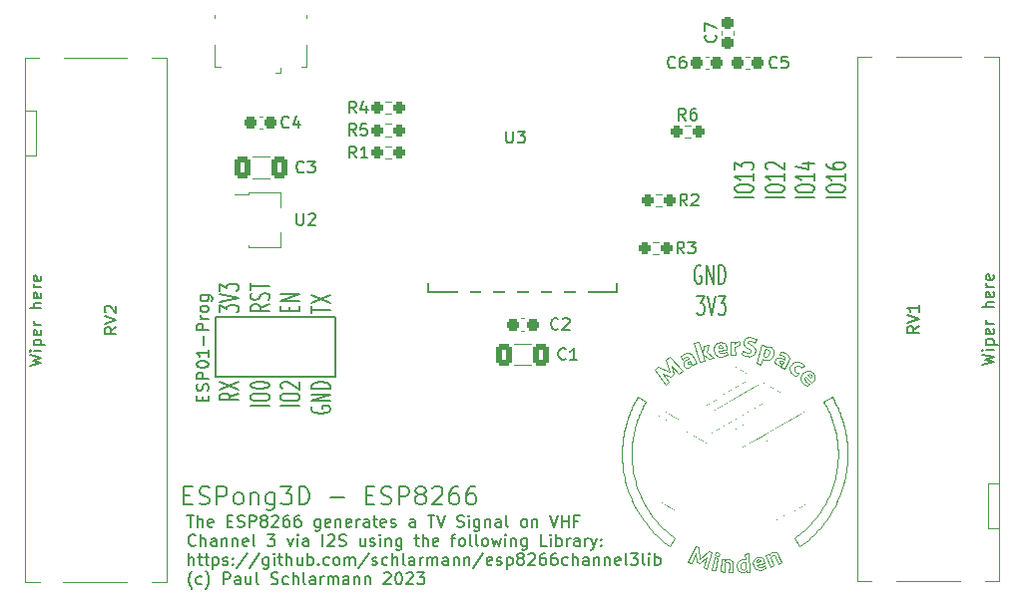
<source format=gto>
%TF.GenerationSoftware,KiCad,Pcbnew,7.0.2-6a45011f42~172~ubuntu20.04.1*%
%TF.CreationDate,2023-05-20T00:08:37+02:00*%
%TF.ProjectId,pongCard,706f6e67-4361-4726-942e-6b696361645f,rev?*%
%TF.SameCoordinates,Original*%
%TF.FileFunction,Legend,Top*%
%TF.FilePolarity,Positive*%
%FSLAX46Y46*%
G04 Gerber Fmt 4.6, Leading zero omitted, Abs format (unit mm)*
G04 Created by KiCad (PCBNEW 7.0.2-6a45011f42~172~ubuntu20.04.1) date 2023-05-20 00:08:37*
%MOMM*%
%LPD*%
G01*
G04 APERTURE LIST*
G04 Aperture macros list*
%AMRoundRect*
0 Rectangle with rounded corners*
0 $1 Rounding radius*
0 $2 $3 $4 $5 $6 $7 $8 $9 X,Y pos of 4 corners*
0 Add a 4 corners polygon primitive as box body*
4,1,4,$2,$3,$4,$5,$6,$7,$8,$9,$2,$3,0*
0 Add four circle primitives for the rounded corners*
1,1,$1+$1,$2,$3*
1,1,$1+$1,$4,$5*
1,1,$1+$1,$6,$7*
1,1,$1+$1,$8,$9*
0 Add four rect primitives between the rounded corners*
20,1,$1+$1,$2,$3,$4,$5,0*
20,1,$1+$1,$4,$5,$6,$7,0*
20,1,$1+$1,$6,$7,$8,$9,0*
20,1,$1+$1,$8,$9,$2,$3,0*%
%AMFreePoly0*
4,1,9,3.862500,-0.866500,0.737500,-0.866500,0.737500,-0.450000,-0.737500,-0.450000,-0.737500,0.450000,0.737500,0.450000,0.737500,0.866500,3.862500,0.866500,3.862500,-0.866500,3.862500,-0.866500,$1*%
G04 Aperture macros list end*
%ADD10C,0.200000*%
%ADD11C,0.150000*%
%ADD12C,0.120000*%
%ADD13C,0.152400*%
%ADD14C,0.100000*%
%ADD15R,2.500000X1.100000*%
%ADD16O,2.500000X1.100000*%
%ADD17O,1.100000X2.500000*%
%ADD18R,1.727200X1.727200*%
%ADD19O,1.727200X1.727200*%
%ADD20RoundRect,0.249999X-0.412501X-0.650001X0.412501X-0.650001X0.412501X0.650001X-0.412501X0.650001X0*%
%ADD21RoundRect,0.237500X-0.300000X-0.237500X0.300000X-0.237500X0.300000X0.237500X-0.300000X0.237500X0*%
%ADD22RoundRect,0.249999X0.412501X0.650001X-0.412501X0.650001X-0.412501X-0.650001X0.412501X-0.650001X0*%
%ADD23RoundRect,0.237500X0.300000X0.237500X-0.300000X0.237500X-0.300000X-0.237500X0.300000X-0.237500X0*%
%ADD24R,0.400000X1.350000*%
%ADD25O,1.200000X1.900000*%
%ADD26R,1.200000X1.900000*%
%ADD27C,1.450000*%
%ADD28R,1.500000X1.900000*%
%ADD29RoundRect,0.237500X-0.250000X-0.237500X0.250000X-0.237500X0.250000X0.237500X-0.250000X0.237500X0*%
%ADD30R,1.300000X0.900000*%
%ADD31FreePoly0,0.000000*%
%ADD32C,2.000000*%
%ADD33C,1.600000*%
%ADD34RoundRect,0.237500X0.250000X0.237500X-0.250000X0.237500X-0.250000X-0.237500X0.250000X-0.237500X0*%
%ADD35C,1.700000*%
%ADD36O,1.700000X1.700000*%
%ADD37RoundRect,0.237500X0.237500X-0.300000X0.237500X0.300000X-0.237500X0.300000X-0.237500X-0.300000X0*%
G04 APERTURE END LIST*
D10*
X74144142Y-102318214D02*
X74644142Y-102318214D01*
X74858428Y-103103928D02*
X74144142Y-103103928D01*
X74144142Y-103103928D02*
X74144142Y-101603928D01*
X74144142Y-101603928D02*
X74858428Y-101603928D01*
X75429857Y-103032500D02*
X75644143Y-103103928D01*
X75644143Y-103103928D02*
X76001285Y-103103928D01*
X76001285Y-103103928D02*
X76144143Y-103032500D01*
X76144143Y-103032500D02*
X76215571Y-102961071D01*
X76215571Y-102961071D02*
X76287000Y-102818214D01*
X76287000Y-102818214D02*
X76287000Y-102675357D01*
X76287000Y-102675357D02*
X76215571Y-102532500D01*
X76215571Y-102532500D02*
X76144143Y-102461071D01*
X76144143Y-102461071D02*
X76001285Y-102389642D01*
X76001285Y-102389642D02*
X75715571Y-102318214D01*
X75715571Y-102318214D02*
X75572714Y-102246785D01*
X75572714Y-102246785D02*
X75501285Y-102175357D01*
X75501285Y-102175357D02*
X75429857Y-102032500D01*
X75429857Y-102032500D02*
X75429857Y-101889642D01*
X75429857Y-101889642D02*
X75501285Y-101746785D01*
X75501285Y-101746785D02*
X75572714Y-101675357D01*
X75572714Y-101675357D02*
X75715571Y-101603928D01*
X75715571Y-101603928D02*
X76072714Y-101603928D01*
X76072714Y-101603928D02*
X76287000Y-101675357D01*
X76929856Y-103103928D02*
X76929856Y-101603928D01*
X76929856Y-101603928D02*
X77501285Y-101603928D01*
X77501285Y-101603928D02*
X77644142Y-101675357D01*
X77644142Y-101675357D02*
X77715571Y-101746785D01*
X77715571Y-101746785D02*
X77786999Y-101889642D01*
X77786999Y-101889642D02*
X77786999Y-102103928D01*
X77786999Y-102103928D02*
X77715571Y-102246785D01*
X77715571Y-102246785D02*
X77644142Y-102318214D01*
X77644142Y-102318214D02*
X77501285Y-102389642D01*
X77501285Y-102389642D02*
X76929856Y-102389642D01*
X78644142Y-103103928D02*
X78501285Y-103032500D01*
X78501285Y-103032500D02*
X78429856Y-102961071D01*
X78429856Y-102961071D02*
X78358428Y-102818214D01*
X78358428Y-102818214D02*
X78358428Y-102389642D01*
X78358428Y-102389642D02*
X78429856Y-102246785D01*
X78429856Y-102246785D02*
X78501285Y-102175357D01*
X78501285Y-102175357D02*
X78644142Y-102103928D01*
X78644142Y-102103928D02*
X78858428Y-102103928D01*
X78858428Y-102103928D02*
X79001285Y-102175357D01*
X79001285Y-102175357D02*
X79072714Y-102246785D01*
X79072714Y-102246785D02*
X79144142Y-102389642D01*
X79144142Y-102389642D02*
X79144142Y-102818214D01*
X79144142Y-102818214D02*
X79072714Y-102961071D01*
X79072714Y-102961071D02*
X79001285Y-103032500D01*
X79001285Y-103032500D02*
X78858428Y-103103928D01*
X78858428Y-103103928D02*
X78644142Y-103103928D01*
X79786999Y-102103928D02*
X79786999Y-103103928D01*
X79786999Y-102246785D02*
X79858428Y-102175357D01*
X79858428Y-102175357D02*
X80001285Y-102103928D01*
X80001285Y-102103928D02*
X80215571Y-102103928D01*
X80215571Y-102103928D02*
X80358428Y-102175357D01*
X80358428Y-102175357D02*
X80429857Y-102318214D01*
X80429857Y-102318214D02*
X80429857Y-103103928D01*
X81787000Y-102103928D02*
X81787000Y-103318214D01*
X81787000Y-103318214D02*
X81715571Y-103461071D01*
X81715571Y-103461071D02*
X81644142Y-103532500D01*
X81644142Y-103532500D02*
X81501285Y-103603928D01*
X81501285Y-103603928D02*
X81287000Y-103603928D01*
X81287000Y-103603928D02*
X81144142Y-103532500D01*
X81787000Y-103032500D02*
X81644142Y-103103928D01*
X81644142Y-103103928D02*
X81358428Y-103103928D01*
X81358428Y-103103928D02*
X81215571Y-103032500D01*
X81215571Y-103032500D02*
X81144142Y-102961071D01*
X81144142Y-102961071D02*
X81072714Y-102818214D01*
X81072714Y-102818214D02*
X81072714Y-102389642D01*
X81072714Y-102389642D02*
X81144142Y-102246785D01*
X81144142Y-102246785D02*
X81215571Y-102175357D01*
X81215571Y-102175357D02*
X81358428Y-102103928D01*
X81358428Y-102103928D02*
X81644142Y-102103928D01*
X81644142Y-102103928D02*
X81787000Y-102175357D01*
X82358428Y-101603928D02*
X83287000Y-101603928D01*
X83287000Y-101603928D02*
X82787000Y-102175357D01*
X82787000Y-102175357D02*
X83001285Y-102175357D01*
X83001285Y-102175357D02*
X83144143Y-102246785D01*
X83144143Y-102246785D02*
X83215571Y-102318214D01*
X83215571Y-102318214D02*
X83287000Y-102461071D01*
X83287000Y-102461071D02*
X83287000Y-102818214D01*
X83287000Y-102818214D02*
X83215571Y-102961071D01*
X83215571Y-102961071D02*
X83144143Y-103032500D01*
X83144143Y-103032500D02*
X83001285Y-103103928D01*
X83001285Y-103103928D02*
X82572714Y-103103928D01*
X82572714Y-103103928D02*
X82429857Y-103032500D01*
X82429857Y-103032500D02*
X82358428Y-102961071D01*
X83929856Y-103103928D02*
X83929856Y-101603928D01*
X83929856Y-101603928D02*
X84286999Y-101603928D01*
X84286999Y-101603928D02*
X84501285Y-101675357D01*
X84501285Y-101675357D02*
X84644142Y-101818214D01*
X84644142Y-101818214D02*
X84715571Y-101961071D01*
X84715571Y-101961071D02*
X84786999Y-102246785D01*
X84786999Y-102246785D02*
X84786999Y-102461071D01*
X84786999Y-102461071D02*
X84715571Y-102746785D01*
X84715571Y-102746785D02*
X84644142Y-102889642D01*
X84644142Y-102889642D02*
X84501285Y-103032500D01*
X84501285Y-103032500D02*
X84286999Y-103103928D01*
X84286999Y-103103928D02*
X83929856Y-103103928D01*
X86572713Y-102532500D02*
X87715571Y-102532500D01*
X89572713Y-102318214D02*
X90072713Y-102318214D01*
X90286999Y-103103928D02*
X89572713Y-103103928D01*
X89572713Y-103103928D02*
X89572713Y-101603928D01*
X89572713Y-101603928D02*
X90286999Y-101603928D01*
X90858428Y-103032500D02*
X91072714Y-103103928D01*
X91072714Y-103103928D02*
X91429856Y-103103928D01*
X91429856Y-103103928D02*
X91572714Y-103032500D01*
X91572714Y-103032500D02*
X91644142Y-102961071D01*
X91644142Y-102961071D02*
X91715571Y-102818214D01*
X91715571Y-102818214D02*
X91715571Y-102675357D01*
X91715571Y-102675357D02*
X91644142Y-102532500D01*
X91644142Y-102532500D02*
X91572714Y-102461071D01*
X91572714Y-102461071D02*
X91429856Y-102389642D01*
X91429856Y-102389642D02*
X91144142Y-102318214D01*
X91144142Y-102318214D02*
X91001285Y-102246785D01*
X91001285Y-102246785D02*
X90929856Y-102175357D01*
X90929856Y-102175357D02*
X90858428Y-102032500D01*
X90858428Y-102032500D02*
X90858428Y-101889642D01*
X90858428Y-101889642D02*
X90929856Y-101746785D01*
X90929856Y-101746785D02*
X91001285Y-101675357D01*
X91001285Y-101675357D02*
X91144142Y-101603928D01*
X91144142Y-101603928D02*
X91501285Y-101603928D01*
X91501285Y-101603928D02*
X91715571Y-101675357D01*
X92358427Y-103103928D02*
X92358427Y-101603928D01*
X92358427Y-101603928D02*
X92929856Y-101603928D01*
X92929856Y-101603928D02*
X93072713Y-101675357D01*
X93072713Y-101675357D02*
X93144142Y-101746785D01*
X93144142Y-101746785D02*
X93215570Y-101889642D01*
X93215570Y-101889642D02*
X93215570Y-102103928D01*
X93215570Y-102103928D02*
X93144142Y-102246785D01*
X93144142Y-102246785D02*
X93072713Y-102318214D01*
X93072713Y-102318214D02*
X92929856Y-102389642D01*
X92929856Y-102389642D02*
X92358427Y-102389642D01*
X94072713Y-102246785D02*
X93929856Y-102175357D01*
X93929856Y-102175357D02*
X93858427Y-102103928D01*
X93858427Y-102103928D02*
X93786999Y-101961071D01*
X93786999Y-101961071D02*
X93786999Y-101889642D01*
X93786999Y-101889642D02*
X93858427Y-101746785D01*
X93858427Y-101746785D02*
X93929856Y-101675357D01*
X93929856Y-101675357D02*
X94072713Y-101603928D01*
X94072713Y-101603928D02*
X94358427Y-101603928D01*
X94358427Y-101603928D02*
X94501285Y-101675357D01*
X94501285Y-101675357D02*
X94572713Y-101746785D01*
X94572713Y-101746785D02*
X94644142Y-101889642D01*
X94644142Y-101889642D02*
X94644142Y-101961071D01*
X94644142Y-101961071D02*
X94572713Y-102103928D01*
X94572713Y-102103928D02*
X94501285Y-102175357D01*
X94501285Y-102175357D02*
X94358427Y-102246785D01*
X94358427Y-102246785D02*
X94072713Y-102246785D01*
X94072713Y-102246785D02*
X93929856Y-102318214D01*
X93929856Y-102318214D02*
X93858427Y-102389642D01*
X93858427Y-102389642D02*
X93786999Y-102532500D01*
X93786999Y-102532500D02*
X93786999Y-102818214D01*
X93786999Y-102818214D02*
X93858427Y-102961071D01*
X93858427Y-102961071D02*
X93929856Y-103032500D01*
X93929856Y-103032500D02*
X94072713Y-103103928D01*
X94072713Y-103103928D02*
X94358427Y-103103928D01*
X94358427Y-103103928D02*
X94501285Y-103032500D01*
X94501285Y-103032500D02*
X94572713Y-102961071D01*
X94572713Y-102961071D02*
X94644142Y-102818214D01*
X94644142Y-102818214D02*
X94644142Y-102532500D01*
X94644142Y-102532500D02*
X94572713Y-102389642D01*
X94572713Y-102389642D02*
X94501285Y-102318214D01*
X94501285Y-102318214D02*
X94358427Y-102246785D01*
X95215570Y-101746785D02*
X95286998Y-101675357D01*
X95286998Y-101675357D02*
X95429856Y-101603928D01*
X95429856Y-101603928D02*
X95786998Y-101603928D01*
X95786998Y-101603928D02*
X95929856Y-101675357D01*
X95929856Y-101675357D02*
X96001284Y-101746785D01*
X96001284Y-101746785D02*
X96072713Y-101889642D01*
X96072713Y-101889642D02*
X96072713Y-102032500D01*
X96072713Y-102032500D02*
X96001284Y-102246785D01*
X96001284Y-102246785D02*
X95144141Y-103103928D01*
X95144141Y-103103928D02*
X96072713Y-103103928D01*
X97358427Y-101603928D02*
X97072712Y-101603928D01*
X97072712Y-101603928D02*
X96929855Y-101675357D01*
X96929855Y-101675357D02*
X96858427Y-101746785D01*
X96858427Y-101746785D02*
X96715569Y-101961071D01*
X96715569Y-101961071D02*
X96644141Y-102246785D01*
X96644141Y-102246785D02*
X96644141Y-102818214D01*
X96644141Y-102818214D02*
X96715569Y-102961071D01*
X96715569Y-102961071D02*
X96786998Y-103032500D01*
X96786998Y-103032500D02*
X96929855Y-103103928D01*
X96929855Y-103103928D02*
X97215569Y-103103928D01*
X97215569Y-103103928D02*
X97358427Y-103032500D01*
X97358427Y-103032500D02*
X97429855Y-102961071D01*
X97429855Y-102961071D02*
X97501284Y-102818214D01*
X97501284Y-102818214D02*
X97501284Y-102461071D01*
X97501284Y-102461071D02*
X97429855Y-102318214D01*
X97429855Y-102318214D02*
X97358427Y-102246785D01*
X97358427Y-102246785D02*
X97215569Y-102175357D01*
X97215569Y-102175357D02*
X96929855Y-102175357D01*
X96929855Y-102175357D02*
X96786998Y-102246785D01*
X96786998Y-102246785D02*
X96715569Y-102318214D01*
X96715569Y-102318214D02*
X96644141Y-102461071D01*
X98786998Y-101603928D02*
X98501283Y-101603928D01*
X98501283Y-101603928D02*
X98358426Y-101675357D01*
X98358426Y-101675357D02*
X98286998Y-101746785D01*
X98286998Y-101746785D02*
X98144140Y-101961071D01*
X98144140Y-101961071D02*
X98072712Y-102246785D01*
X98072712Y-102246785D02*
X98072712Y-102818214D01*
X98072712Y-102818214D02*
X98144140Y-102961071D01*
X98144140Y-102961071D02*
X98215569Y-103032500D01*
X98215569Y-103032500D02*
X98358426Y-103103928D01*
X98358426Y-103103928D02*
X98644140Y-103103928D01*
X98644140Y-103103928D02*
X98786998Y-103032500D01*
X98786998Y-103032500D02*
X98858426Y-102961071D01*
X98858426Y-102961071D02*
X98929855Y-102818214D01*
X98929855Y-102818214D02*
X98929855Y-102461071D01*
X98929855Y-102461071D02*
X98858426Y-102318214D01*
X98858426Y-102318214D02*
X98786998Y-102246785D01*
X98786998Y-102246785D02*
X98644140Y-102175357D01*
X98644140Y-102175357D02*
X98358426Y-102175357D01*
X98358426Y-102175357D02*
X98215569Y-102246785D01*
X98215569Y-102246785D02*
X98144140Y-102318214D01*
X98144140Y-102318214D02*
X98072712Y-102461071D01*
D11*
X77169190Y-86773142D02*
X77169190Y-86154095D01*
X77169190Y-86154095D02*
X77778714Y-86487428D01*
X77778714Y-86487428D02*
X77778714Y-86344571D01*
X77778714Y-86344571D02*
X77854904Y-86249333D01*
X77854904Y-86249333D02*
X77931095Y-86201714D01*
X77931095Y-86201714D02*
X78083476Y-86154095D01*
X78083476Y-86154095D02*
X78464428Y-86154095D01*
X78464428Y-86154095D02*
X78616809Y-86201714D01*
X78616809Y-86201714D02*
X78693000Y-86249333D01*
X78693000Y-86249333D02*
X78769190Y-86344571D01*
X78769190Y-86344571D02*
X78769190Y-86630285D01*
X78769190Y-86630285D02*
X78693000Y-86725523D01*
X78693000Y-86725523D02*
X78616809Y-86773142D01*
X77169190Y-85868380D02*
X78769190Y-85535047D01*
X78769190Y-85535047D02*
X77169190Y-85201714D01*
X77169190Y-84963618D02*
X77169190Y-84344571D01*
X77169190Y-84344571D02*
X77778714Y-84677904D01*
X77778714Y-84677904D02*
X77778714Y-84535047D01*
X77778714Y-84535047D02*
X77854904Y-84439809D01*
X77854904Y-84439809D02*
X77931095Y-84392190D01*
X77931095Y-84392190D02*
X78083476Y-84344571D01*
X78083476Y-84344571D02*
X78464428Y-84344571D01*
X78464428Y-84344571D02*
X78616809Y-84392190D01*
X78616809Y-84392190D02*
X78693000Y-84439809D01*
X78693000Y-84439809D02*
X78769190Y-84535047D01*
X78769190Y-84535047D02*
X78769190Y-84820761D01*
X78769190Y-84820761D02*
X78693000Y-84915999D01*
X78693000Y-84915999D02*
X78616809Y-84963618D01*
X81361190Y-86106476D02*
X80599285Y-86439809D01*
X81361190Y-86677904D02*
X79761190Y-86677904D01*
X79761190Y-86677904D02*
X79761190Y-86296952D01*
X79761190Y-86296952D02*
X79837380Y-86201714D01*
X79837380Y-86201714D02*
X79913571Y-86154095D01*
X79913571Y-86154095D02*
X80065952Y-86106476D01*
X80065952Y-86106476D02*
X80294523Y-86106476D01*
X80294523Y-86106476D02*
X80446904Y-86154095D01*
X80446904Y-86154095D02*
X80523095Y-86201714D01*
X80523095Y-86201714D02*
X80599285Y-86296952D01*
X80599285Y-86296952D02*
X80599285Y-86677904D01*
X81285000Y-85725523D02*
X81361190Y-85582666D01*
X81361190Y-85582666D02*
X81361190Y-85344571D01*
X81361190Y-85344571D02*
X81285000Y-85249333D01*
X81285000Y-85249333D02*
X81208809Y-85201714D01*
X81208809Y-85201714D02*
X81056428Y-85154095D01*
X81056428Y-85154095D02*
X80904047Y-85154095D01*
X80904047Y-85154095D02*
X80751666Y-85201714D01*
X80751666Y-85201714D02*
X80675476Y-85249333D01*
X80675476Y-85249333D02*
X80599285Y-85344571D01*
X80599285Y-85344571D02*
X80523095Y-85535047D01*
X80523095Y-85535047D02*
X80446904Y-85630285D01*
X80446904Y-85630285D02*
X80370714Y-85677904D01*
X80370714Y-85677904D02*
X80218333Y-85725523D01*
X80218333Y-85725523D02*
X80065952Y-85725523D01*
X80065952Y-85725523D02*
X79913571Y-85677904D01*
X79913571Y-85677904D02*
X79837380Y-85630285D01*
X79837380Y-85630285D02*
X79761190Y-85535047D01*
X79761190Y-85535047D02*
X79761190Y-85296952D01*
X79761190Y-85296952D02*
X79837380Y-85154095D01*
X79761190Y-84868380D02*
X79761190Y-84296952D01*
X81361190Y-84582666D02*
X79761190Y-84582666D01*
X83115095Y-86677904D02*
X83115095Y-86344571D01*
X83953190Y-86201714D02*
X83953190Y-86677904D01*
X83953190Y-86677904D02*
X82353190Y-86677904D01*
X82353190Y-86677904D02*
X82353190Y-86201714D01*
X83953190Y-85773142D02*
X82353190Y-85773142D01*
X82353190Y-85773142D02*
X83953190Y-85201714D01*
X83953190Y-85201714D02*
X82353190Y-85201714D01*
X84945190Y-86820761D02*
X84945190Y-86249333D01*
X86545190Y-86535047D02*
X84945190Y-86535047D01*
X84945190Y-86011237D02*
X86545190Y-85344571D01*
X84945190Y-85344571D02*
X86545190Y-86011237D01*
X78769190Y-93646857D02*
X78007285Y-93980190D01*
X78769190Y-94218285D02*
X77169190Y-94218285D01*
X77169190Y-94218285D02*
X77169190Y-93837333D01*
X77169190Y-93837333D02*
X77245380Y-93742095D01*
X77245380Y-93742095D02*
X77321571Y-93694476D01*
X77321571Y-93694476D02*
X77473952Y-93646857D01*
X77473952Y-93646857D02*
X77702523Y-93646857D01*
X77702523Y-93646857D02*
X77854904Y-93694476D01*
X77854904Y-93694476D02*
X77931095Y-93742095D01*
X77931095Y-93742095D02*
X78007285Y-93837333D01*
X78007285Y-93837333D02*
X78007285Y-94218285D01*
X77169190Y-93313523D02*
X78769190Y-92646857D01*
X77169190Y-92646857D02*
X78769190Y-93313523D01*
X81361190Y-94742094D02*
X79761190Y-94742094D01*
X79761190Y-94075428D02*
X79761190Y-93884952D01*
X79761190Y-93884952D02*
X79837380Y-93789714D01*
X79837380Y-93789714D02*
X79989761Y-93694476D01*
X79989761Y-93694476D02*
X80294523Y-93646857D01*
X80294523Y-93646857D02*
X80827857Y-93646857D01*
X80827857Y-93646857D02*
X81132619Y-93694476D01*
X81132619Y-93694476D02*
X81285000Y-93789714D01*
X81285000Y-93789714D02*
X81361190Y-93884952D01*
X81361190Y-93884952D02*
X81361190Y-94075428D01*
X81361190Y-94075428D02*
X81285000Y-94170666D01*
X81285000Y-94170666D02*
X81132619Y-94265904D01*
X81132619Y-94265904D02*
X80827857Y-94313523D01*
X80827857Y-94313523D02*
X80294523Y-94313523D01*
X80294523Y-94313523D02*
X79989761Y-94265904D01*
X79989761Y-94265904D02*
X79837380Y-94170666D01*
X79837380Y-94170666D02*
X79761190Y-94075428D01*
X79761190Y-93027809D02*
X79761190Y-92932571D01*
X79761190Y-92932571D02*
X79837380Y-92837333D01*
X79837380Y-92837333D02*
X79913571Y-92789714D01*
X79913571Y-92789714D02*
X80065952Y-92742095D01*
X80065952Y-92742095D02*
X80370714Y-92694476D01*
X80370714Y-92694476D02*
X80751666Y-92694476D01*
X80751666Y-92694476D02*
X81056428Y-92742095D01*
X81056428Y-92742095D02*
X81208809Y-92789714D01*
X81208809Y-92789714D02*
X81285000Y-92837333D01*
X81285000Y-92837333D02*
X81361190Y-92932571D01*
X81361190Y-92932571D02*
X81361190Y-93027809D01*
X81361190Y-93027809D02*
X81285000Y-93123047D01*
X81285000Y-93123047D02*
X81208809Y-93170666D01*
X81208809Y-93170666D02*
X81056428Y-93218285D01*
X81056428Y-93218285D02*
X80751666Y-93265904D01*
X80751666Y-93265904D02*
X80370714Y-93265904D01*
X80370714Y-93265904D02*
X80065952Y-93218285D01*
X80065952Y-93218285D02*
X79913571Y-93170666D01*
X79913571Y-93170666D02*
X79837380Y-93123047D01*
X79837380Y-93123047D02*
X79761190Y-93027809D01*
X83953190Y-94742094D02*
X82353190Y-94742094D01*
X82353190Y-94075428D02*
X82353190Y-93884952D01*
X82353190Y-93884952D02*
X82429380Y-93789714D01*
X82429380Y-93789714D02*
X82581761Y-93694476D01*
X82581761Y-93694476D02*
X82886523Y-93646857D01*
X82886523Y-93646857D02*
X83419857Y-93646857D01*
X83419857Y-93646857D02*
X83724619Y-93694476D01*
X83724619Y-93694476D02*
X83877000Y-93789714D01*
X83877000Y-93789714D02*
X83953190Y-93884952D01*
X83953190Y-93884952D02*
X83953190Y-94075428D01*
X83953190Y-94075428D02*
X83877000Y-94170666D01*
X83877000Y-94170666D02*
X83724619Y-94265904D01*
X83724619Y-94265904D02*
X83419857Y-94313523D01*
X83419857Y-94313523D02*
X82886523Y-94313523D01*
X82886523Y-94313523D02*
X82581761Y-94265904D01*
X82581761Y-94265904D02*
X82429380Y-94170666D01*
X82429380Y-94170666D02*
X82353190Y-94075428D01*
X82505571Y-93265904D02*
X82429380Y-93218285D01*
X82429380Y-93218285D02*
X82353190Y-93123047D01*
X82353190Y-93123047D02*
X82353190Y-92884952D01*
X82353190Y-92884952D02*
X82429380Y-92789714D01*
X82429380Y-92789714D02*
X82505571Y-92742095D01*
X82505571Y-92742095D02*
X82657952Y-92694476D01*
X82657952Y-92694476D02*
X82810333Y-92694476D01*
X82810333Y-92694476D02*
X83038904Y-92742095D01*
X83038904Y-92742095D02*
X83953190Y-93313523D01*
X83953190Y-93313523D02*
X83953190Y-92694476D01*
X85021380Y-94789714D02*
X84945190Y-94884952D01*
X84945190Y-94884952D02*
X84945190Y-95027809D01*
X84945190Y-95027809D02*
X85021380Y-95170666D01*
X85021380Y-95170666D02*
X85173761Y-95265904D01*
X85173761Y-95265904D02*
X85326142Y-95313523D01*
X85326142Y-95313523D02*
X85630904Y-95361142D01*
X85630904Y-95361142D02*
X85859476Y-95361142D01*
X85859476Y-95361142D02*
X86164238Y-95313523D01*
X86164238Y-95313523D02*
X86316619Y-95265904D01*
X86316619Y-95265904D02*
X86469000Y-95170666D01*
X86469000Y-95170666D02*
X86545190Y-95027809D01*
X86545190Y-95027809D02*
X86545190Y-94932571D01*
X86545190Y-94932571D02*
X86469000Y-94789714D01*
X86469000Y-94789714D02*
X86392809Y-94742095D01*
X86392809Y-94742095D02*
X85859476Y-94742095D01*
X85859476Y-94742095D02*
X85859476Y-94932571D01*
X86545190Y-94313523D02*
X84945190Y-94313523D01*
X84945190Y-94313523D02*
X86545190Y-93742095D01*
X86545190Y-93742095D02*
X84945190Y-93742095D01*
X86545190Y-93265904D02*
X84945190Y-93265904D01*
X84945190Y-93265904D02*
X84945190Y-93027809D01*
X84945190Y-93027809D02*
X85021380Y-92884952D01*
X85021380Y-92884952D02*
X85173761Y-92789714D01*
X85173761Y-92789714D02*
X85326142Y-92742095D01*
X85326142Y-92742095D02*
X85630904Y-92694476D01*
X85630904Y-92694476D02*
X85859476Y-92694476D01*
X85859476Y-92694476D02*
X86164238Y-92742095D01*
X86164238Y-92742095D02*
X86316619Y-92789714D01*
X86316619Y-92789714D02*
X86469000Y-92884952D01*
X86469000Y-92884952D02*
X86545190Y-93027809D01*
X86545190Y-93027809D02*
X86545190Y-93265904D01*
X122457190Y-77025904D02*
X120857190Y-77025904D01*
X120857190Y-76359238D02*
X120857190Y-76168762D01*
X120857190Y-76168762D02*
X120933380Y-76073524D01*
X120933380Y-76073524D02*
X121085761Y-75978286D01*
X121085761Y-75978286D02*
X121390523Y-75930667D01*
X121390523Y-75930667D02*
X121923857Y-75930667D01*
X121923857Y-75930667D02*
X122228619Y-75978286D01*
X122228619Y-75978286D02*
X122381000Y-76073524D01*
X122381000Y-76073524D02*
X122457190Y-76168762D01*
X122457190Y-76168762D02*
X122457190Y-76359238D01*
X122457190Y-76359238D02*
X122381000Y-76454476D01*
X122381000Y-76454476D02*
X122228619Y-76549714D01*
X122228619Y-76549714D02*
X121923857Y-76597333D01*
X121923857Y-76597333D02*
X121390523Y-76597333D01*
X121390523Y-76597333D02*
X121085761Y-76549714D01*
X121085761Y-76549714D02*
X120933380Y-76454476D01*
X120933380Y-76454476D02*
X120857190Y-76359238D01*
X122457190Y-74978286D02*
X122457190Y-75549714D01*
X122457190Y-75264000D02*
X120857190Y-75264000D01*
X120857190Y-75264000D02*
X121085761Y-75359238D01*
X121085761Y-75359238D02*
X121238142Y-75454476D01*
X121238142Y-75454476D02*
X121314333Y-75549714D01*
X120857190Y-74644952D02*
X120857190Y-74025905D01*
X120857190Y-74025905D02*
X121466714Y-74359238D01*
X121466714Y-74359238D02*
X121466714Y-74216381D01*
X121466714Y-74216381D02*
X121542904Y-74121143D01*
X121542904Y-74121143D02*
X121619095Y-74073524D01*
X121619095Y-74073524D02*
X121771476Y-74025905D01*
X121771476Y-74025905D02*
X122152428Y-74025905D01*
X122152428Y-74025905D02*
X122304809Y-74073524D01*
X122304809Y-74073524D02*
X122381000Y-74121143D01*
X122381000Y-74121143D02*
X122457190Y-74216381D01*
X122457190Y-74216381D02*
X122457190Y-74502095D01*
X122457190Y-74502095D02*
X122381000Y-74597333D01*
X122381000Y-74597333D02*
X122304809Y-74644952D01*
X125049190Y-77025904D02*
X123449190Y-77025904D01*
X123449190Y-76359238D02*
X123449190Y-76168762D01*
X123449190Y-76168762D02*
X123525380Y-76073524D01*
X123525380Y-76073524D02*
X123677761Y-75978286D01*
X123677761Y-75978286D02*
X123982523Y-75930667D01*
X123982523Y-75930667D02*
X124515857Y-75930667D01*
X124515857Y-75930667D02*
X124820619Y-75978286D01*
X124820619Y-75978286D02*
X124973000Y-76073524D01*
X124973000Y-76073524D02*
X125049190Y-76168762D01*
X125049190Y-76168762D02*
X125049190Y-76359238D01*
X125049190Y-76359238D02*
X124973000Y-76454476D01*
X124973000Y-76454476D02*
X124820619Y-76549714D01*
X124820619Y-76549714D02*
X124515857Y-76597333D01*
X124515857Y-76597333D02*
X123982523Y-76597333D01*
X123982523Y-76597333D02*
X123677761Y-76549714D01*
X123677761Y-76549714D02*
X123525380Y-76454476D01*
X123525380Y-76454476D02*
X123449190Y-76359238D01*
X125049190Y-74978286D02*
X125049190Y-75549714D01*
X125049190Y-75264000D02*
X123449190Y-75264000D01*
X123449190Y-75264000D02*
X123677761Y-75359238D01*
X123677761Y-75359238D02*
X123830142Y-75454476D01*
X123830142Y-75454476D02*
X123906333Y-75549714D01*
X123601571Y-74597333D02*
X123525380Y-74549714D01*
X123525380Y-74549714D02*
X123449190Y-74454476D01*
X123449190Y-74454476D02*
X123449190Y-74216381D01*
X123449190Y-74216381D02*
X123525380Y-74121143D01*
X123525380Y-74121143D02*
X123601571Y-74073524D01*
X123601571Y-74073524D02*
X123753952Y-74025905D01*
X123753952Y-74025905D02*
X123906333Y-74025905D01*
X123906333Y-74025905D02*
X124134904Y-74073524D01*
X124134904Y-74073524D02*
X125049190Y-74644952D01*
X125049190Y-74644952D02*
X125049190Y-74025905D01*
X127641190Y-77025904D02*
X126041190Y-77025904D01*
X126041190Y-76359238D02*
X126041190Y-76168762D01*
X126041190Y-76168762D02*
X126117380Y-76073524D01*
X126117380Y-76073524D02*
X126269761Y-75978286D01*
X126269761Y-75978286D02*
X126574523Y-75930667D01*
X126574523Y-75930667D02*
X127107857Y-75930667D01*
X127107857Y-75930667D02*
X127412619Y-75978286D01*
X127412619Y-75978286D02*
X127565000Y-76073524D01*
X127565000Y-76073524D02*
X127641190Y-76168762D01*
X127641190Y-76168762D02*
X127641190Y-76359238D01*
X127641190Y-76359238D02*
X127565000Y-76454476D01*
X127565000Y-76454476D02*
X127412619Y-76549714D01*
X127412619Y-76549714D02*
X127107857Y-76597333D01*
X127107857Y-76597333D02*
X126574523Y-76597333D01*
X126574523Y-76597333D02*
X126269761Y-76549714D01*
X126269761Y-76549714D02*
X126117380Y-76454476D01*
X126117380Y-76454476D02*
X126041190Y-76359238D01*
X127641190Y-74978286D02*
X127641190Y-75549714D01*
X127641190Y-75264000D02*
X126041190Y-75264000D01*
X126041190Y-75264000D02*
X126269761Y-75359238D01*
X126269761Y-75359238D02*
X126422142Y-75454476D01*
X126422142Y-75454476D02*
X126498333Y-75549714D01*
X126574523Y-74121143D02*
X127641190Y-74121143D01*
X125965000Y-74359238D02*
X127107857Y-74597333D01*
X127107857Y-74597333D02*
X127107857Y-73978286D01*
X130233190Y-77025904D02*
X128633190Y-77025904D01*
X128633190Y-76359238D02*
X128633190Y-76168762D01*
X128633190Y-76168762D02*
X128709380Y-76073524D01*
X128709380Y-76073524D02*
X128861761Y-75978286D01*
X128861761Y-75978286D02*
X129166523Y-75930667D01*
X129166523Y-75930667D02*
X129699857Y-75930667D01*
X129699857Y-75930667D02*
X130004619Y-75978286D01*
X130004619Y-75978286D02*
X130157000Y-76073524D01*
X130157000Y-76073524D02*
X130233190Y-76168762D01*
X130233190Y-76168762D02*
X130233190Y-76359238D01*
X130233190Y-76359238D02*
X130157000Y-76454476D01*
X130157000Y-76454476D02*
X130004619Y-76549714D01*
X130004619Y-76549714D02*
X129699857Y-76597333D01*
X129699857Y-76597333D02*
X129166523Y-76597333D01*
X129166523Y-76597333D02*
X128861761Y-76549714D01*
X128861761Y-76549714D02*
X128709380Y-76454476D01*
X128709380Y-76454476D02*
X128633190Y-76359238D01*
X130233190Y-74978286D02*
X130233190Y-75549714D01*
X130233190Y-75264000D02*
X128633190Y-75264000D01*
X128633190Y-75264000D02*
X128861761Y-75359238D01*
X128861761Y-75359238D02*
X129014142Y-75454476D01*
X129014142Y-75454476D02*
X129090333Y-75549714D01*
X128633190Y-74121143D02*
X128633190Y-74311619D01*
X128633190Y-74311619D02*
X128709380Y-74406857D01*
X128709380Y-74406857D02*
X128785571Y-74454476D01*
X128785571Y-74454476D02*
X129014142Y-74549714D01*
X129014142Y-74549714D02*
X129318904Y-74597333D01*
X129318904Y-74597333D02*
X129928428Y-74597333D01*
X129928428Y-74597333D02*
X130080809Y-74549714D01*
X130080809Y-74549714D02*
X130157000Y-74502095D01*
X130157000Y-74502095D02*
X130233190Y-74406857D01*
X130233190Y-74406857D02*
X130233190Y-74216381D01*
X130233190Y-74216381D02*
X130157000Y-74121143D01*
X130157000Y-74121143D02*
X130080809Y-74073524D01*
X130080809Y-74073524D02*
X129928428Y-74025905D01*
X129928428Y-74025905D02*
X129547476Y-74025905D01*
X129547476Y-74025905D02*
X129395095Y-74073524D01*
X129395095Y-74073524D02*
X129318904Y-74121143D01*
X129318904Y-74121143D02*
X129242714Y-74216381D01*
X129242714Y-74216381D02*
X129242714Y-74406857D01*
X129242714Y-74406857D02*
X129318904Y-74502095D01*
X129318904Y-74502095D02*
X129395095Y-74549714D01*
X129395095Y-74549714D02*
X129547476Y-74597333D01*
X117983285Y-82858380D02*
X117888047Y-82782190D01*
X117888047Y-82782190D02*
X117745190Y-82782190D01*
X117745190Y-82782190D02*
X117602333Y-82858380D01*
X117602333Y-82858380D02*
X117507095Y-83010761D01*
X117507095Y-83010761D02*
X117459476Y-83163142D01*
X117459476Y-83163142D02*
X117411857Y-83467904D01*
X117411857Y-83467904D02*
X117411857Y-83696476D01*
X117411857Y-83696476D02*
X117459476Y-84001238D01*
X117459476Y-84001238D02*
X117507095Y-84153619D01*
X117507095Y-84153619D02*
X117602333Y-84306000D01*
X117602333Y-84306000D02*
X117745190Y-84382190D01*
X117745190Y-84382190D02*
X117840428Y-84382190D01*
X117840428Y-84382190D02*
X117983285Y-84306000D01*
X117983285Y-84306000D02*
X118030904Y-84229809D01*
X118030904Y-84229809D02*
X118030904Y-83696476D01*
X118030904Y-83696476D02*
X117840428Y-83696476D01*
X118459476Y-84382190D02*
X118459476Y-82782190D01*
X118459476Y-82782190D02*
X119030904Y-84382190D01*
X119030904Y-84382190D02*
X119030904Y-82782190D01*
X119507095Y-84382190D02*
X119507095Y-82782190D01*
X119507095Y-82782190D02*
X119745190Y-82782190D01*
X119745190Y-82782190D02*
X119888047Y-82858380D01*
X119888047Y-82858380D02*
X119983285Y-83010761D01*
X119983285Y-83010761D02*
X120030904Y-83163142D01*
X120030904Y-83163142D02*
X120078523Y-83467904D01*
X120078523Y-83467904D02*
X120078523Y-83696476D01*
X120078523Y-83696476D02*
X120030904Y-84001238D01*
X120030904Y-84001238D02*
X119983285Y-84153619D01*
X119983285Y-84153619D02*
X119888047Y-84306000D01*
X119888047Y-84306000D02*
X119745190Y-84382190D01*
X119745190Y-84382190D02*
X119507095Y-84382190D01*
X117649952Y-85374190D02*
X118268999Y-85374190D01*
X118268999Y-85374190D02*
X117935666Y-85983714D01*
X117935666Y-85983714D02*
X118078523Y-85983714D01*
X118078523Y-85983714D02*
X118173761Y-86059904D01*
X118173761Y-86059904D02*
X118221380Y-86136095D01*
X118221380Y-86136095D02*
X118268999Y-86288476D01*
X118268999Y-86288476D02*
X118268999Y-86669428D01*
X118268999Y-86669428D02*
X118221380Y-86821809D01*
X118221380Y-86821809D02*
X118173761Y-86898000D01*
X118173761Y-86898000D02*
X118078523Y-86974190D01*
X118078523Y-86974190D02*
X117792809Y-86974190D01*
X117792809Y-86974190D02*
X117697571Y-86898000D01*
X117697571Y-86898000D02*
X117649952Y-86821809D01*
X118554714Y-85374190D02*
X118888047Y-86974190D01*
X118888047Y-86974190D02*
X119221380Y-85374190D01*
X119459476Y-85374190D02*
X120078523Y-85374190D01*
X120078523Y-85374190D02*
X119745190Y-85983714D01*
X119745190Y-85983714D02*
X119888047Y-85983714D01*
X119888047Y-85983714D02*
X119983285Y-86059904D01*
X119983285Y-86059904D02*
X120030904Y-86136095D01*
X120030904Y-86136095D02*
X120078523Y-86288476D01*
X120078523Y-86288476D02*
X120078523Y-86669428D01*
X120078523Y-86669428D02*
X120030904Y-86821809D01*
X120030904Y-86821809D02*
X119983285Y-86898000D01*
X119983285Y-86898000D02*
X119888047Y-86974190D01*
X119888047Y-86974190D02*
X119602333Y-86974190D01*
X119602333Y-86974190D02*
X119507095Y-86898000D01*
X119507095Y-86898000D02*
X119459476Y-86821809D01*
X75680809Y-94297904D02*
X75680809Y-93964571D01*
X76204619Y-93821714D02*
X76204619Y-94297904D01*
X76204619Y-94297904D02*
X75204619Y-94297904D01*
X75204619Y-94297904D02*
X75204619Y-93821714D01*
X76157000Y-93440761D02*
X76204619Y-93297904D01*
X76204619Y-93297904D02*
X76204619Y-93059809D01*
X76204619Y-93059809D02*
X76157000Y-92964571D01*
X76157000Y-92964571D02*
X76109380Y-92916952D01*
X76109380Y-92916952D02*
X76014142Y-92869333D01*
X76014142Y-92869333D02*
X75918904Y-92869333D01*
X75918904Y-92869333D02*
X75823666Y-92916952D01*
X75823666Y-92916952D02*
X75776047Y-92964571D01*
X75776047Y-92964571D02*
X75728428Y-93059809D01*
X75728428Y-93059809D02*
X75680809Y-93250285D01*
X75680809Y-93250285D02*
X75633190Y-93345523D01*
X75633190Y-93345523D02*
X75585571Y-93393142D01*
X75585571Y-93393142D02*
X75490333Y-93440761D01*
X75490333Y-93440761D02*
X75395095Y-93440761D01*
X75395095Y-93440761D02*
X75299857Y-93393142D01*
X75299857Y-93393142D02*
X75252238Y-93345523D01*
X75252238Y-93345523D02*
X75204619Y-93250285D01*
X75204619Y-93250285D02*
X75204619Y-93012190D01*
X75204619Y-93012190D02*
X75252238Y-92869333D01*
X76204619Y-92440761D02*
X75204619Y-92440761D01*
X75204619Y-92440761D02*
X75204619Y-92059809D01*
X75204619Y-92059809D02*
X75252238Y-91964571D01*
X75252238Y-91964571D02*
X75299857Y-91916952D01*
X75299857Y-91916952D02*
X75395095Y-91869333D01*
X75395095Y-91869333D02*
X75537952Y-91869333D01*
X75537952Y-91869333D02*
X75633190Y-91916952D01*
X75633190Y-91916952D02*
X75680809Y-91964571D01*
X75680809Y-91964571D02*
X75728428Y-92059809D01*
X75728428Y-92059809D02*
X75728428Y-92440761D01*
X75204619Y-91250285D02*
X75204619Y-91155047D01*
X75204619Y-91155047D02*
X75252238Y-91059809D01*
X75252238Y-91059809D02*
X75299857Y-91012190D01*
X75299857Y-91012190D02*
X75395095Y-90964571D01*
X75395095Y-90964571D02*
X75585571Y-90916952D01*
X75585571Y-90916952D02*
X75823666Y-90916952D01*
X75823666Y-90916952D02*
X76014142Y-90964571D01*
X76014142Y-90964571D02*
X76109380Y-91012190D01*
X76109380Y-91012190D02*
X76157000Y-91059809D01*
X76157000Y-91059809D02*
X76204619Y-91155047D01*
X76204619Y-91155047D02*
X76204619Y-91250285D01*
X76204619Y-91250285D02*
X76157000Y-91345523D01*
X76157000Y-91345523D02*
X76109380Y-91393142D01*
X76109380Y-91393142D02*
X76014142Y-91440761D01*
X76014142Y-91440761D02*
X75823666Y-91488380D01*
X75823666Y-91488380D02*
X75585571Y-91488380D01*
X75585571Y-91488380D02*
X75395095Y-91440761D01*
X75395095Y-91440761D02*
X75299857Y-91393142D01*
X75299857Y-91393142D02*
X75252238Y-91345523D01*
X75252238Y-91345523D02*
X75204619Y-91250285D01*
X76204619Y-89964571D02*
X76204619Y-90535999D01*
X76204619Y-90250285D02*
X75204619Y-90250285D01*
X75204619Y-90250285D02*
X75347476Y-90345523D01*
X75347476Y-90345523D02*
X75442714Y-90440761D01*
X75442714Y-90440761D02*
X75490333Y-90535999D01*
X75823666Y-89535999D02*
X75823666Y-88774095D01*
X76204619Y-88297904D02*
X75204619Y-88297904D01*
X75204619Y-88297904D02*
X75204619Y-87916952D01*
X75204619Y-87916952D02*
X75252238Y-87821714D01*
X75252238Y-87821714D02*
X75299857Y-87774095D01*
X75299857Y-87774095D02*
X75395095Y-87726476D01*
X75395095Y-87726476D02*
X75537952Y-87726476D01*
X75537952Y-87726476D02*
X75633190Y-87774095D01*
X75633190Y-87774095D02*
X75680809Y-87821714D01*
X75680809Y-87821714D02*
X75728428Y-87916952D01*
X75728428Y-87916952D02*
X75728428Y-88297904D01*
X76204619Y-87297904D02*
X75537952Y-87297904D01*
X75728428Y-87297904D02*
X75633190Y-87250285D01*
X75633190Y-87250285D02*
X75585571Y-87202666D01*
X75585571Y-87202666D02*
X75537952Y-87107428D01*
X75537952Y-87107428D02*
X75537952Y-87012190D01*
X76204619Y-86535999D02*
X76157000Y-86631237D01*
X76157000Y-86631237D02*
X76109380Y-86678856D01*
X76109380Y-86678856D02*
X76014142Y-86726475D01*
X76014142Y-86726475D02*
X75728428Y-86726475D01*
X75728428Y-86726475D02*
X75633190Y-86678856D01*
X75633190Y-86678856D02*
X75585571Y-86631237D01*
X75585571Y-86631237D02*
X75537952Y-86535999D01*
X75537952Y-86535999D02*
X75537952Y-86393142D01*
X75537952Y-86393142D02*
X75585571Y-86297904D01*
X75585571Y-86297904D02*
X75633190Y-86250285D01*
X75633190Y-86250285D02*
X75728428Y-86202666D01*
X75728428Y-86202666D02*
X76014142Y-86202666D01*
X76014142Y-86202666D02*
X76109380Y-86250285D01*
X76109380Y-86250285D02*
X76157000Y-86297904D01*
X76157000Y-86297904D02*
X76204619Y-86393142D01*
X76204619Y-86393142D02*
X76204619Y-86535999D01*
X75537952Y-85345523D02*
X76347476Y-85345523D01*
X76347476Y-85345523D02*
X76442714Y-85393142D01*
X76442714Y-85393142D02*
X76490333Y-85440761D01*
X76490333Y-85440761D02*
X76537952Y-85535999D01*
X76537952Y-85535999D02*
X76537952Y-85678856D01*
X76537952Y-85678856D02*
X76490333Y-85774094D01*
X76157000Y-85345523D02*
X76204619Y-85440761D01*
X76204619Y-85440761D02*
X76204619Y-85631237D01*
X76204619Y-85631237D02*
X76157000Y-85726475D01*
X76157000Y-85726475D02*
X76109380Y-85774094D01*
X76109380Y-85774094D02*
X76014142Y-85821713D01*
X76014142Y-85821713D02*
X75728428Y-85821713D01*
X75728428Y-85821713D02*
X75633190Y-85774094D01*
X75633190Y-85774094D02*
X75585571Y-85726475D01*
X75585571Y-85726475D02*
X75537952Y-85631237D01*
X75537952Y-85631237D02*
X75537952Y-85440761D01*
X75537952Y-85440761D02*
X75585571Y-85345523D01*
X74390238Y-104014619D02*
X74961666Y-104014619D01*
X74675952Y-105014619D02*
X74675952Y-104014619D01*
X75295000Y-105014619D02*
X75295000Y-104014619D01*
X75723571Y-105014619D02*
X75723571Y-104490809D01*
X75723571Y-104490809D02*
X75675952Y-104395571D01*
X75675952Y-104395571D02*
X75580714Y-104347952D01*
X75580714Y-104347952D02*
X75437857Y-104347952D01*
X75437857Y-104347952D02*
X75342619Y-104395571D01*
X75342619Y-104395571D02*
X75295000Y-104443190D01*
X76580714Y-104967000D02*
X76485476Y-105014619D01*
X76485476Y-105014619D02*
X76295000Y-105014619D01*
X76295000Y-105014619D02*
X76199762Y-104967000D01*
X76199762Y-104967000D02*
X76152143Y-104871761D01*
X76152143Y-104871761D02*
X76152143Y-104490809D01*
X76152143Y-104490809D02*
X76199762Y-104395571D01*
X76199762Y-104395571D02*
X76295000Y-104347952D01*
X76295000Y-104347952D02*
X76485476Y-104347952D01*
X76485476Y-104347952D02*
X76580714Y-104395571D01*
X76580714Y-104395571D02*
X76628333Y-104490809D01*
X76628333Y-104490809D02*
X76628333Y-104586047D01*
X76628333Y-104586047D02*
X76152143Y-104681285D01*
X77818810Y-104490809D02*
X78152143Y-104490809D01*
X78295000Y-105014619D02*
X77818810Y-105014619D01*
X77818810Y-105014619D02*
X77818810Y-104014619D01*
X77818810Y-104014619D02*
X78295000Y-104014619D01*
X78675953Y-104967000D02*
X78818810Y-105014619D01*
X78818810Y-105014619D02*
X79056905Y-105014619D01*
X79056905Y-105014619D02*
X79152143Y-104967000D01*
X79152143Y-104967000D02*
X79199762Y-104919380D01*
X79199762Y-104919380D02*
X79247381Y-104824142D01*
X79247381Y-104824142D02*
X79247381Y-104728904D01*
X79247381Y-104728904D02*
X79199762Y-104633666D01*
X79199762Y-104633666D02*
X79152143Y-104586047D01*
X79152143Y-104586047D02*
X79056905Y-104538428D01*
X79056905Y-104538428D02*
X78866429Y-104490809D01*
X78866429Y-104490809D02*
X78771191Y-104443190D01*
X78771191Y-104443190D02*
X78723572Y-104395571D01*
X78723572Y-104395571D02*
X78675953Y-104300333D01*
X78675953Y-104300333D02*
X78675953Y-104205095D01*
X78675953Y-104205095D02*
X78723572Y-104109857D01*
X78723572Y-104109857D02*
X78771191Y-104062238D01*
X78771191Y-104062238D02*
X78866429Y-104014619D01*
X78866429Y-104014619D02*
X79104524Y-104014619D01*
X79104524Y-104014619D02*
X79247381Y-104062238D01*
X79675953Y-105014619D02*
X79675953Y-104014619D01*
X79675953Y-104014619D02*
X80056905Y-104014619D01*
X80056905Y-104014619D02*
X80152143Y-104062238D01*
X80152143Y-104062238D02*
X80199762Y-104109857D01*
X80199762Y-104109857D02*
X80247381Y-104205095D01*
X80247381Y-104205095D02*
X80247381Y-104347952D01*
X80247381Y-104347952D02*
X80199762Y-104443190D01*
X80199762Y-104443190D02*
X80152143Y-104490809D01*
X80152143Y-104490809D02*
X80056905Y-104538428D01*
X80056905Y-104538428D02*
X79675953Y-104538428D01*
X80818810Y-104443190D02*
X80723572Y-104395571D01*
X80723572Y-104395571D02*
X80675953Y-104347952D01*
X80675953Y-104347952D02*
X80628334Y-104252714D01*
X80628334Y-104252714D02*
X80628334Y-104205095D01*
X80628334Y-104205095D02*
X80675953Y-104109857D01*
X80675953Y-104109857D02*
X80723572Y-104062238D01*
X80723572Y-104062238D02*
X80818810Y-104014619D01*
X80818810Y-104014619D02*
X81009286Y-104014619D01*
X81009286Y-104014619D02*
X81104524Y-104062238D01*
X81104524Y-104062238D02*
X81152143Y-104109857D01*
X81152143Y-104109857D02*
X81199762Y-104205095D01*
X81199762Y-104205095D02*
X81199762Y-104252714D01*
X81199762Y-104252714D02*
X81152143Y-104347952D01*
X81152143Y-104347952D02*
X81104524Y-104395571D01*
X81104524Y-104395571D02*
X81009286Y-104443190D01*
X81009286Y-104443190D02*
X80818810Y-104443190D01*
X80818810Y-104443190D02*
X80723572Y-104490809D01*
X80723572Y-104490809D02*
X80675953Y-104538428D01*
X80675953Y-104538428D02*
X80628334Y-104633666D01*
X80628334Y-104633666D02*
X80628334Y-104824142D01*
X80628334Y-104824142D02*
X80675953Y-104919380D01*
X80675953Y-104919380D02*
X80723572Y-104967000D01*
X80723572Y-104967000D02*
X80818810Y-105014619D01*
X80818810Y-105014619D02*
X81009286Y-105014619D01*
X81009286Y-105014619D02*
X81104524Y-104967000D01*
X81104524Y-104967000D02*
X81152143Y-104919380D01*
X81152143Y-104919380D02*
X81199762Y-104824142D01*
X81199762Y-104824142D02*
X81199762Y-104633666D01*
X81199762Y-104633666D02*
X81152143Y-104538428D01*
X81152143Y-104538428D02*
X81104524Y-104490809D01*
X81104524Y-104490809D02*
X81009286Y-104443190D01*
X81580715Y-104109857D02*
X81628334Y-104062238D01*
X81628334Y-104062238D02*
X81723572Y-104014619D01*
X81723572Y-104014619D02*
X81961667Y-104014619D01*
X81961667Y-104014619D02*
X82056905Y-104062238D01*
X82056905Y-104062238D02*
X82104524Y-104109857D01*
X82104524Y-104109857D02*
X82152143Y-104205095D01*
X82152143Y-104205095D02*
X82152143Y-104300333D01*
X82152143Y-104300333D02*
X82104524Y-104443190D01*
X82104524Y-104443190D02*
X81533096Y-105014619D01*
X81533096Y-105014619D02*
X82152143Y-105014619D01*
X83009286Y-104014619D02*
X82818810Y-104014619D01*
X82818810Y-104014619D02*
X82723572Y-104062238D01*
X82723572Y-104062238D02*
X82675953Y-104109857D01*
X82675953Y-104109857D02*
X82580715Y-104252714D01*
X82580715Y-104252714D02*
X82533096Y-104443190D01*
X82533096Y-104443190D02*
X82533096Y-104824142D01*
X82533096Y-104824142D02*
X82580715Y-104919380D01*
X82580715Y-104919380D02*
X82628334Y-104967000D01*
X82628334Y-104967000D02*
X82723572Y-105014619D01*
X82723572Y-105014619D02*
X82914048Y-105014619D01*
X82914048Y-105014619D02*
X83009286Y-104967000D01*
X83009286Y-104967000D02*
X83056905Y-104919380D01*
X83056905Y-104919380D02*
X83104524Y-104824142D01*
X83104524Y-104824142D02*
X83104524Y-104586047D01*
X83104524Y-104586047D02*
X83056905Y-104490809D01*
X83056905Y-104490809D02*
X83009286Y-104443190D01*
X83009286Y-104443190D02*
X82914048Y-104395571D01*
X82914048Y-104395571D02*
X82723572Y-104395571D01*
X82723572Y-104395571D02*
X82628334Y-104443190D01*
X82628334Y-104443190D02*
X82580715Y-104490809D01*
X82580715Y-104490809D02*
X82533096Y-104586047D01*
X83961667Y-104014619D02*
X83771191Y-104014619D01*
X83771191Y-104014619D02*
X83675953Y-104062238D01*
X83675953Y-104062238D02*
X83628334Y-104109857D01*
X83628334Y-104109857D02*
X83533096Y-104252714D01*
X83533096Y-104252714D02*
X83485477Y-104443190D01*
X83485477Y-104443190D02*
X83485477Y-104824142D01*
X83485477Y-104824142D02*
X83533096Y-104919380D01*
X83533096Y-104919380D02*
X83580715Y-104967000D01*
X83580715Y-104967000D02*
X83675953Y-105014619D01*
X83675953Y-105014619D02*
X83866429Y-105014619D01*
X83866429Y-105014619D02*
X83961667Y-104967000D01*
X83961667Y-104967000D02*
X84009286Y-104919380D01*
X84009286Y-104919380D02*
X84056905Y-104824142D01*
X84056905Y-104824142D02*
X84056905Y-104586047D01*
X84056905Y-104586047D02*
X84009286Y-104490809D01*
X84009286Y-104490809D02*
X83961667Y-104443190D01*
X83961667Y-104443190D02*
X83866429Y-104395571D01*
X83866429Y-104395571D02*
X83675953Y-104395571D01*
X83675953Y-104395571D02*
X83580715Y-104443190D01*
X83580715Y-104443190D02*
X83533096Y-104490809D01*
X83533096Y-104490809D02*
X83485477Y-104586047D01*
X85675953Y-104347952D02*
X85675953Y-105157476D01*
X85675953Y-105157476D02*
X85628334Y-105252714D01*
X85628334Y-105252714D02*
X85580715Y-105300333D01*
X85580715Y-105300333D02*
X85485477Y-105347952D01*
X85485477Y-105347952D02*
X85342620Y-105347952D01*
X85342620Y-105347952D02*
X85247382Y-105300333D01*
X85675953Y-104967000D02*
X85580715Y-105014619D01*
X85580715Y-105014619D02*
X85390239Y-105014619D01*
X85390239Y-105014619D02*
X85295001Y-104967000D01*
X85295001Y-104967000D02*
X85247382Y-104919380D01*
X85247382Y-104919380D02*
X85199763Y-104824142D01*
X85199763Y-104824142D02*
X85199763Y-104538428D01*
X85199763Y-104538428D02*
X85247382Y-104443190D01*
X85247382Y-104443190D02*
X85295001Y-104395571D01*
X85295001Y-104395571D02*
X85390239Y-104347952D01*
X85390239Y-104347952D02*
X85580715Y-104347952D01*
X85580715Y-104347952D02*
X85675953Y-104395571D01*
X86533096Y-104967000D02*
X86437858Y-105014619D01*
X86437858Y-105014619D02*
X86247382Y-105014619D01*
X86247382Y-105014619D02*
X86152144Y-104967000D01*
X86152144Y-104967000D02*
X86104525Y-104871761D01*
X86104525Y-104871761D02*
X86104525Y-104490809D01*
X86104525Y-104490809D02*
X86152144Y-104395571D01*
X86152144Y-104395571D02*
X86247382Y-104347952D01*
X86247382Y-104347952D02*
X86437858Y-104347952D01*
X86437858Y-104347952D02*
X86533096Y-104395571D01*
X86533096Y-104395571D02*
X86580715Y-104490809D01*
X86580715Y-104490809D02*
X86580715Y-104586047D01*
X86580715Y-104586047D02*
X86104525Y-104681285D01*
X87009287Y-104347952D02*
X87009287Y-105014619D01*
X87009287Y-104443190D02*
X87056906Y-104395571D01*
X87056906Y-104395571D02*
X87152144Y-104347952D01*
X87152144Y-104347952D02*
X87295001Y-104347952D01*
X87295001Y-104347952D02*
X87390239Y-104395571D01*
X87390239Y-104395571D02*
X87437858Y-104490809D01*
X87437858Y-104490809D02*
X87437858Y-105014619D01*
X88295001Y-104967000D02*
X88199763Y-105014619D01*
X88199763Y-105014619D02*
X88009287Y-105014619D01*
X88009287Y-105014619D02*
X87914049Y-104967000D01*
X87914049Y-104967000D02*
X87866430Y-104871761D01*
X87866430Y-104871761D02*
X87866430Y-104490809D01*
X87866430Y-104490809D02*
X87914049Y-104395571D01*
X87914049Y-104395571D02*
X88009287Y-104347952D01*
X88009287Y-104347952D02*
X88199763Y-104347952D01*
X88199763Y-104347952D02*
X88295001Y-104395571D01*
X88295001Y-104395571D02*
X88342620Y-104490809D01*
X88342620Y-104490809D02*
X88342620Y-104586047D01*
X88342620Y-104586047D02*
X87866430Y-104681285D01*
X88771192Y-105014619D02*
X88771192Y-104347952D01*
X88771192Y-104538428D02*
X88818811Y-104443190D01*
X88818811Y-104443190D02*
X88866430Y-104395571D01*
X88866430Y-104395571D02*
X88961668Y-104347952D01*
X88961668Y-104347952D02*
X89056906Y-104347952D01*
X89818811Y-105014619D02*
X89818811Y-104490809D01*
X89818811Y-104490809D02*
X89771192Y-104395571D01*
X89771192Y-104395571D02*
X89675954Y-104347952D01*
X89675954Y-104347952D02*
X89485478Y-104347952D01*
X89485478Y-104347952D02*
X89390240Y-104395571D01*
X89818811Y-104967000D02*
X89723573Y-105014619D01*
X89723573Y-105014619D02*
X89485478Y-105014619D01*
X89485478Y-105014619D02*
X89390240Y-104967000D01*
X89390240Y-104967000D02*
X89342621Y-104871761D01*
X89342621Y-104871761D02*
X89342621Y-104776523D01*
X89342621Y-104776523D02*
X89390240Y-104681285D01*
X89390240Y-104681285D02*
X89485478Y-104633666D01*
X89485478Y-104633666D02*
X89723573Y-104633666D01*
X89723573Y-104633666D02*
X89818811Y-104586047D01*
X90152145Y-104347952D02*
X90533097Y-104347952D01*
X90295002Y-104014619D02*
X90295002Y-104871761D01*
X90295002Y-104871761D02*
X90342621Y-104967000D01*
X90342621Y-104967000D02*
X90437859Y-105014619D01*
X90437859Y-105014619D02*
X90533097Y-105014619D01*
X91247383Y-104967000D02*
X91152145Y-105014619D01*
X91152145Y-105014619D02*
X90961669Y-105014619D01*
X90961669Y-105014619D02*
X90866431Y-104967000D01*
X90866431Y-104967000D02*
X90818812Y-104871761D01*
X90818812Y-104871761D02*
X90818812Y-104490809D01*
X90818812Y-104490809D02*
X90866431Y-104395571D01*
X90866431Y-104395571D02*
X90961669Y-104347952D01*
X90961669Y-104347952D02*
X91152145Y-104347952D01*
X91152145Y-104347952D02*
X91247383Y-104395571D01*
X91247383Y-104395571D02*
X91295002Y-104490809D01*
X91295002Y-104490809D02*
X91295002Y-104586047D01*
X91295002Y-104586047D02*
X90818812Y-104681285D01*
X91675955Y-104967000D02*
X91771193Y-105014619D01*
X91771193Y-105014619D02*
X91961669Y-105014619D01*
X91961669Y-105014619D02*
X92056907Y-104967000D01*
X92056907Y-104967000D02*
X92104526Y-104871761D01*
X92104526Y-104871761D02*
X92104526Y-104824142D01*
X92104526Y-104824142D02*
X92056907Y-104728904D01*
X92056907Y-104728904D02*
X91961669Y-104681285D01*
X91961669Y-104681285D02*
X91818812Y-104681285D01*
X91818812Y-104681285D02*
X91723574Y-104633666D01*
X91723574Y-104633666D02*
X91675955Y-104538428D01*
X91675955Y-104538428D02*
X91675955Y-104490809D01*
X91675955Y-104490809D02*
X91723574Y-104395571D01*
X91723574Y-104395571D02*
X91818812Y-104347952D01*
X91818812Y-104347952D02*
X91961669Y-104347952D01*
X91961669Y-104347952D02*
X92056907Y-104395571D01*
X93723574Y-105014619D02*
X93723574Y-104490809D01*
X93723574Y-104490809D02*
X93675955Y-104395571D01*
X93675955Y-104395571D02*
X93580717Y-104347952D01*
X93580717Y-104347952D02*
X93390241Y-104347952D01*
X93390241Y-104347952D02*
X93295003Y-104395571D01*
X93723574Y-104967000D02*
X93628336Y-105014619D01*
X93628336Y-105014619D02*
X93390241Y-105014619D01*
X93390241Y-105014619D02*
X93295003Y-104967000D01*
X93295003Y-104967000D02*
X93247384Y-104871761D01*
X93247384Y-104871761D02*
X93247384Y-104776523D01*
X93247384Y-104776523D02*
X93295003Y-104681285D01*
X93295003Y-104681285D02*
X93390241Y-104633666D01*
X93390241Y-104633666D02*
X93628336Y-104633666D01*
X93628336Y-104633666D02*
X93723574Y-104586047D01*
X94818813Y-104014619D02*
X95390241Y-104014619D01*
X95104527Y-105014619D02*
X95104527Y-104014619D01*
X95580718Y-104014619D02*
X95914051Y-105014619D01*
X95914051Y-105014619D02*
X96247384Y-104014619D01*
X97295004Y-104967000D02*
X97437861Y-105014619D01*
X97437861Y-105014619D02*
X97675956Y-105014619D01*
X97675956Y-105014619D02*
X97771194Y-104967000D01*
X97771194Y-104967000D02*
X97818813Y-104919380D01*
X97818813Y-104919380D02*
X97866432Y-104824142D01*
X97866432Y-104824142D02*
X97866432Y-104728904D01*
X97866432Y-104728904D02*
X97818813Y-104633666D01*
X97818813Y-104633666D02*
X97771194Y-104586047D01*
X97771194Y-104586047D02*
X97675956Y-104538428D01*
X97675956Y-104538428D02*
X97485480Y-104490809D01*
X97485480Y-104490809D02*
X97390242Y-104443190D01*
X97390242Y-104443190D02*
X97342623Y-104395571D01*
X97342623Y-104395571D02*
X97295004Y-104300333D01*
X97295004Y-104300333D02*
X97295004Y-104205095D01*
X97295004Y-104205095D02*
X97342623Y-104109857D01*
X97342623Y-104109857D02*
X97390242Y-104062238D01*
X97390242Y-104062238D02*
X97485480Y-104014619D01*
X97485480Y-104014619D02*
X97723575Y-104014619D01*
X97723575Y-104014619D02*
X97866432Y-104062238D01*
X98295004Y-105014619D02*
X98295004Y-104347952D01*
X98295004Y-104014619D02*
X98247385Y-104062238D01*
X98247385Y-104062238D02*
X98295004Y-104109857D01*
X98295004Y-104109857D02*
X98342623Y-104062238D01*
X98342623Y-104062238D02*
X98295004Y-104014619D01*
X98295004Y-104014619D02*
X98295004Y-104109857D01*
X99199765Y-104347952D02*
X99199765Y-105157476D01*
X99199765Y-105157476D02*
X99152146Y-105252714D01*
X99152146Y-105252714D02*
X99104527Y-105300333D01*
X99104527Y-105300333D02*
X99009289Y-105347952D01*
X99009289Y-105347952D02*
X98866432Y-105347952D01*
X98866432Y-105347952D02*
X98771194Y-105300333D01*
X99199765Y-104967000D02*
X99104527Y-105014619D01*
X99104527Y-105014619D02*
X98914051Y-105014619D01*
X98914051Y-105014619D02*
X98818813Y-104967000D01*
X98818813Y-104967000D02*
X98771194Y-104919380D01*
X98771194Y-104919380D02*
X98723575Y-104824142D01*
X98723575Y-104824142D02*
X98723575Y-104538428D01*
X98723575Y-104538428D02*
X98771194Y-104443190D01*
X98771194Y-104443190D02*
X98818813Y-104395571D01*
X98818813Y-104395571D02*
X98914051Y-104347952D01*
X98914051Y-104347952D02*
X99104527Y-104347952D01*
X99104527Y-104347952D02*
X99199765Y-104395571D01*
X99675956Y-104347952D02*
X99675956Y-105014619D01*
X99675956Y-104443190D02*
X99723575Y-104395571D01*
X99723575Y-104395571D02*
X99818813Y-104347952D01*
X99818813Y-104347952D02*
X99961670Y-104347952D01*
X99961670Y-104347952D02*
X100056908Y-104395571D01*
X100056908Y-104395571D02*
X100104527Y-104490809D01*
X100104527Y-104490809D02*
X100104527Y-105014619D01*
X101009289Y-105014619D02*
X101009289Y-104490809D01*
X101009289Y-104490809D02*
X100961670Y-104395571D01*
X100961670Y-104395571D02*
X100866432Y-104347952D01*
X100866432Y-104347952D02*
X100675956Y-104347952D01*
X100675956Y-104347952D02*
X100580718Y-104395571D01*
X101009289Y-104967000D02*
X100914051Y-105014619D01*
X100914051Y-105014619D02*
X100675956Y-105014619D01*
X100675956Y-105014619D02*
X100580718Y-104967000D01*
X100580718Y-104967000D02*
X100533099Y-104871761D01*
X100533099Y-104871761D02*
X100533099Y-104776523D01*
X100533099Y-104776523D02*
X100580718Y-104681285D01*
X100580718Y-104681285D02*
X100675956Y-104633666D01*
X100675956Y-104633666D02*
X100914051Y-104633666D01*
X100914051Y-104633666D02*
X101009289Y-104586047D01*
X101628337Y-105014619D02*
X101533099Y-104967000D01*
X101533099Y-104967000D02*
X101485480Y-104871761D01*
X101485480Y-104871761D02*
X101485480Y-104014619D01*
X102914052Y-105014619D02*
X102818814Y-104967000D01*
X102818814Y-104967000D02*
X102771195Y-104919380D01*
X102771195Y-104919380D02*
X102723576Y-104824142D01*
X102723576Y-104824142D02*
X102723576Y-104538428D01*
X102723576Y-104538428D02*
X102771195Y-104443190D01*
X102771195Y-104443190D02*
X102818814Y-104395571D01*
X102818814Y-104395571D02*
X102914052Y-104347952D01*
X102914052Y-104347952D02*
X103056909Y-104347952D01*
X103056909Y-104347952D02*
X103152147Y-104395571D01*
X103152147Y-104395571D02*
X103199766Y-104443190D01*
X103199766Y-104443190D02*
X103247385Y-104538428D01*
X103247385Y-104538428D02*
X103247385Y-104824142D01*
X103247385Y-104824142D02*
X103199766Y-104919380D01*
X103199766Y-104919380D02*
X103152147Y-104967000D01*
X103152147Y-104967000D02*
X103056909Y-105014619D01*
X103056909Y-105014619D02*
X102914052Y-105014619D01*
X103675957Y-104347952D02*
X103675957Y-105014619D01*
X103675957Y-104443190D02*
X103723576Y-104395571D01*
X103723576Y-104395571D02*
X103818814Y-104347952D01*
X103818814Y-104347952D02*
X103961671Y-104347952D01*
X103961671Y-104347952D02*
X104056909Y-104395571D01*
X104056909Y-104395571D02*
X104104528Y-104490809D01*
X104104528Y-104490809D02*
X104104528Y-105014619D01*
X105199767Y-104014619D02*
X105533100Y-105014619D01*
X105533100Y-105014619D02*
X105866433Y-104014619D01*
X106199767Y-105014619D02*
X106199767Y-104014619D01*
X106199767Y-104490809D02*
X106771195Y-104490809D01*
X106771195Y-105014619D02*
X106771195Y-104014619D01*
X107580719Y-104490809D02*
X107247386Y-104490809D01*
X107247386Y-105014619D02*
X107247386Y-104014619D01*
X107247386Y-104014619D02*
X107723576Y-104014619D01*
X75104523Y-106539380D02*
X75056904Y-106587000D01*
X75056904Y-106587000D02*
X74914047Y-106634619D01*
X74914047Y-106634619D02*
X74818809Y-106634619D01*
X74818809Y-106634619D02*
X74675952Y-106587000D01*
X74675952Y-106587000D02*
X74580714Y-106491761D01*
X74580714Y-106491761D02*
X74533095Y-106396523D01*
X74533095Y-106396523D02*
X74485476Y-106206047D01*
X74485476Y-106206047D02*
X74485476Y-106063190D01*
X74485476Y-106063190D02*
X74533095Y-105872714D01*
X74533095Y-105872714D02*
X74580714Y-105777476D01*
X74580714Y-105777476D02*
X74675952Y-105682238D01*
X74675952Y-105682238D02*
X74818809Y-105634619D01*
X74818809Y-105634619D02*
X74914047Y-105634619D01*
X74914047Y-105634619D02*
X75056904Y-105682238D01*
X75056904Y-105682238D02*
X75104523Y-105729857D01*
X75533095Y-106634619D02*
X75533095Y-105634619D01*
X75961666Y-106634619D02*
X75961666Y-106110809D01*
X75961666Y-106110809D02*
X75914047Y-106015571D01*
X75914047Y-106015571D02*
X75818809Y-105967952D01*
X75818809Y-105967952D02*
X75675952Y-105967952D01*
X75675952Y-105967952D02*
X75580714Y-106015571D01*
X75580714Y-106015571D02*
X75533095Y-106063190D01*
X76866428Y-106634619D02*
X76866428Y-106110809D01*
X76866428Y-106110809D02*
X76818809Y-106015571D01*
X76818809Y-106015571D02*
X76723571Y-105967952D01*
X76723571Y-105967952D02*
X76533095Y-105967952D01*
X76533095Y-105967952D02*
X76437857Y-106015571D01*
X76866428Y-106587000D02*
X76771190Y-106634619D01*
X76771190Y-106634619D02*
X76533095Y-106634619D01*
X76533095Y-106634619D02*
X76437857Y-106587000D01*
X76437857Y-106587000D02*
X76390238Y-106491761D01*
X76390238Y-106491761D02*
X76390238Y-106396523D01*
X76390238Y-106396523D02*
X76437857Y-106301285D01*
X76437857Y-106301285D02*
X76533095Y-106253666D01*
X76533095Y-106253666D02*
X76771190Y-106253666D01*
X76771190Y-106253666D02*
X76866428Y-106206047D01*
X77342619Y-105967952D02*
X77342619Y-106634619D01*
X77342619Y-106063190D02*
X77390238Y-106015571D01*
X77390238Y-106015571D02*
X77485476Y-105967952D01*
X77485476Y-105967952D02*
X77628333Y-105967952D01*
X77628333Y-105967952D02*
X77723571Y-106015571D01*
X77723571Y-106015571D02*
X77771190Y-106110809D01*
X77771190Y-106110809D02*
X77771190Y-106634619D01*
X78247381Y-105967952D02*
X78247381Y-106634619D01*
X78247381Y-106063190D02*
X78295000Y-106015571D01*
X78295000Y-106015571D02*
X78390238Y-105967952D01*
X78390238Y-105967952D02*
X78533095Y-105967952D01*
X78533095Y-105967952D02*
X78628333Y-106015571D01*
X78628333Y-106015571D02*
X78675952Y-106110809D01*
X78675952Y-106110809D02*
X78675952Y-106634619D01*
X79533095Y-106587000D02*
X79437857Y-106634619D01*
X79437857Y-106634619D02*
X79247381Y-106634619D01*
X79247381Y-106634619D02*
X79152143Y-106587000D01*
X79152143Y-106587000D02*
X79104524Y-106491761D01*
X79104524Y-106491761D02*
X79104524Y-106110809D01*
X79104524Y-106110809D02*
X79152143Y-106015571D01*
X79152143Y-106015571D02*
X79247381Y-105967952D01*
X79247381Y-105967952D02*
X79437857Y-105967952D01*
X79437857Y-105967952D02*
X79533095Y-106015571D01*
X79533095Y-106015571D02*
X79580714Y-106110809D01*
X79580714Y-106110809D02*
X79580714Y-106206047D01*
X79580714Y-106206047D02*
X79104524Y-106301285D01*
X80152143Y-106634619D02*
X80056905Y-106587000D01*
X80056905Y-106587000D02*
X80009286Y-106491761D01*
X80009286Y-106491761D02*
X80009286Y-105634619D01*
X81199763Y-105634619D02*
X81818810Y-105634619D01*
X81818810Y-105634619D02*
X81485477Y-106015571D01*
X81485477Y-106015571D02*
X81628334Y-106015571D01*
X81628334Y-106015571D02*
X81723572Y-106063190D01*
X81723572Y-106063190D02*
X81771191Y-106110809D01*
X81771191Y-106110809D02*
X81818810Y-106206047D01*
X81818810Y-106206047D02*
X81818810Y-106444142D01*
X81818810Y-106444142D02*
X81771191Y-106539380D01*
X81771191Y-106539380D02*
X81723572Y-106587000D01*
X81723572Y-106587000D02*
X81628334Y-106634619D01*
X81628334Y-106634619D02*
X81342620Y-106634619D01*
X81342620Y-106634619D02*
X81247382Y-106587000D01*
X81247382Y-106587000D02*
X81199763Y-106539380D01*
X82914049Y-105967952D02*
X83152144Y-106634619D01*
X83152144Y-106634619D02*
X83390239Y-105967952D01*
X83771192Y-106634619D02*
X83771192Y-105967952D01*
X83771192Y-105634619D02*
X83723573Y-105682238D01*
X83723573Y-105682238D02*
X83771192Y-105729857D01*
X83771192Y-105729857D02*
X83818811Y-105682238D01*
X83818811Y-105682238D02*
X83771192Y-105634619D01*
X83771192Y-105634619D02*
X83771192Y-105729857D01*
X84675953Y-106634619D02*
X84675953Y-106110809D01*
X84675953Y-106110809D02*
X84628334Y-106015571D01*
X84628334Y-106015571D02*
X84533096Y-105967952D01*
X84533096Y-105967952D02*
X84342620Y-105967952D01*
X84342620Y-105967952D02*
X84247382Y-106015571D01*
X84675953Y-106587000D02*
X84580715Y-106634619D01*
X84580715Y-106634619D02*
X84342620Y-106634619D01*
X84342620Y-106634619D02*
X84247382Y-106587000D01*
X84247382Y-106587000D02*
X84199763Y-106491761D01*
X84199763Y-106491761D02*
X84199763Y-106396523D01*
X84199763Y-106396523D02*
X84247382Y-106301285D01*
X84247382Y-106301285D02*
X84342620Y-106253666D01*
X84342620Y-106253666D02*
X84580715Y-106253666D01*
X84580715Y-106253666D02*
X84675953Y-106206047D01*
X85914049Y-106634619D02*
X85914049Y-105634619D01*
X86342620Y-105729857D02*
X86390239Y-105682238D01*
X86390239Y-105682238D02*
X86485477Y-105634619D01*
X86485477Y-105634619D02*
X86723572Y-105634619D01*
X86723572Y-105634619D02*
X86818810Y-105682238D01*
X86818810Y-105682238D02*
X86866429Y-105729857D01*
X86866429Y-105729857D02*
X86914048Y-105825095D01*
X86914048Y-105825095D02*
X86914048Y-105920333D01*
X86914048Y-105920333D02*
X86866429Y-106063190D01*
X86866429Y-106063190D02*
X86295001Y-106634619D01*
X86295001Y-106634619D02*
X86914048Y-106634619D01*
X87295001Y-106587000D02*
X87437858Y-106634619D01*
X87437858Y-106634619D02*
X87675953Y-106634619D01*
X87675953Y-106634619D02*
X87771191Y-106587000D01*
X87771191Y-106587000D02*
X87818810Y-106539380D01*
X87818810Y-106539380D02*
X87866429Y-106444142D01*
X87866429Y-106444142D02*
X87866429Y-106348904D01*
X87866429Y-106348904D02*
X87818810Y-106253666D01*
X87818810Y-106253666D02*
X87771191Y-106206047D01*
X87771191Y-106206047D02*
X87675953Y-106158428D01*
X87675953Y-106158428D02*
X87485477Y-106110809D01*
X87485477Y-106110809D02*
X87390239Y-106063190D01*
X87390239Y-106063190D02*
X87342620Y-106015571D01*
X87342620Y-106015571D02*
X87295001Y-105920333D01*
X87295001Y-105920333D02*
X87295001Y-105825095D01*
X87295001Y-105825095D02*
X87342620Y-105729857D01*
X87342620Y-105729857D02*
X87390239Y-105682238D01*
X87390239Y-105682238D02*
X87485477Y-105634619D01*
X87485477Y-105634619D02*
X87723572Y-105634619D01*
X87723572Y-105634619D02*
X87866429Y-105682238D01*
X89485477Y-105967952D02*
X89485477Y-106634619D01*
X89056906Y-105967952D02*
X89056906Y-106491761D01*
X89056906Y-106491761D02*
X89104525Y-106587000D01*
X89104525Y-106587000D02*
X89199763Y-106634619D01*
X89199763Y-106634619D02*
X89342620Y-106634619D01*
X89342620Y-106634619D02*
X89437858Y-106587000D01*
X89437858Y-106587000D02*
X89485477Y-106539380D01*
X89914049Y-106587000D02*
X90009287Y-106634619D01*
X90009287Y-106634619D02*
X90199763Y-106634619D01*
X90199763Y-106634619D02*
X90295001Y-106587000D01*
X90295001Y-106587000D02*
X90342620Y-106491761D01*
X90342620Y-106491761D02*
X90342620Y-106444142D01*
X90342620Y-106444142D02*
X90295001Y-106348904D01*
X90295001Y-106348904D02*
X90199763Y-106301285D01*
X90199763Y-106301285D02*
X90056906Y-106301285D01*
X90056906Y-106301285D02*
X89961668Y-106253666D01*
X89961668Y-106253666D02*
X89914049Y-106158428D01*
X89914049Y-106158428D02*
X89914049Y-106110809D01*
X89914049Y-106110809D02*
X89961668Y-106015571D01*
X89961668Y-106015571D02*
X90056906Y-105967952D01*
X90056906Y-105967952D02*
X90199763Y-105967952D01*
X90199763Y-105967952D02*
X90295001Y-106015571D01*
X90771192Y-106634619D02*
X90771192Y-105967952D01*
X90771192Y-105634619D02*
X90723573Y-105682238D01*
X90723573Y-105682238D02*
X90771192Y-105729857D01*
X90771192Y-105729857D02*
X90818811Y-105682238D01*
X90818811Y-105682238D02*
X90771192Y-105634619D01*
X90771192Y-105634619D02*
X90771192Y-105729857D01*
X91247382Y-105967952D02*
X91247382Y-106634619D01*
X91247382Y-106063190D02*
X91295001Y-106015571D01*
X91295001Y-106015571D02*
X91390239Y-105967952D01*
X91390239Y-105967952D02*
X91533096Y-105967952D01*
X91533096Y-105967952D02*
X91628334Y-106015571D01*
X91628334Y-106015571D02*
X91675953Y-106110809D01*
X91675953Y-106110809D02*
X91675953Y-106634619D01*
X92580715Y-105967952D02*
X92580715Y-106777476D01*
X92580715Y-106777476D02*
X92533096Y-106872714D01*
X92533096Y-106872714D02*
X92485477Y-106920333D01*
X92485477Y-106920333D02*
X92390239Y-106967952D01*
X92390239Y-106967952D02*
X92247382Y-106967952D01*
X92247382Y-106967952D02*
X92152144Y-106920333D01*
X92580715Y-106587000D02*
X92485477Y-106634619D01*
X92485477Y-106634619D02*
X92295001Y-106634619D01*
X92295001Y-106634619D02*
X92199763Y-106587000D01*
X92199763Y-106587000D02*
X92152144Y-106539380D01*
X92152144Y-106539380D02*
X92104525Y-106444142D01*
X92104525Y-106444142D02*
X92104525Y-106158428D01*
X92104525Y-106158428D02*
X92152144Y-106063190D01*
X92152144Y-106063190D02*
X92199763Y-106015571D01*
X92199763Y-106015571D02*
X92295001Y-105967952D01*
X92295001Y-105967952D02*
X92485477Y-105967952D01*
X92485477Y-105967952D02*
X92580715Y-106015571D01*
X93675954Y-105967952D02*
X94056906Y-105967952D01*
X93818811Y-105634619D02*
X93818811Y-106491761D01*
X93818811Y-106491761D02*
X93866430Y-106587000D01*
X93866430Y-106587000D02*
X93961668Y-106634619D01*
X93961668Y-106634619D02*
X94056906Y-106634619D01*
X94390240Y-106634619D02*
X94390240Y-105634619D01*
X94818811Y-106634619D02*
X94818811Y-106110809D01*
X94818811Y-106110809D02*
X94771192Y-106015571D01*
X94771192Y-106015571D02*
X94675954Y-105967952D01*
X94675954Y-105967952D02*
X94533097Y-105967952D01*
X94533097Y-105967952D02*
X94437859Y-106015571D01*
X94437859Y-106015571D02*
X94390240Y-106063190D01*
X95675954Y-106587000D02*
X95580716Y-106634619D01*
X95580716Y-106634619D02*
X95390240Y-106634619D01*
X95390240Y-106634619D02*
X95295002Y-106587000D01*
X95295002Y-106587000D02*
X95247383Y-106491761D01*
X95247383Y-106491761D02*
X95247383Y-106110809D01*
X95247383Y-106110809D02*
X95295002Y-106015571D01*
X95295002Y-106015571D02*
X95390240Y-105967952D01*
X95390240Y-105967952D02*
X95580716Y-105967952D01*
X95580716Y-105967952D02*
X95675954Y-106015571D01*
X95675954Y-106015571D02*
X95723573Y-106110809D01*
X95723573Y-106110809D02*
X95723573Y-106206047D01*
X95723573Y-106206047D02*
X95247383Y-106301285D01*
X96771193Y-105967952D02*
X97152145Y-105967952D01*
X96914050Y-106634619D02*
X96914050Y-105777476D01*
X96914050Y-105777476D02*
X96961669Y-105682238D01*
X96961669Y-105682238D02*
X97056907Y-105634619D01*
X97056907Y-105634619D02*
X97152145Y-105634619D01*
X97628336Y-106634619D02*
X97533098Y-106587000D01*
X97533098Y-106587000D02*
X97485479Y-106539380D01*
X97485479Y-106539380D02*
X97437860Y-106444142D01*
X97437860Y-106444142D02*
X97437860Y-106158428D01*
X97437860Y-106158428D02*
X97485479Y-106063190D01*
X97485479Y-106063190D02*
X97533098Y-106015571D01*
X97533098Y-106015571D02*
X97628336Y-105967952D01*
X97628336Y-105967952D02*
X97771193Y-105967952D01*
X97771193Y-105967952D02*
X97866431Y-106015571D01*
X97866431Y-106015571D02*
X97914050Y-106063190D01*
X97914050Y-106063190D02*
X97961669Y-106158428D01*
X97961669Y-106158428D02*
X97961669Y-106444142D01*
X97961669Y-106444142D02*
X97914050Y-106539380D01*
X97914050Y-106539380D02*
X97866431Y-106587000D01*
X97866431Y-106587000D02*
X97771193Y-106634619D01*
X97771193Y-106634619D02*
X97628336Y-106634619D01*
X98533098Y-106634619D02*
X98437860Y-106587000D01*
X98437860Y-106587000D02*
X98390241Y-106491761D01*
X98390241Y-106491761D02*
X98390241Y-105634619D01*
X99056908Y-106634619D02*
X98961670Y-106587000D01*
X98961670Y-106587000D02*
X98914051Y-106491761D01*
X98914051Y-106491761D02*
X98914051Y-105634619D01*
X99580718Y-106634619D02*
X99485480Y-106587000D01*
X99485480Y-106587000D02*
X99437861Y-106539380D01*
X99437861Y-106539380D02*
X99390242Y-106444142D01*
X99390242Y-106444142D02*
X99390242Y-106158428D01*
X99390242Y-106158428D02*
X99437861Y-106063190D01*
X99437861Y-106063190D02*
X99485480Y-106015571D01*
X99485480Y-106015571D02*
X99580718Y-105967952D01*
X99580718Y-105967952D02*
X99723575Y-105967952D01*
X99723575Y-105967952D02*
X99818813Y-106015571D01*
X99818813Y-106015571D02*
X99866432Y-106063190D01*
X99866432Y-106063190D02*
X99914051Y-106158428D01*
X99914051Y-106158428D02*
X99914051Y-106444142D01*
X99914051Y-106444142D02*
X99866432Y-106539380D01*
X99866432Y-106539380D02*
X99818813Y-106587000D01*
X99818813Y-106587000D02*
X99723575Y-106634619D01*
X99723575Y-106634619D02*
X99580718Y-106634619D01*
X100247385Y-105967952D02*
X100437861Y-106634619D01*
X100437861Y-106634619D02*
X100628337Y-106158428D01*
X100628337Y-106158428D02*
X100818813Y-106634619D01*
X100818813Y-106634619D02*
X101009289Y-105967952D01*
X101390242Y-106634619D02*
X101390242Y-105967952D01*
X101390242Y-105634619D02*
X101342623Y-105682238D01*
X101342623Y-105682238D02*
X101390242Y-105729857D01*
X101390242Y-105729857D02*
X101437861Y-105682238D01*
X101437861Y-105682238D02*
X101390242Y-105634619D01*
X101390242Y-105634619D02*
X101390242Y-105729857D01*
X101866432Y-105967952D02*
X101866432Y-106634619D01*
X101866432Y-106063190D02*
X101914051Y-106015571D01*
X101914051Y-106015571D02*
X102009289Y-105967952D01*
X102009289Y-105967952D02*
X102152146Y-105967952D01*
X102152146Y-105967952D02*
X102247384Y-106015571D01*
X102247384Y-106015571D02*
X102295003Y-106110809D01*
X102295003Y-106110809D02*
X102295003Y-106634619D01*
X103199765Y-105967952D02*
X103199765Y-106777476D01*
X103199765Y-106777476D02*
X103152146Y-106872714D01*
X103152146Y-106872714D02*
X103104527Y-106920333D01*
X103104527Y-106920333D02*
X103009289Y-106967952D01*
X103009289Y-106967952D02*
X102866432Y-106967952D01*
X102866432Y-106967952D02*
X102771194Y-106920333D01*
X103199765Y-106587000D02*
X103104527Y-106634619D01*
X103104527Y-106634619D02*
X102914051Y-106634619D01*
X102914051Y-106634619D02*
X102818813Y-106587000D01*
X102818813Y-106587000D02*
X102771194Y-106539380D01*
X102771194Y-106539380D02*
X102723575Y-106444142D01*
X102723575Y-106444142D02*
X102723575Y-106158428D01*
X102723575Y-106158428D02*
X102771194Y-106063190D01*
X102771194Y-106063190D02*
X102818813Y-106015571D01*
X102818813Y-106015571D02*
X102914051Y-105967952D01*
X102914051Y-105967952D02*
X103104527Y-105967952D01*
X103104527Y-105967952D02*
X103199765Y-106015571D01*
X104914051Y-106634619D02*
X104437861Y-106634619D01*
X104437861Y-106634619D02*
X104437861Y-105634619D01*
X105247385Y-106634619D02*
X105247385Y-105967952D01*
X105247385Y-105634619D02*
X105199766Y-105682238D01*
X105199766Y-105682238D02*
X105247385Y-105729857D01*
X105247385Y-105729857D02*
X105295004Y-105682238D01*
X105295004Y-105682238D02*
X105247385Y-105634619D01*
X105247385Y-105634619D02*
X105247385Y-105729857D01*
X105723575Y-106634619D02*
X105723575Y-105634619D01*
X105723575Y-106015571D02*
X105818813Y-105967952D01*
X105818813Y-105967952D02*
X106009289Y-105967952D01*
X106009289Y-105967952D02*
X106104527Y-106015571D01*
X106104527Y-106015571D02*
X106152146Y-106063190D01*
X106152146Y-106063190D02*
X106199765Y-106158428D01*
X106199765Y-106158428D02*
X106199765Y-106444142D01*
X106199765Y-106444142D02*
X106152146Y-106539380D01*
X106152146Y-106539380D02*
X106104527Y-106587000D01*
X106104527Y-106587000D02*
X106009289Y-106634619D01*
X106009289Y-106634619D02*
X105818813Y-106634619D01*
X105818813Y-106634619D02*
X105723575Y-106587000D01*
X106628337Y-106634619D02*
X106628337Y-105967952D01*
X106628337Y-106158428D02*
X106675956Y-106063190D01*
X106675956Y-106063190D02*
X106723575Y-106015571D01*
X106723575Y-106015571D02*
X106818813Y-105967952D01*
X106818813Y-105967952D02*
X106914051Y-105967952D01*
X107675956Y-106634619D02*
X107675956Y-106110809D01*
X107675956Y-106110809D02*
X107628337Y-106015571D01*
X107628337Y-106015571D02*
X107533099Y-105967952D01*
X107533099Y-105967952D02*
X107342623Y-105967952D01*
X107342623Y-105967952D02*
X107247385Y-106015571D01*
X107675956Y-106587000D02*
X107580718Y-106634619D01*
X107580718Y-106634619D02*
X107342623Y-106634619D01*
X107342623Y-106634619D02*
X107247385Y-106587000D01*
X107247385Y-106587000D02*
X107199766Y-106491761D01*
X107199766Y-106491761D02*
X107199766Y-106396523D01*
X107199766Y-106396523D02*
X107247385Y-106301285D01*
X107247385Y-106301285D02*
X107342623Y-106253666D01*
X107342623Y-106253666D02*
X107580718Y-106253666D01*
X107580718Y-106253666D02*
X107675956Y-106206047D01*
X108152147Y-106634619D02*
X108152147Y-105967952D01*
X108152147Y-106158428D02*
X108199766Y-106063190D01*
X108199766Y-106063190D02*
X108247385Y-106015571D01*
X108247385Y-106015571D02*
X108342623Y-105967952D01*
X108342623Y-105967952D02*
X108437861Y-105967952D01*
X108675957Y-105967952D02*
X108914052Y-106634619D01*
X109152147Y-105967952D02*
X108914052Y-106634619D01*
X108914052Y-106634619D02*
X108818814Y-106872714D01*
X108818814Y-106872714D02*
X108771195Y-106920333D01*
X108771195Y-106920333D02*
X108675957Y-106967952D01*
X109533100Y-106539380D02*
X109580719Y-106587000D01*
X109580719Y-106587000D02*
X109533100Y-106634619D01*
X109533100Y-106634619D02*
X109485481Y-106587000D01*
X109485481Y-106587000D02*
X109533100Y-106539380D01*
X109533100Y-106539380D02*
X109533100Y-106634619D01*
X109533100Y-106015571D02*
X109580719Y-106063190D01*
X109580719Y-106063190D02*
X109533100Y-106110809D01*
X109533100Y-106110809D02*
X109485481Y-106063190D01*
X109485481Y-106063190D02*
X109533100Y-106015571D01*
X109533100Y-106015571D02*
X109533100Y-106110809D01*
X74533095Y-108254619D02*
X74533095Y-107254619D01*
X74961666Y-108254619D02*
X74961666Y-107730809D01*
X74961666Y-107730809D02*
X74914047Y-107635571D01*
X74914047Y-107635571D02*
X74818809Y-107587952D01*
X74818809Y-107587952D02*
X74675952Y-107587952D01*
X74675952Y-107587952D02*
X74580714Y-107635571D01*
X74580714Y-107635571D02*
X74533095Y-107683190D01*
X75295000Y-107587952D02*
X75675952Y-107587952D01*
X75437857Y-107254619D02*
X75437857Y-108111761D01*
X75437857Y-108111761D02*
X75485476Y-108207000D01*
X75485476Y-108207000D02*
X75580714Y-108254619D01*
X75580714Y-108254619D02*
X75675952Y-108254619D01*
X75866429Y-107587952D02*
X76247381Y-107587952D01*
X76009286Y-107254619D02*
X76009286Y-108111761D01*
X76009286Y-108111761D02*
X76056905Y-108207000D01*
X76056905Y-108207000D02*
X76152143Y-108254619D01*
X76152143Y-108254619D02*
X76247381Y-108254619D01*
X76580715Y-107587952D02*
X76580715Y-108587952D01*
X76580715Y-107635571D02*
X76675953Y-107587952D01*
X76675953Y-107587952D02*
X76866429Y-107587952D01*
X76866429Y-107587952D02*
X76961667Y-107635571D01*
X76961667Y-107635571D02*
X77009286Y-107683190D01*
X77009286Y-107683190D02*
X77056905Y-107778428D01*
X77056905Y-107778428D02*
X77056905Y-108064142D01*
X77056905Y-108064142D02*
X77009286Y-108159380D01*
X77009286Y-108159380D02*
X76961667Y-108207000D01*
X76961667Y-108207000D02*
X76866429Y-108254619D01*
X76866429Y-108254619D02*
X76675953Y-108254619D01*
X76675953Y-108254619D02*
X76580715Y-108207000D01*
X77437858Y-108207000D02*
X77533096Y-108254619D01*
X77533096Y-108254619D02*
X77723572Y-108254619D01*
X77723572Y-108254619D02*
X77818810Y-108207000D01*
X77818810Y-108207000D02*
X77866429Y-108111761D01*
X77866429Y-108111761D02*
X77866429Y-108064142D01*
X77866429Y-108064142D02*
X77818810Y-107968904D01*
X77818810Y-107968904D02*
X77723572Y-107921285D01*
X77723572Y-107921285D02*
X77580715Y-107921285D01*
X77580715Y-107921285D02*
X77485477Y-107873666D01*
X77485477Y-107873666D02*
X77437858Y-107778428D01*
X77437858Y-107778428D02*
X77437858Y-107730809D01*
X77437858Y-107730809D02*
X77485477Y-107635571D01*
X77485477Y-107635571D02*
X77580715Y-107587952D01*
X77580715Y-107587952D02*
X77723572Y-107587952D01*
X77723572Y-107587952D02*
X77818810Y-107635571D01*
X78295001Y-108159380D02*
X78342620Y-108207000D01*
X78342620Y-108207000D02*
X78295001Y-108254619D01*
X78295001Y-108254619D02*
X78247382Y-108207000D01*
X78247382Y-108207000D02*
X78295001Y-108159380D01*
X78295001Y-108159380D02*
X78295001Y-108254619D01*
X78295001Y-107635571D02*
X78342620Y-107683190D01*
X78342620Y-107683190D02*
X78295001Y-107730809D01*
X78295001Y-107730809D02*
X78247382Y-107683190D01*
X78247382Y-107683190D02*
X78295001Y-107635571D01*
X78295001Y-107635571D02*
X78295001Y-107730809D01*
X79485476Y-107207000D02*
X78628334Y-108492714D01*
X80533095Y-107207000D02*
X79675953Y-108492714D01*
X81295000Y-107587952D02*
X81295000Y-108397476D01*
X81295000Y-108397476D02*
X81247381Y-108492714D01*
X81247381Y-108492714D02*
X81199762Y-108540333D01*
X81199762Y-108540333D02*
X81104524Y-108587952D01*
X81104524Y-108587952D02*
X80961667Y-108587952D01*
X80961667Y-108587952D02*
X80866429Y-108540333D01*
X81295000Y-108207000D02*
X81199762Y-108254619D01*
X81199762Y-108254619D02*
X81009286Y-108254619D01*
X81009286Y-108254619D02*
X80914048Y-108207000D01*
X80914048Y-108207000D02*
X80866429Y-108159380D01*
X80866429Y-108159380D02*
X80818810Y-108064142D01*
X80818810Y-108064142D02*
X80818810Y-107778428D01*
X80818810Y-107778428D02*
X80866429Y-107683190D01*
X80866429Y-107683190D02*
X80914048Y-107635571D01*
X80914048Y-107635571D02*
X81009286Y-107587952D01*
X81009286Y-107587952D02*
X81199762Y-107587952D01*
X81199762Y-107587952D02*
X81295000Y-107635571D01*
X81771191Y-108254619D02*
X81771191Y-107587952D01*
X81771191Y-107254619D02*
X81723572Y-107302238D01*
X81723572Y-107302238D02*
X81771191Y-107349857D01*
X81771191Y-107349857D02*
X81818810Y-107302238D01*
X81818810Y-107302238D02*
X81771191Y-107254619D01*
X81771191Y-107254619D02*
X81771191Y-107349857D01*
X82104524Y-107587952D02*
X82485476Y-107587952D01*
X82247381Y-107254619D02*
X82247381Y-108111761D01*
X82247381Y-108111761D02*
X82295000Y-108207000D01*
X82295000Y-108207000D02*
X82390238Y-108254619D01*
X82390238Y-108254619D02*
X82485476Y-108254619D01*
X82818810Y-108254619D02*
X82818810Y-107254619D01*
X83247381Y-108254619D02*
X83247381Y-107730809D01*
X83247381Y-107730809D02*
X83199762Y-107635571D01*
X83199762Y-107635571D02*
X83104524Y-107587952D01*
X83104524Y-107587952D02*
X82961667Y-107587952D01*
X82961667Y-107587952D02*
X82866429Y-107635571D01*
X82866429Y-107635571D02*
X82818810Y-107683190D01*
X84152143Y-107587952D02*
X84152143Y-108254619D01*
X83723572Y-107587952D02*
X83723572Y-108111761D01*
X83723572Y-108111761D02*
X83771191Y-108207000D01*
X83771191Y-108207000D02*
X83866429Y-108254619D01*
X83866429Y-108254619D02*
X84009286Y-108254619D01*
X84009286Y-108254619D02*
X84104524Y-108207000D01*
X84104524Y-108207000D02*
X84152143Y-108159380D01*
X84628334Y-108254619D02*
X84628334Y-107254619D01*
X84628334Y-107635571D02*
X84723572Y-107587952D01*
X84723572Y-107587952D02*
X84914048Y-107587952D01*
X84914048Y-107587952D02*
X85009286Y-107635571D01*
X85009286Y-107635571D02*
X85056905Y-107683190D01*
X85056905Y-107683190D02*
X85104524Y-107778428D01*
X85104524Y-107778428D02*
X85104524Y-108064142D01*
X85104524Y-108064142D02*
X85056905Y-108159380D01*
X85056905Y-108159380D02*
X85009286Y-108207000D01*
X85009286Y-108207000D02*
X84914048Y-108254619D01*
X84914048Y-108254619D02*
X84723572Y-108254619D01*
X84723572Y-108254619D02*
X84628334Y-108207000D01*
X85533096Y-108159380D02*
X85580715Y-108207000D01*
X85580715Y-108207000D02*
X85533096Y-108254619D01*
X85533096Y-108254619D02*
X85485477Y-108207000D01*
X85485477Y-108207000D02*
X85533096Y-108159380D01*
X85533096Y-108159380D02*
X85533096Y-108254619D01*
X86437857Y-108207000D02*
X86342619Y-108254619D01*
X86342619Y-108254619D02*
X86152143Y-108254619D01*
X86152143Y-108254619D02*
X86056905Y-108207000D01*
X86056905Y-108207000D02*
X86009286Y-108159380D01*
X86009286Y-108159380D02*
X85961667Y-108064142D01*
X85961667Y-108064142D02*
X85961667Y-107778428D01*
X85961667Y-107778428D02*
X86009286Y-107683190D01*
X86009286Y-107683190D02*
X86056905Y-107635571D01*
X86056905Y-107635571D02*
X86152143Y-107587952D01*
X86152143Y-107587952D02*
X86342619Y-107587952D01*
X86342619Y-107587952D02*
X86437857Y-107635571D01*
X87009286Y-108254619D02*
X86914048Y-108207000D01*
X86914048Y-108207000D02*
X86866429Y-108159380D01*
X86866429Y-108159380D02*
X86818810Y-108064142D01*
X86818810Y-108064142D02*
X86818810Y-107778428D01*
X86818810Y-107778428D02*
X86866429Y-107683190D01*
X86866429Y-107683190D02*
X86914048Y-107635571D01*
X86914048Y-107635571D02*
X87009286Y-107587952D01*
X87009286Y-107587952D02*
X87152143Y-107587952D01*
X87152143Y-107587952D02*
X87247381Y-107635571D01*
X87247381Y-107635571D02*
X87295000Y-107683190D01*
X87295000Y-107683190D02*
X87342619Y-107778428D01*
X87342619Y-107778428D02*
X87342619Y-108064142D01*
X87342619Y-108064142D02*
X87295000Y-108159380D01*
X87295000Y-108159380D02*
X87247381Y-108207000D01*
X87247381Y-108207000D02*
X87152143Y-108254619D01*
X87152143Y-108254619D02*
X87009286Y-108254619D01*
X87771191Y-108254619D02*
X87771191Y-107587952D01*
X87771191Y-107683190D02*
X87818810Y-107635571D01*
X87818810Y-107635571D02*
X87914048Y-107587952D01*
X87914048Y-107587952D02*
X88056905Y-107587952D01*
X88056905Y-107587952D02*
X88152143Y-107635571D01*
X88152143Y-107635571D02*
X88199762Y-107730809D01*
X88199762Y-107730809D02*
X88199762Y-108254619D01*
X88199762Y-107730809D02*
X88247381Y-107635571D01*
X88247381Y-107635571D02*
X88342619Y-107587952D01*
X88342619Y-107587952D02*
X88485476Y-107587952D01*
X88485476Y-107587952D02*
X88580715Y-107635571D01*
X88580715Y-107635571D02*
X88628334Y-107730809D01*
X88628334Y-107730809D02*
X88628334Y-108254619D01*
X89818809Y-107207000D02*
X88961667Y-108492714D01*
X90104524Y-108207000D02*
X90199762Y-108254619D01*
X90199762Y-108254619D02*
X90390238Y-108254619D01*
X90390238Y-108254619D02*
X90485476Y-108207000D01*
X90485476Y-108207000D02*
X90533095Y-108111761D01*
X90533095Y-108111761D02*
X90533095Y-108064142D01*
X90533095Y-108064142D02*
X90485476Y-107968904D01*
X90485476Y-107968904D02*
X90390238Y-107921285D01*
X90390238Y-107921285D02*
X90247381Y-107921285D01*
X90247381Y-107921285D02*
X90152143Y-107873666D01*
X90152143Y-107873666D02*
X90104524Y-107778428D01*
X90104524Y-107778428D02*
X90104524Y-107730809D01*
X90104524Y-107730809D02*
X90152143Y-107635571D01*
X90152143Y-107635571D02*
X90247381Y-107587952D01*
X90247381Y-107587952D02*
X90390238Y-107587952D01*
X90390238Y-107587952D02*
X90485476Y-107635571D01*
X91390238Y-108207000D02*
X91295000Y-108254619D01*
X91295000Y-108254619D02*
X91104524Y-108254619D01*
X91104524Y-108254619D02*
X91009286Y-108207000D01*
X91009286Y-108207000D02*
X90961667Y-108159380D01*
X90961667Y-108159380D02*
X90914048Y-108064142D01*
X90914048Y-108064142D02*
X90914048Y-107778428D01*
X90914048Y-107778428D02*
X90961667Y-107683190D01*
X90961667Y-107683190D02*
X91009286Y-107635571D01*
X91009286Y-107635571D02*
X91104524Y-107587952D01*
X91104524Y-107587952D02*
X91295000Y-107587952D01*
X91295000Y-107587952D02*
X91390238Y-107635571D01*
X91818810Y-108254619D02*
X91818810Y-107254619D01*
X92247381Y-108254619D02*
X92247381Y-107730809D01*
X92247381Y-107730809D02*
X92199762Y-107635571D01*
X92199762Y-107635571D02*
X92104524Y-107587952D01*
X92104524Y-107587952D02*
X91961667Y-107587952D01*
X91961667Y-107587952D02*
X91866429Y-107635571D01*
X91866429Y-107635571D02*
X91818810Y-107683190D01*
X92866429Y-108254619D02*
X92771191Y-108207000D01*
X92771191Y-108207000D02*
X92723572Y-108111761D01*
X92723572Y-108111761D02*
X92723572Y-107254619D01*
X93675953Y-108254619D02*
X93675953Y-107730809D01*
X93675953Y-107730809D02*
X93628334Y-107635571D01*
X93628334Y-107635571D02*
X93533096Y-107587952D01*
X93533096Y-107587952D02*
X93342620Y-107587952D01*
X93342620Y-107587952D02*
X93247382Y-107635571D01*
X93675953Y-108207000D02*
X93580715Y-108254619D01*
X93580715Y-108254619D02*
X93342620Y-108254619D01*
X93342620Y-108254619D02*
X93247382Y-108207000D01*
X93247382Y-108207000D02*
X93199763Y-108111761D01*
X93199763Y-108111761D02*
X93199763Y-108016523D01*
X93199763Y-108016523D02*
X93247382Y-107921285D01*
X93247382Y-107921285D02*
X93342620Y-107873666D01*
X93342620Y-107873666D02*
X93580715Y-107873666D01*
X93580715Y-107873666D02*
X93675953Y-107826047D01*
X94152144Y-108254619D02*
X94152144Y-107587952D01*
X94152144Y-107778428D02*
X94199763Y-107683190D01*
X94199763Y-107683190D02*
X94247382Y-107635571D01*
X94247382Y-107635571D02*
X94342620Y-107587952D01*
X94342620Y-107587952D02*
X94437858Y-107587952D01*
X94771192Y-108254619D02*
X94771192Y-107587952D01*
X94771192Y-107683190D02*
X94818811Y-107635571D01*
X94818811Y-107635571D02*
X94914049Y-107587952D01*
X94914049Y-107587952D02*
X95056906Y-107587952D01*
X95056906Y-107587952D02*
X95152144Y-107635571D01*
X95152144Y-107635571D02*
X95199763Y-107730809D01*
X95199763Y-107730809D02*
X95199763Y-108254619D01*
X95199763Y-107730809D02*
X95247382Y-107635571D01*
X95247382Y-107635571D02*
X95342620Y-107587952D01*
X95342620Y-107587952D02*
X95485477Y-107587952D01*
X95485477Y-107587952D02*
X95580716Y-107635571D01*
X95580716Y-107635571D02*
X95628335Y-107730809D01*
X95628335Y-107730809D02*
X95628335Y-108254619D01*
X96533096Y-108254619D02*
X96533096Y-107730809D01*
X96533096Y-107730809D02*
X96485477Y-107635571D01*
X96485477Y-107635571D02*
X96390239Y-107587952D01*
X96390239Y-107587952D02*
X96199763Y-107587952D01*
X96199763Y-107587952D02*
X96104525Y-107635571D01*
X96533096Y-108207000D02*
X96437858Y-108254619D01*
X96437858Y-108254619D02*
X96199763Y-108254619D01*
X96199763Y-108254619D02*
X96104525Y-108207000D01*
X96104525Y-108207000D02*
X96056906Y-108111761D01*
X96056906Y-108111761D02*
X96056906Y-108016523D01*
X96056906Y-108016523D02*
X96104525Y-107921285D01*
X96104525Y-107921285D02*
X96199763Y-107873666D01*
X96199763Y-107873666D02*
X96437858Y-107873666D01*
X96437858Y-107873666D02*
X96533096Y-107826047D01*
X97009287Y-107587952D02*
X97009287Y-108254619D01*
X97009287Y-107683190D02*
X97056906Y-107635571D01*
X97056906Y-107635571D02*
X97152144Y-107587952D01*
X97152144Y-107587952D02*
X97295001Y-107587952D01*
X97295001Y-107587952D02*
X97390239Y-107635571D01*
X97390239Y-107635571D02*
X97437858Y-107730809D01*
X97437858Y-107730809D02*
X97437858Y-108254619D01*
X97914049Y-107587952D02*
X97914049Y-108254619D01*
X97914049Y-107683190D02*
X97961668Y-107635571D01*
X97961668Y-107635571D02*
X98056906Y-107587952D01*
X98056906Y-107587952D02*
X98199763Y-107587952D01*
X98199763Y-107587952D02*
X98295001Y-107635571D01*
X98295001Y-107635571D02*
X98342620Y-107730809D01*
X98342620Y-107730809D02*
X98342620Y-108254619D01*
X99533096Y-107207000D02*
X98675954Y-108492714D01*
X100247382Y-108207000D02*
X100152144Y-108254619D01*
X100152144Y-108254619D02*
X99961668Y-108254619D01*
X99961668Y-108254619D02*
X99866430Y-108207000D01*
X99866430Y-108207000D02*
X99818811Y-108111761D01*
X99818811Y-108111761D02*
X99818811Y-107730809D01*
X99818811Y-107730809D02*
X99866430Y-107635571D01*
X99866430Y-107635571D02*
X99961668Y-107587952D01*
X99961668Y-107587952D02*
X100152144Y-107587952D01*
X100152144Y-107587952D02*
X100247382Y-107635571D01*
X100247382Y-107635571D02*
X100295001Y-107730809D01*
X100295001Y-107730809D02*
X100295001Y-107826047D01*
X100295001Y-107826047D02*
X99818811Y-107921285D01*
X100675954Y-108207000D02*
X100771192Y-108254619D01*
X100771192Y-108254619D02*
X100961668Y-108254619D01*
X100961668Y-108254619D02*
X101056906Y-108207000D01*
X101056906Y-108207000D02*
X101104525Y-108111761D01*
X101104525Y-108111761D02*
X101104525Y-108064142D01*
X101104525Y-108064142D02*
X101056906Y-107968904D01*
X101056906Y-107968904D02*
X100961668Y-107921285D01*
X100961668Y-107921285D02*
X100818811Y-107921285D01*
X100818811Y-107921285D02*
X100723573Y-107873666D01*
X100723573Y-107873666D02*
X100675954Y-107778428D01*
X100675954Y-107778428D02*
X100675954Y-107730809D01*
X100675954Y-107730809D02*
X100723573Y-107635571D01*
X100723573Y-107635571D02*
X100818811Y-107587952D01*
X100818811Y-107587952D02*
X100961668Y-107587952D01*
X100961668Y-107587952D02*
X101056906Y-107635571D01*
X101533097Y-107587952D02*
X101533097Y-108587952D01*
X101533097Y-107635571D02*
X101628335Y-107587952D01*
X101628335Y-107587952D02*
X101818811Y-107587952D01*
X101818811Y-107587952D02*
X101914049Y-107635571D01*
X101914049Y-107635571D02*
X101961668Y-107683190D01*
X101961668Y-107683190D02*
X102009287Y-107778428D01*
X102009287Y-107778428D02*
X102009287Y-108064142D01*
X102009287Y-108064142D02*
X101961668Y-108159380D01*
X101961668Y-108159380D02*
X101914049Y-108207000D01*
X101914049Y-108207000D02*
X101818811Y-108254619D01*
X101818811Y-108254619D02*
X101628335Y-108254619D01*
X101628335Y-108254619D02*
X101533097Y-108207000D01*
X102580716Y-107683190D02*
X102485478Y-107635571D01*
X102485478Y-107635571D02*
X102437859Y-107587952D01*
X102437859Y-107587952D02*
X102390240Y-107492714D01*
X102390240Y-107492714D02*
X102390240Y-107445095D01*
X102390240Y-107445095D02*
X102437859Y-107349857D01*
X102437859Y-107349857D02*
X102485478Y-107302238D01*
X102485478Y-107302238D02*
X102580716Y-107254619D01*
X102580716Y-107254619D02*
X102771192Y-107254619D01*
X102771192Y-107254619D02*
X102866430Y-107302238D01*
X102866430Y-107302238D02*
X102914049Y-107349857D01*
X102914049Y-107349857D02*
X102961668Y-107445095D01*
X102961668Y-107445095D02*
X102961668Y-107492714D01*
X102961668Y-107492714D02*
X102914049Y-107587952D01*
X102914049Y-107587952D02*
X102866430Y-107635571D01*
X102866430Y-107635571D02*
X102771192Y-107683190D01*
X102771192Y-107683190D02*
X102580716Y-107683190D01*
X102580716Y-107683190D02*
X102485478Y-107730809D01*
X102485478Y-107730809D02*
X102437859Y-107778428D01*
X102437859Y-107778428D02*
X102390240Y-107873666D01*
X102390240Y-107873666D02*
X102390240Y-108064142D01*
X102390240Y-108064142D02*
X102437859Y-108159380D01*
X102437859Y-108159380D02*
X102485478Y-108207000D01*
X102485478Y-108207000D02*
X102580716Y-108254619D01*
X102580716Y-108254619D02*
X102771192Y-108254619D01*
X102771192Y-108254619D02*
X102866430Y-108207000D01*
X102866430Y-108207000D02*
X102914049Y-108159380D01*
X102914049Y-108159380D02*
X102961668Y-108064142D01*
X102961668Y-108064142D02*
X102961668Y-107873666D01*
X102961668Y-107873666D02*
X102914049Y-107778428D01*
X102914049Y-107778428D02*
X102866430Y-107730809D01*
X102866430Y-107730809D02*
X102771192Y-107683190D01*
X103342621Y-107349857D02*
X103390240Y-107302238D01*
X103390240Y-107302238D02*
X103485478Y-107254619D01*
X103485478Y-107254619D02*
X103723573Y-107254619D01*
X103723573Y-107254619D02*
X103818811Y-107302238D01*
X103818811Y-107302238D02*
X103866430Y-107349857D01*
X103866430Y-107349857D02*
X103914049Y-107445095D01*
X103914049Y-107445095D02*
X103914049Y-107540333D01*
X103914049Y-107540333D02*
X103866430Y-107683190D01*
X103866430Y-107683190D02*
X103295002Y-108254619D01*
X103295002Y-108254619D02*
X103914049Y-108254619D01*
X104771192Y-107254619D02*
X104580716Y-107254619D01*
X104580716Y-107254619D02*
X104485478Y-107302238D01*
X104485478Y-107302238D02*
X104437859Y-107349857D01*
X104437859Y-107349857D02*
X104342621Y-107492714D01*
X104342621Y-107492714D02*
X104295002Y-107683190D01*
X104295002Y-107683190D02*
X104295002Y-108064142D01*
X104295002Y-108064142D02*
X104342621Y-108159380D01*
X104342621Y-108159380D02*
X104390240Y-108207000D01*
X104390240Y-108207000D02*
X104485478Y-108254619D01*
X104485478Y-108254619D02*
X104675954Y-108254619D01*
X104675954Y-108254619D02*
X104771192Y-108207000D01*
X104771192Y-108207000D02*
X104818811Y-108159380D01*
X104818811Y-108159380D02*
X104866430Y-108064142D01*
X104866430Y-108064142D02*
X104866430Y-107826047D01*
X104866430Y-107826047D02*
X104818811Y-107730809D01*
X104818811Y-107730809D02*
X104771192Y-107683190D01*
X104771192Y-107683190D02*
X104675954Y-107635571D01*
X104675954Y-107635571D02*
X104485478Y-107635571D01*
X104485478Y-107635571D02*
X104390240Y-107683190D01*
X104390240Y-107683190D02*
X104342621Y-107730809D01*
X104342621Y-107730809D02*
X104295002Y-107826047D01*
X105723573Y-107254619D02*
X105533097Y-107254619D01*
X105533097Y-107254619D02*
X105437859Y-107302238D01*
X105437859Y-107302238D02*
X105390240Y-107349857D01*
X105390240Y-107349857D02*
X105295002Y-107492714D01*
X105295002Y-107492714D02*
X105247383Y-107683190D01*
X105247383Y-107683190D02*
X105247383Y-108064142D01*
X105247383Y-108064142D02*
X105295002Y-108159380D01*
X105295002Y-108159380D02*
X105342621Y-108207000D01*
X105342621Y-108207000D02*
X105437859Y-108254619D01*
X105437859Y-108254619D02*
X105628335Y-108254619D01*
X105628335Y-108254619D02*
X105723573Y-108207000D01*
X105723573Y-108207000D02*
X105771192Y-108159380D01*
X105771192Y-108159380D02*
X105818811Y-108064142D01*
X105818811Y-108064142D02*
X105818811Y-107826047D01*
X105818811Y-107826047D02*
X105771192Y-107730809D01*
X105771192Y-107730809D02*
X105723573Y-107683190D01*
X105723573Y-107683190D02*
X105628335Y-107635571D01*
X105628335Y-107635571D02*
X105437859Y-107635571D01*
X105437859Y-107635571D02*
X105342621Y-107683190D01*
X105342621Y-107683190D02*
X105295002Y-107730809D01*
X105295002Y-107730809D02*
X105247383Y-107826047D01*
X106675954Y-108207000D02*
X106580716Y-108254619D01*
X106580716Y-108254619D02*
X106390240Y-108254619D01*
X106390240Y-108254619D02*
X106295002Y-108207000D01*
X106295002Y-108207000D02*
X106247383Y-108159380D01*
X106247383Y-108159380D02*
X106199764Y-108064142D01*
X106199764Y-108064142D02*
X106199764Y-107778428D01*
X106199764Y-107778428D02*
X106247383Y-107683190D01*
X106247383Y-107683190D02*
X106295002Y-107635571D01*
X106295002Y-107635571D02*
X106390240Y-107587952D01*
X106390240Y-107587952D02*
X106580716Y-107587952D01*
X106580716Y-107587952D02*
X106675954Y-107635571D01*
X107104526Y-108254619D02*
X107104526Y-107254619D01*
X107533097Y-108254619D02*
X107533097Y-107730809D01*
X107533097Y-107730809D02*
X107485478Y-107635571D01*
X107485478Y-107635571D02*
X107390240Y-107587952D01*
X107390240Y-107587952D02*
X107247383Y-107587952D01*
X107247383Y-107587952D02*
X107152145Y-107635571D01*
X107152145Y-107635571D02*
X107104526Y-107683190D01*
X108437859Y-108254619D02*
X108437859Y-107730809D01*
X108437859Y-107730809D02*
X108390240Y-107635571D01*
X108390240Y-107635571D02*
X108295002Y-107587952D01*
X108295002Y-107587952D02*
X108104526Y-107587952D01*
X108104526Y-107587952D02*
X108009288Y-107635571D01*
X108437859Y-108207000D02*
X108342621Y-108254619D01*
X108342621Y-108254619D02*
X108104526Y-108254619D01*
X108104526Y-108254619D02*
X108009288Y-108207000D01*
X108009288Y-108207000D02*
X107961669Y-108111761D01*
X107961669Y-108111761D02*
X107961669Y-108016523D01*
X107961669Y-108016523D02*
X108009288Y-107921285D01*
X108009288Y-107921285D02*
X108104526Y-107873666D01*
X108104526Y-107873666D02*
X108342621Y-107873666D01*
X108342621Y-107873666D02*
X108437859Y-107826047D01*
X108914050Y-107587952D02*
X108914050Y-108254619D01*
X108914050Y-107683190D02*
X108961669Y-107635571D01*
X108961669Y-107635571D02*
X109056907Y-107587952D01*
X109056907Y-107587952D02*
X109199764Y-107587952D01*
X109199764Y-107587952D02*
X109295002Y-107635571D01*
X109295002Y-107635571D02*
X109342621Y-107730809D01*
X109342621Y-107730809D02*
X109342621Y-108254619D01*
X109818812Y-107587952D02*
X109818812Y-108254619D01*
X109818812Y-107683190D02*
X109866431Y-107635571D01*
X109866431Y-107635571D02*
X109961669Y-107587952D01*
X109961669Y-107587952D02*
X110104526Y-107587952D01*
X110104526Y-107587952D02*
X110199764Y-107635571D01*
X110199764Y-107635571D02*
X110247383Y-107730809D01*
X110247383Y-107730809D02*
X110247383Y-108254619D01*
X111104526Y-108207000D02*
X111009288Y-108254619D01*
X111009288Y-108254619D02*
X110818812Y-108254619D01*
X110818812Y-108254619D02*
X110723574Y-108207000D01*
X110723574Y-108207000D02*
X110675955Y-108111761D01*
X110675955Y-108111761D02*
X110675955Y-107730809D01*
X110675955Y-107730809D02*
X110723574Y-107635571D01*
X110723574Y-107635571D02*
X110818812Y-107587952D01*
X110818812Y-107587952D02*
X111009288Y-107587952D01*
X111009288Y-107587952D02*
X111104526Y-107635571D01*
X111104526Y-107635571D02*
X111152145Y-107730809D01*
X111152145Y-107730809D02*
X111152145Y-107826047D01*
X111152145Y-107826047D02*
X110675955Y-107921285D01*
X111723574Y-108254619D02*
X111628336Y-108207000D01*
X111628336Y-108207000D02*
X111580717Y-108111761D01*
X111580717Y-108111761D02*
X111580717Y-107254619D01*
X112009289Y-107254619D02*
X112628336Y-107254619D01*
X112628336Y-107254619D02*
X112295003Y-107635571D01*
X112295003Y-107635571D02*
X112437860Y-107635571D01*
X112437860Y-107635571D02*
X112533098Y-107683190D01*
X112533098Y-107683190D02*
X112580717Y-107730809D01*
X112580717Y-107730809D02*
X112628336Y-107826047D01*
X112628336Y-107826047D02*
X112628336Y-108064142D01*
X112628336Y-108064142D02*
X112580717Y-108159380D01*
X112580717Y-108159380D02*
X112533098Y-108207000D01*
X112533098Y-108207000D02*
X112437860Y-108254619D01*
X112437860Y-108254619D02*
X112152146Y-108254619D01*
X112152146Y-108254619D02*
X112056908Y-108207000D01*
X112056908Y-108207000D02*
X112009289Y-108159380D01*
X113199765Y-108254619D02*
X113104527Y-108207000D01*
X113104527Y-108207000D02*
X113056908Y-108111761D01*
X113056908Y-108111761D02*
X113056908Y-107254619D01*
X113580718Y-108254619D02*
X113580718Y-107587952D01*
X113580718Y-107254619D02*
X113533099Y-107302238D01*
X113533099Y-107302238D02*
X113580718Y-107349857D01*
X113580718Y-107349857D02*
X113628337Y-107302238D01*
X113628337Y-107302238D02*
X113580718Y-107254619D01*
X113580718Y-107254619D02*
X113580718Y-107349857D01*
X114056908Y-108254619D02*
X114056908Y-107254619D01*
X114056908Y-107635571D02*
X114152146Y-107587952D01*
X114152146Y-107587952D02*
X114342622Y-107587952D01*
X114342622Y-107587952D02*
X114437860Y-107635571D01*
X114437860Y-107635571D02*
X114485479Y-107683190D01*
X114485479Y-107683190D02*
X114533098Y-107778428D01*
X114533098Y-107778428D02*
X114533098Y-108064142D01*
X114533098Y-108064142D02*
X114485479Y-108159380D01*
X114485479Y-108159380D02*
X114437860Y-108207000D01*
X114437860Y-108207000D02*
X114342622Y-108254619D01*
X114342622Y-108254619D02*
X114152146Y-108254619D01*
X114152146Y-108254619D02*
X114056908Y-108207000D01*
X74818809Y-110255571D02*
X74771190Y-110207952D01*
X74771190Y-110207952D02*
X74675952Y-110065095D01*
X74675952Y-110065095D02*
X74628333Y-109969857D01*
X74628333Y-109969857D02*
X74580714Y-109827000D01*
X74580714Y-109827000D02*
X74533095Y-109588904D01*
X74533095Y-109588904D02*
X74533095Y-109398428D01*
X74533095Y-109398428D02*
X74580714Y-109160333D01*
X74580714Y-109160333D02*
X74628333Y-109017476D01*
X74628333Y-109017476D02*
X74675952Y-108922238D01*
X74675952Y-108922238D02*
X74771190Y-108779380D01*
X74771190Y-108779380D02*
X74818809Y-108731761D01*
X75628333Y-109827000D02*
X75533095Y-109874619D01*
X75533095Y-109874619D02*
X75342619Y-109874619D01*
X75342619Y-109874619D02*
X75247381Y-109827000D01*
X75247381Y-109827000D02*
X75199762Y-109779380D01*
X75199762Y-109779380D02*
X75152143Y-109684142D01*
X75152143Y-109684142D02*
X75152143Y-109398428D01*
X75152143Y-109398428D02*
X75199762Y-109303190D01*
X75199762Y-109303190D02*
X75247381Y-109255571D01*
X75247381Y-109255571D02*
X75342619Y-109207952D01*
X75342619Y-109207952D02*
X75533095Y-109207952D01*
X75533095Y-109207952D02*
X75628333Y-109255571D01*
X75961667Y-110255571D02*
X76009286Y-110207952D01*
X76009286Y-110207952D02*
X76104524Y-110065095D01*
X76104524Y-110065095D02*
X76152143Y-109969857D01*
X76152143Y-109969857D02*
X76199762Y-109827000D01*
X76199762Y-109827000D02*
X76247381Y-109588904D01*
X76247381Y-109588904D02*
X76247381Y-109398428D01*
X76247381Y-109398428D02*
X76199762Y-109160333D01*
X76199762Y-109160333D02*
X76152143Y-109017476D01*
X76152143Y-109017476D02*
X76104524Y-108922238D01*
X76104524Y-108922238D02*
X76009286Y-108779380D01*
X76009286Y-108779380D02*
X75961667Y-108731761D01*
X77485477Y-109874619D02*
X77485477Y-108874619D01*
X77485477Y-108874619D02*
X77866429Y-108874619D01*
X77866429Y-108874619D02*
X77961667Y-108922238D01*
X77961667Y-108922238D02*
X78009286Y-108969857D01*
X78009286Y-108969857D02*
X78056905Y-109065095D01*
X78056905Y-109065095D02*
X78056905Y-109207952D01*
X78056905Y-109207952D02*
X78009286Y-109303190D01*
X78009286Y-109303190D02*
X77961667Y-109350809D01*
X77961667Y-109350809D02*
X77866429Y-109398428D01*
X77866429Y-109398428D02*
X77485477Y-109398428D01*
X78914048Y-109874619D02*
X78914048Y-109350809D01*
X78914048Y-109350809D02*
X78866429Y-109255571D01*
X78866429Y-109255571D02*
X78771191Y-109207952D01*
X78771191Y-109207952D02*
X78580715Y-109207952D01*
X78580715Y-109207952D02*
X78485477Y-109255571D01*
X78914048Y-109827000D02*
X78818810Y-109874619D01*
X78818810Y-109874619D02*
X78580715Y-109874619D01*
X78580715Y-109874619D02*
X78485477Y-109827000D01*
X78485477Y-109827000D02*
X78437858Y-109731761D01*
X78437858Y-109731761D02*
X78437858Y-109636523D01*
X78437858Y-109636523D02*
X78485477Y-109541285D01*
X78485477Y-109541285D02*
X78580715Y-109493666D01*
X78580715Y-109493666D02*
X78818810Y-109493666D01*
X78818810Y-109493666D02*
X78914048Y-109446047D01*
X79818810Y-109207952D02*
X79818810Y-109874619D01*
X79390239Y-109207952D02*
X79390239Y-109731761D01*
X79390239Y-109731761D02*
X79437858Y-109827000D01*
X79437858Y-109827000D02*
X79533096Y-109874619D01*
X79533096Y-109874619D02*
X79675953Y-109874619D01*
X79675953Y-109874619D02*
X79771191Y-109827000D01*
X79771191Y-109827000D02*
X79818810Y-109779380D01*
X80437858Y-109874619D02*
X80342620Y-109827000D01*
X80342620Y-109827000D02*
X80295001Y-109731761D01*
X80295001Y-109731761D02*
X80295001Y-108874619D01*
X81533097Y-109827000D02*
X81675954Y-109874619D01*
X81675954Y-109874619D02*
X81914049Y-109874619D01*
X81914049Y-109874619D02*
X82009287Y-109827000D01*
X82009287Y-109827000D02*
X82056906Y-109779380D01*
X82056906Y-109779380D02*
X82104525Y-109684142D01*
X82104525Y-109684142D02*
X82104525Y-109588904D01*
X82104525Y-109588904D02*
X82056906Y-109493666D01*
X82056906Y-109493666D02*
X82009287Y-109446047D01*
X82009287Y-109446047D02*
X81914049Y-109398428D01*
X81914049Y-109398428D02*
X81723573Y-109350809D01*
X81723573Y-109350809D02*
X81628335Y-109303190D01*
X81628335Y-109303190D02*
X81580716Y-109255571D01*
X81580716Y-109255571D02*
X81533097Y-109160333D01*
X81533097Y-109160333D02*
X81533097Y-109065095D01*
X81533097Y-109065095D02*
X81580716Y-108969857D01*
X81580716Y-108969857D02*
X81628335Y-108922238D01*
X81628335Y-108922238D02*
X81723573Y-108874619D01*
X81723573Y-108874619D02*
X81961668Y-108874619D01*
X81961668Y-108874619D02*
X82104525Y-108922238D01*
X82961668Y-109827000D02*
X82866430Y-109874619D01*
X82866430Y-109874619D02*
X82675954Y-109874619D01*
X82675954Y-109874619D02*
X82580716Y-109827000D01*
X82580716Y-109827000D02*
X82533097Y-109779380D01*
X82533097Y-109779380D02*
X82485478Y-109684142D01*
X82485478Y-109684142D02*
X82485478Y-109398428D01*
X82485478Y-109398428D02*
X82533097Y-109303190D01*
X82533097Y-109303190D02*
X82580716Y-109255571D01*
X82580716Y-109255571D02*
X82675954Y-109207952D01*
X82675954Y-109207952D02*
X82866430Y-109207952D01*
X82866430Y-109207952D02*
X82961668Y-109255571D01*
X83390240Y-109874619D02*
X83390240Y-108874619D01*
X83818811Y-109874619D02*
X83818811Y-109350809D01*
X83818811Y-109350809D02*
X83771192Y-109255571D01*
X83771192Y-109255571D02*
X83675954Y-109207952D01*
X83675954Y-109207952D02*
X83533097Y-109207952D01*
X83533097Y-109207952D02*
X83437859Y-109255571D01*
X83437859Y-109255571D02*
X83390240Y-109303190D01*
X84437859Y-109874619D02*
X84342621Y-109827000D01*
X84342621Y-109827000D02*
X84295002Y-109731761D01*
X84295002Y-109731761D02*
X84295002Y-108874619D01*
X85247383Y-109874619D02*
X85247383Y-109350809D01*
X85247383Y-109350809D02*
X85199764Y-109255571D01*
X85199764Y-109255571D02*
X85104526Y-109207952D01*
X85104526Y-109207952D02*
X84914050Y-109207952D01*
X84914050Y-109207952D02*
X84818812Y-109255571D01*
X85247383Y-109827000D02*
X85152145Y-109874619D01*
X85152145Y-109874619D02*
X84914050Y-109874619D01*
X84914050Y-109874619D02*
X84818812Y-109827000D01*
X84818812Y-109827000D02*
X84771193Y-109731761D01*
X84771193Y-109731761D02*
X84771193Y-109636523D01*
X84771193Y-109636523D02*
X84818812Y-109541285D01*
X84818812Y-109541285D02*
X84914050Y-109493666D01*
X84914050Y-109493666D02*
X85152145Y-109493666D01*
X85152145Y-109493666D02*
X85247383Y-109446047D01*
X85723574Y-109874619D02*
X85723574Y-109207952D01*
X85723574Y-109398428D02*
X85771193Y-109303190D01*
X85771193Y-109303190D02*
X85818812Y-109255571D01*
X85818812Y-109255571D02*
X85914050Y-109207952D01*
X85914050Y-109207952D02*
X86009288Y-109207952D01*
X86342622Y-109874619D02*
X86342622Y-109207952D01*
X86342622Y-109303190D02*
X86390241Y-109255571D01*
X86390241Y-109255571D02*
X86485479Y-109207952D01*
X86485479Y-109207952D02*
X86628336Y-109207952D01*
X86628336Y-109207952D02*
X86723574Y-109255571D01*
X86723574Y-109255571D02*
X86771193Y-109350809D01*
X86771193Y-109350809D02*
X86771193Y-109874619D01*
X86771193Y-109350809D02*
X86818812Y-109255571D01*
X86818812Y-109255571D02*
X86914050Y-109207952D01*
X86914050Y-109207952D02*
X87056907Y-109207952D01*
X87056907Y-109207952D02*
X87152146Y-109255571D01*
X87152146Y-109255571D02*
X87199765Y-109350809D01*
X87199765Y-109350809D02*
X87199765Y-109874619D01*
X88104526Y-109874619D02*
X88104526Y-109350809D01*
X88104526Y-109350809D02*
X88056907Y-109255571D01*
X88056907Y-109255571D02*
X87961669Y-109207952D01*
X87961669Y-109207952D02*
X87771193Y-109207952D01*
X87771193Y-109207952D02*
X87675955Y-109255571D01*
X88104526Y-109827000D02*
X88009288Y-109874619D01*
X88009288Y-109874619D02*
X87771193Y-109874619D01*
X87771193Y-109874619D02*
X87675955Y-109827000D01*
X87675955Y-109827000D02*
X87628336Y-109731761D01*
X87628336Y-109731761D02*
X87628336Y-109636523D01*
X87628336Y-109636523D02*
X87675955Y-109541285D01*
X87675955Y-109541285D02*
X87771193Y-109493666D01*
X87771193Y-109493666D02*
X88009288Y-109493666D01*
X88009288Y-109493666D02*
X88104526Y-109446047D01*
X88580717Y-109207952D02*
X88580717Y-109874619D01*
X88580717Y-109303190D02*
X88628336Y-109255571D01*
X88628336Y-109255571D02*
X88723574Y-109207952D01*
X88723574Y-109207952D02*
X88866431Y-109207952D01*
X88866431Y-109207952D02*
X88961669Y-109255571D01*
X88961669Y-109255571D02*
X89009288Y-109350809D01*
X89009288Y-109350809D02*
X89009288Y-109874619D01*
X89485479Y-109207952D02*
X89485479Y-109874619D01*
X89485479Y-109303190D02*
X89533098Y-109255571D01*
X89533098Y-109255571D02*
X89628336Y-109207952D01*
X89628336Y-109207952D02*
X89771193Y-109207952D01*
X89771193Y-109207952D02*
X89866431Y-109255571D01*
X89866431Y-109255571D02*
X89914050Y-109350809D01*
X89914050Y-109350809D02*
X89914050Y-109874619D01*
X91104527Y-108969857D02*
X91152146Y-108922238D01*
X91152146Y-108922238D02*
X91247384Y-108874619D01*
X91247384Y-108874619D02*
X91485479Y-108874619D01*
X91485479Y-108874619D02*
X91580717Y-108922238D01*
X91580717Y-108922238D02*
X91628336Y-108969857D01*
X91628336Y-108969857D02*
X91675955Y-109065095D01*
X91675955Y-109065095D02*
X91675955Y-109160333D01*
X91675955Y-109160333D02*
X91628336Y-109303190D01*
X91628336Y-109303190D02*
X91056908Y-109874619D01*
X91056908Y-109874619D02*
X91675955Y-109874619D01*
X92295003Y-108874619D02*
X92390241Y-108874619D01*
X92390241Y-108874619D02*
X92485479Y-108922238D01*
X92485479Y-108922238D02*
X92533098Y-108969857D01*
X92533098Y-108969857D02*
X92580717Y-109065095D01*
X92580717Y-109065095D02*
X92628336Y-109255571D01*
X92628336Y-109255571D02*
X92628336Y-109493666D01*
X92628336Y-109493666D02*
X92580717Y-109684142D01*
X92580717Y-109684142D02*
X92533098Y-109779380D01*
X92533098Y-109779380D02*
X92485479Y-109827000D01*
X92485479Y-109827000D02*
X92390241Y-109874619D01*
X92390241Y-109874619D02*
X92295003Y-109874619D01*
X92295003Y-109874619D02*
X92199765Y-109827000D01*
X92199765Y-109827000D02*
X92152146Y-109779380D01*
X92152146Y-109779380D02*
X92104527Y-109684142D01*
X92104527Y-109684142D02*
X92056908Y-109493666D01*
X92056908Y-109493666D02*
X92056908Y-109255571D01*
X92056908Y-109255571D02*
X92104527Y-109065095D01*
X92104527Y-109065095D02*
X92152146Y-108969857D01*
X92152146Y-108969857D02*
X92199765Y-108922238D01*
X92199765Y-108922238D02*
X92295003Y-108874619D01*
X93009289Y-108969857D02*
X93056908Y-108922238D01*
X93056908Y-108922238D02*
X93152146Y-108874619D01*
X93152146Y-108874619D02*
X93390241Y-108874619D01*
X93390241Y-108874619D02*
X93485479Y-108922238D01*
X93485479Y-108922238D02*
X93533098Y-108969857D01*
X93533098Y-108969857D02*
X93580717Y-109065095D01*
X93580717Y-109065095D02*
X93580717Y-109160333D01*
X93580717Y-109160333D02*
X93533098Y-109303190D01*
X93533098Y-109303190D02*
X92961670Y-109874619D01*
X92961670Y-109874619D02*
X93580717Y-109874619D01*
X93914051Y-108874619D02*
X94533098Y-108874619D01*
X94533098Y-108874619D02*
X94199765Y-109255571D01*
X94199765Y-109255571D02*
X94342622Y-109255571D01*
X94342622Y-109255571D02*
X94437860Y-109303190D01*
X94437860Y-109303190D02*
X94485479Y-109350809D01*
X94485479Y-109350809D02*
X94533098Y-109446047D01*
X94533098Y-109446047D02*
X94533098Y-109684142D01*
X94533098Y-109684142D02*
X94485479Y-109779380D01*
X94485479Y-109779380D02*
X94437860Y-109827000D01*
X94437860Y-109827000D02*
X94342622Y-109874619D01*
X94342622Y-109874619D02*
X94056908Y-109874619D01*
X94056908Y-109874619D02*
X93961670Y-109827000D01*
X93961670Y-109827000D02*
X93914051Y-109779380D01*
X106513333Y-90712380D02*
X106465714Y-90760000D01*
X106465714Y-90760000D02*
X106322857Y-90807619D01*
X106322857Y-90807619D02*
X106227619Y-90807619D01*
X106227619Y-90807619D02*
X106084762Y-90760000D01*
X106084762Y-90760000D02*
X105989524Y-90664761D01*
X105989524Y-90664761D02*
X105941905Y-90569523D01*
X105941905Y-90569523D02*
X105894286Y-90379047D01*
X105894286Y-90379047D02*
X105894286Y-90236190D01*
X105894286Y-90236190D02*
X105941905Y-90045714D01*
X105941905Y-90045714D02*
X105989524Y-89950476D01*
X105989524Y-89950476D02*
X106084762Y-89855238D01*
X106084762Y-89855238D02*
X106227619Y-89807619D01*
X106227619Y-89807619D02*
X106322857Y-89807619D01*
X106322857Y-89807619D02*
X106465714Y-89855238D01*
X106465714Y-89855238D02*
X106513333Y-89902857D01*
X107465714Y-90807619D02*
X106894286Y-90807619D01*
X107180000Y-90807619D02*
X107180000Y-89807619D01*
X107180000Y-89807619D02*
X107084762Y-89950476D01*
X107084762Y-89950476D02*
X106989524Y-90045714D01*
X106989524Y-90045714D02*
X106894286Y-90093333D01*
X105878333Y-88172380D02*
X105830714Y-88220000D01*
X105830714Y-88220000D02*
X105687857Y-88267619D01*
X105687857Y-88267619D02*
X105592619Y-88267619D01*
X105592619Y-88267619D02*
X105449762Y-88220000D01*
X105449762Y-88220000D02*
X105354524Y-88124761D01*
X105354524Y-88124761D02*
X105306905Y-88029523D01*
X105306905Y-88029523D02*
X105259286Y-87839047D01*
X105259286Y-87839047D02*
X105259286Y-87696190D01*
X105259286Y-87696190D02*
X105306905Y-87505714D01*
X105306905Y-87505714D02*
X105354524Y-87410476D01*
X105354524Y-87410476D02*
X105449762Y-87315238D01*
X105449762Y-87315238D02*
X105592619Y-87267619D01*
X105592619Y-87267619D02*
X105687857Y-87267619D01*
X105687857Y-87267619D02*
X105830714Y-87315238D01*
X105830714Y-87315238D02*
X105878333Y-87362857D01*
X106259286Y-87362857D02*
X106306905Y-87315238D01*
X106306905Y-87315238D02*
X106402143Y-87267619D01*
X106402143Y-87267619D02*
X106640238Y-87267619D01*
X106640238Y-87267619D02*
X106735476Y-87315238D01*
X106735476Y-87315238D02*
X106783095Y-87362857D01*
X106783095Y-87362857D02*
X106830714Y-87458095D01*
X106830714Y-87458095D02*
X106830714Y-87553333D01*
X106830714Y-87553333D02*
X106783095Y-87696190D01*
X106783095Y-87696190D02*
X106211667Y-88267619D01*
X106211667Y-88267619D02*
X106830714Y-88267619D01*
X84288333Y-74837380D02*
X84240714Y-74885000D01*
X84240714Y-74885000D02*
X84097857Y-74932619D01*
X84097857Y-74932619D02*
X84002619Y-74932619D01*
X84002619Y-74932619D02*
X83859762Y-74885000D01*
X83859762Y-74885000D02*
X83764524Y-74789761D01*
X83764524Y-74789761D02*
X83716905Y-74694523D01*
X83716905Y-74694523D02*
X83669286Y-74504047D01*
X83669286Y-74504047D02*
X83669286Y-74361190D01*
X83669286Y-74361190D02*
X83716905Y-74170714D01*
X83716905Y-74170714D02*
X83764524Y-74075476D01*
X83764524Y-74075476D02*
X83859762Y-73980238D01*
X83859762Y-73980238D02*
X84002619Y-73932619D01*
X84002619Y-73932619D02*
X84097857Y-73932619D01*
X84097857Y-73932619D02*
X84240714Y-73980238D01*
X84240714Y-73980238D02*
X84288333Y-74027857D01*
X84621667Y-73932619D02*
X85240714Y-73932619D01*
X85240714Y-73932619D02*
X84907381Y-74313571D01*
X84907381Y-74313571D02*
X85050238Y-74313571D01*
X85050238Y-74313571D02*
X85145476Y-74361190D01*
X85145476Y-74361190D02*
X85193095Y-74408809D01*
X85193095Y-74408809D02*
X85240714Y-74504047D01*
X85240714Y-74504047D02*
X85240714Y-74742142D01*
X85240714Y-74742142D02*
X85193095Y-74837380D01*
X85193095Y-74837380D02*
X85145476Y-74885000D01*
X85145476Y-74885000D02*
X85050238Y-74932619D01*
X85050238Y-74932619D02*
X84764524Y-74932619D01*
X84764524Y-74932619D02*
X84669286Y-74885000D01*
X84669286Y-74885000D02*
X84621667Y-74837380D01*
X83018333Y-71027380D02*
X82970714Y-71075000D01*
X82970714Y-71075000D02*
X82827857Y-71122619D01*
X82827857Y-71122619D02*
X82732619Y-71122619D01*
X82732619Y-71122619D02*
X82589762Y-71075000D01*
X82589762Y-71075000D02*
X82494524Y-70979761D01*
X82494524Y-70979761D02*
X82446905Y-70884523D01*
X82446905Y-70884523D02*
X82399286Y-70694047D01*
X82399286Y-70694047D02*
X82399286Y-70551190D01*
X82399286Y-70551190D02*
X82446905Y-70360714D01*
X82446905Y-70360714D02*
X82494524Y-70265476D01*
X82494524Y-70265476D02*
X82589762Y-70170238D01*
X82589762Y-70170238D02*
X82732619Y-70122619D01*
X82732619Y-70122619D02*
X82827857Y-70122619D01*
X82827857Y-70122619D02*
X82970714Y-70170238D01*
X82970714Y-70170238D02*
X83018333Y-70217857D01*
X83875476Y-70455952D02*
X83875476Y-71122619D01*
X83637381Y-70075000D02*
X83399286Y-70789285D01*
X83399286Y-70789285D02*
X84018333Y-70789285D01*
X88733333Y-69852619D02*
X88400000Y-69376428D01*
X88161905Y-69852619D02*
X88161905Y-68852619D01*
X88161905Y-68852619D02*
X88542857Y-68852619D01*
X88542857Y-68852619D02*
X88638095Y-68900238D01*
X88638095Y-68900238D02*
X88685714Y-68947857D01*
X88685714Y-68947857D02*
X88733333Y-69043095D01*
X88733333Y-69043095D02*
X88733333Y-69185952D01*
X88733333Y-69185952D02*
X88685714Y-69281190D01*
X88685714Y-69281190D02*
X88638095Y-69328809D01*
X88638095Y-69328809D02*
X88542857Y-69376428D01*
X88542857Y-69376428D02*
X88161905Y-69376428D01*
X89590476Y-69185952D02*
X89590476Y-69852619D01*
X89352381Y-68805000D02*
X89114286Y-69519285D01*
X89114286Y-69519285D02*
X89733333Y-69519285D01*
X88733333Y-71757619D02*
X88400000Y-71281428D01*
X88161905Y-71757619D02*
X88161905Y-70757619D01*
X88161905Y-70757619D02*
X88542857Y-70757619D01*
X88542857Y-70757619D02*
X88638095Y-70805238D01*
X88638095Y-70805238D02*
X88685714Y-70852857D01*
X88685714Y-70852857D02*
X88733333Y-70948095D01*
X88733333Y-70948095D02*
X88733333Y-71090952D01*
X88733333Y-71090952D02*
X88685714Y-71186190D01*
X88685714Y-71186190D02*
X88638095Y-71233809D01*
X88638095Y-71233809D02*
X88542857Y-71281428D01*
X88542857Y-71281428D02*
X88161905Y-71281428D01*
X89638095Y-70757619D02*
X89161905Y-70757619D01*
X89161905Y-70757619D02*
X89114286Y-71233809D01*
X89114286Y-71233809D02*
X89161905Y-71186190D01*
X89161905Y-71186190D02*
X89257143Y-71138571D01*
X89257143Y-71138571D02*
X89495238Y-71138571D01*
X89495238Y-71138571D02*
X89590476Y-71186190D01*
X89590476Y-71186190D02*
X89638095Y-71233809D01*
X89638095Y-71233809D02*
X89685714Y-71329047D01*
X89685714Y-71329047D02*
X89685714Y-71567142D01*
X89685714Y-71567142D02*
X89638095Y-71662380D01*
X89638095Y-71662380D02*
X89590476Y-71710000D01*
X89590476Y-71710000D02*
X89495238Y-71757619D01*
X89495238Y-71757619D02*
X89257143Y-71757619D01*
X89257143Y-71757619D02*
X89161905Y-71710000D01*
X89161905Y-71710000D02*
X89114286Y-71662380D01*
X83693095Y-78377619D02*
X83693095Y-79187142D01*
X83693095Y-79187142D02*
X83740714Y-79282380D01*
X83740714Y-79282380D02*
X83788333Y-79330000D01*
X83788333Y-79330000D02*
X83883571Y-79377619D01*
X83883571Y-79377619D02*
X84074047Y-79377619D01*
X84074047Y-79377619D02*
X84169285Y-79330000D01*
X84169285Y-79330000D02*
X84216904Y-79282380D01*
X84216904Y-79282380D02*
X84264523Y-79187142D01*
X84264523Y-79187142D02*
X84264523Y-78377619D01*
X84693095Y-78472857D02*
X84740714Y-78425238D01*
X84740714Y-78425238D02*
X84835952Y-78377619D01*
X84835952Y-78377619D02*
X85074047Y-78377619D01*
X85074047Y-78377619D02*
X85169285Y-78425238D01*
X85169285Y-78425238D02*
X85216904Y-78472857D01*
X85216904Y-78472857D02*
X85264523Y-78568095D01*
X85264523Y-78568095D02*
X85264523Y-78663333D01*
X85264523Y-78663333D02*
X85216904Y-78806190D01*
X85216904Y-78806190D02*
X84645476Y-79377619D01*
X84645476Y-79377619D02*
X85264523Y-79377619D01*
X101473095Y-71392619D02*
X101473095Y-72202142D01*
X101473095Y-72202142D02*
X101520714Y-72297380D01*
X101520714Y-72297380D02*
X101568333Y-72345000D01*
X101568333Y-72345000D02*
X101663571Y-72392619D01*
X101663571Y-72392619D02*
X101854047Y-72392619D01*
X101854047Y-72392619D02*
X101949285Y-72345000D01*
X101949285Y-72345000D02*
X101996904Y-72297380D01*
X101996904Y-72297380D02*
X102044523Y-72202142D01*
X102044523Y-72202142D02*
X102044523Y-71392619D01*
X102425476Y-71392619D02*
X103044523Y-71392619D01*
X103044523Y-71392619D02*
X102711190Y-71773571D01*
X102711190Y-71773571D02*
X102854047Y-71773571D01*
X102854047Y-71773571D02*
X102949285Y-71821190D01*
X102949285Y-71821190D02*
X102996904Y-71868809D01*
X102996904Y-71868809D02*
X103044523Y-71964047D01*
X103044523Y-71964047D02*
X103044523Y-72202142D01*
X103044523Y-72202142D02*
X102996904Y-72297380D01*
X102996904Y-72297380D02*
X102949285Y-72345000D01*
X102949285Y-72345000D02*
X102854047Y-72392619D01*
X102854047Y-72392619D02*
X102568333Y-72392619D01*
X102568333Y-72392619D02*
X102473095Y-72345000D01*
X102473095Y-72345000D02*
X102425476Y-72297380D01*
X136479619Y-87953238D02*
X136003428Y-88286571D01*
X136479619Y-88524666D02*
X135479619Y-88524666D01*
X135479619Y-88524666D02*
X135479619Y-88143714D01*
X135479619Y-88143714D02*
X135527238Y-88048476D01*
X135527238Y-88048476D02*
X135574857Y-88000857D01*
X135574857Y-88000857D02*
X135670095Y-87953238D01*
X135670095Y-87953238D02*
X135812952Y-87953238D01*
X135812952Y-87953238D02*
X135908190Y-88000857D01*
X135908190Y-88000857D02*
X135955809Y-88048476D01*
X135955809Y-88048476D02*
X136003428Y-88143714D01*
X136003428Y-88143714D02*
X136003428Y-88524666D01*
X135479619Y-87667523D02*
X136479619Y-87334190D01*
X136479619Y-87334190D02*
X135479619Y-87000857D01*
X136479619Y-86143714D02*
X136479619Y-86715142D01*
X136479619Y-86429428D02*
X135479619Y-86429428D01*
X135479619Y-86429428D02*
X135622476Y-86524666D01*
X135622476Y-86524666D02*
X135717714Y-86619904D01*
X135717714Y-86619904D02*
X135765333Y-86715142D01*
X141829619Y-91215142D02*
X142829619Y-90977047D01*
X142829619Y-90977047D02*
X142115333Y-90786571D01*
X142115333Y-90786571D02*
X142829619Y-90596095D01*
X142829619Y-90596095D02*
X141829619Y-90358000D01*
X142829619Y-89977047D02*
X142162952Y-89977047D01*
X141829619Y-89977047D02*
X141877238Y-90024666D01*
X141877238Y-90024666D02*
X141924857Y-89977047D01*
X141924857Y-89977047D02*
X141877238Y-89929428D01*
X141877238Y-89929428D02*
X141829619Y-89977047D01*
X141829619Y-89977047D02*
X141924857Y-89977047D01*
X142162952Y-89500857D02*
X143162952Y-89500857D01*
X142210571Y-89500857D02*
X142162952Y-89405619D01*
X142162952Y-89405619D02*
X142162952Y-89215143D01*
X142162952Y-89215143D02*
X142210571Y-89119905D01*
X142210571Y-89119905D02*
X142258190Y-89072286D01*
X142258190Y-89072286D02*
X142353428Y-89024667D01*
X142353428Y-89024667D02*
X142639142Y-89024667D01*
X142639142Y-89024667D02*
X142734380Y-89072286D01*
X142734380Y-89072286D02*
X142782000Y-89119905D01*
X142782000Y-89119905D02*
X142829619Y-89215143D01*
X142829619Y-89215143D02*
X142829619Y-89405619D01*
X142829619Y-89405619D02*
X142782000Y-89500857D01*
X142782000Y-88215143D02*
X142829619Y-88310381D01*
X142829619Y-88310381D02*
X142829619Y-88500857D01*
X142829619Y-88500857D02*
X142782000Y-88596095D01*
X142782000Y-88596095D02*
X142686761Y-88643714D01*
X142686761Y-88643714D02*
X142305809Y-88643714D01*
X142305809Y-88643714D02*
X142210571Y-88596095D01*
X142210571Y-88596095D02*
X142162952Y-88500857D01*
X142162952Y-88500857D02*
X142162952Y-88310381D01*
X142162952Y-88310381D02*
X142210571Y-88215143D01*
X142210571Y-88215143D02*
X142305809Y-88167524D01*
X142305809Y-88167524D02*
X142401047Y-88167524D01*
X142401047Y-88167524D02*
X142496285Y-88643714D01*
X142829619Y-87738952D02*
X142162952Y-87738952D01*
X142353428Y-87738952D02*
X142258190Y-87691333D01*
X142258190Y-87691333D02*
X142210571Y-87643714D01*
X142210571Y-87643714D02*
X142162952Y-87548476D01*
X142162952Y-87548476D02*
X142162952Y-87453238D01*
X142829619Y-86357999D02*
X141829619Y-86357999D01*
X142829619Y-85929428D02*
X142305809Y-85929428D01*
X142305809Y-85929428D02*
X142210571Y-85977047D01*
X142210571Y-85977047D02*
X142162952Y-86072285D01*
X142162952Y-86072285D02*
X142162952Y-86215142D01*
X142162952Y-86215142D02*
X142210571Y-86310380D01*
X142210571Y-86310380D02*
X142258190Y-86357999D01*
X142782000Y-85072285D02*
X142829619Y-85167523D01*
X142829619Y-85167523D02*
X142829619Y-85357999D01*
X142829619Y-85357999D02*
X142782000Y-85453237D01*
X142782000Y-85453237D02*
X142686761Y-85500856D01*
X142686761Y-85500856D02*
X142305809Y-85500856D01*
X142305809Y-85500856D02*
X142210571Y-85453237D01*
X142210571Y-85453237D02*
X142162952Y-85357999D01*
X142162952Y-85357999D02*
X142162952Y-85167523D01*
X142162952Y-85167523D02*
X142210571Y-85072285D01*
X142210571Y-85072285D02*
X142305809Y-85024666D01*
X142305809Y-85024666D02*
X142401047Y-85024666D01*
X142401047Y-85024666D02*
X142496285Y-85500856D01*
X142829619Y-84596094D02*
X142162952Y-84596094D01*
X142353428Y-84596094D02*
X142258190Y-84548475D01*
X142258190Y-84548475D02*
X142210571Y-84500856D01*
X142210571Y-84500856D02*
X142162952Y-84405618D01*
X142162952Y-84405618D02*
X142162952Y-84310380D01*
X142782000Y-83596094D02*
X142829619Y-83691332D01*
X142829619Y-83691332D02*
X142829619Y-83881808D01*
X142829619Y-83881808D02*
X142782000Y-83977046D01*
X142782000Y-83977046D02*
X142686761Y-84024665D01*
X142686761Y-84024665D02*
X142305809Y-84024665D01*
X142305809Y-84024665D02*
X142210571Y-83977046D01*
X142210571Y-83977046D02*
X142162952Y-83881808D01*
X142162952Y-83881808D02*
X142162952Y-83691332D01*
X142162952Y-83691332D02*
X142210571Y-83596094D01*
X142210571Y-83596094D02*
X142305809Y-83548475D01*
X142305809Y-83548475D02*
X142401047Y-83548475D01*
X142401047Y-83548475D02*
X142496285Y-84024665D01*
X68387619Y-88019238D02*
X67911428Y-88352571D01*
X68387619Y-88590666D02*
X67387619Y-88590666D01*
X67387619Y-88590666D02*
X67387619Y-88209714D01*
X67387619Y-88209714D02*
X67435238Y-88114476D01*
X67435238Y-88114476D02*
X67482857Y-88066857D01*
X67482857Y-88066857D02*
X67578095Y-88019238D01*
X67578095Y-88019238D02*
X67720952Y-88019238D01*
X67720952Y-88019238D02*
X67816190Y-88066857D01*
X67816190Y-88066857D02*
X67863809Y-88114476D01*
X67863809Y-88114476D02*
X67911428Y-88209714D01*
X67911428Y-88209714D02*
X67911428Y-88590666D01*
X67387619Y-87733523D02*
X68387619Y-87400190D01*
X68387619Y-87400190D02*
X67387619Y-87066857D01*
X67482857Y-86781142D02*
X67435238Y-86733523D01*
X67435238Y-86733523D02*
X67387619Y-86638285D01*
X67387619Y-86638285D02*
X67387619Y-86400190D01*
X67387619Y-86400190D02*
X67435238Y-86304952D01*
X67435238Y-86304952D02*
X67482857Y-86257333D01*
X67482857Y-86257333D02*
X67578095Y-86209714D01*
X67578095Y-86209714D02*
X67673333Y-86209714D01*
X67673333Y-86209714D02*
X67816190Y-86257333D01*
X67816190Y-86257333D02*
X68387619Y-86828761D01*
X68387619Y-86828761D02*
X68387619Y-86209714D01*
X61037619Y-91281142D02*
X62037619Y-91043047D01*
X62037619Y-91043047D02*
X61323333Y-90852571D01*
X61323333Y-90852571D02*
X62037619Y-90662095D01*
X62037619Y-90662095D02*
X61037619Y-90424000D01*
X62037619Y-90043047D02*
X61370952Y-90043047D01*
X61037619Y-90043047D02*
X61085238Y-90090666D01*
X61085238Y-90090666D02*
X61132857Y-90043047D01*
X61132857Y-90043047D02*
X61085238Y-89995428D01*
X61085238Y-89995428D02*
X61037619Y-90043047D01*
X61037619Y-90043047D02*
X61132857Y-90043047D01*
X61370952Y-89566857D02*
X62370952Y-89566857D01*
X61418571Y-89566857D02*
X61370952Y-89471619D01*
X61370952Y-89471619D02*
X61370952Y-89281143D01*
X61370952Y-89281143D02*
X61418571Y-89185905D01*
X61418571Y-89185905D02*
X61466190Y-89138286D01*
X61466190Y-89138286D02*
X61561428Y-89090667D01*
X61561428Y-89090667D02*
X61847142Y-89090667D01*
X61847142Y-89090667D02*
X61942380Y-89138286D01*
X61942380Y-89138286D02*
X61990000Y-89185905D01*
X61990000Y-89185905D02*
X62037619Y-89281143D01*
X62037619Y-89281143D02*
X62037619Y-89471619D01*
X62037619Y-89471619D02*
X61990000Y-89566857D01*
X61990000Y-88281143D02*
X62037619Y-88376381D01*
X62037619Y-88376381D02*
X62037619Y-88566857D01*
X62037619Y-88566857D02*
X61990000Y-88662095D01*
X61990000Y-88662095D02*
X61894761Y-88709714D01*
X61894761Y-88709714D02*
X61513809Y-88709714D01*
X61513809Y-88709714D02*
X61418571Y-88662095D01*
X61418571Y-88662095D02*
X61370952Y-88566857D01*
X61370952Y-88566857D02*
X61370952Y-88376381D01*
X61370952Y-88376381D02*
X61418571Y-88281143D01*
X61418571Y-88281143D02*
X61513809Y-88233524D01*
X61513809Y-88233524D02*
X61609047Y-88233524D01*
X61609047Y-88233524D02*
X61704285Y-88709714D01*
X62037619Y-87804952D02*
X61370952Y-87804952D01*
X61561428Y-87804952D02*
X61466190Y-87757333D01*
X61466190Y-87757333D02*
X61418571Y-87709714D01*
X61418571Y-87709714D02*
X61370952Y-87614476D01*
X61370952Y-87614476D02*
X61370952Y-87519238D01*
X62037619Y-86423999D02*
X61037619Y-86423999D01*
X62037619Y-85995428D02*
X61513809Y-85995428D01*
X61513809Y-85995428D02*
X61418571Y-86043047D01*
X61418571Y-86043047D02*
X61370952Y-86138285D01*
X61370952Y-86138285D02*
X61370952Y-86281142D01*
X61370952Y-86281142D02*
X61418571Y-86376380D01*
X61418571Y-86376380D02*
X61466190Y-86423999D01*
X61990000Y-85138285D02*
X62037619Y-85233523D01*
X62037619Y-85233523D02*
X62037619Y-85423999D01*
X62037619Y-85423999D02*
X61990000Y-85519237D01*
X61990000Y-85519237D02*
X61894761Y-85566856D01*
X61894761Y-85566856D02*
X61513809Y-85566856D01*
X61513809Y-85566856D02*
X61418571Y-85519237D01*
X61418571Y-85519237D02*
X61370952Y-85423999D01*
X61370952Y-85423999D02*
X61370952Y-85233523D01*
X61370952Y-85233523D02*
X61418571Y-85138285D01*
X61418571Y-85138285D02*
X61513809Y-85090666D01*
X61513809Y-85090666D02*
X61609047Y-85090666D01*
X61609047Y-85090666D02*
X61704285Y-85566856D01*
X62037619Y-84662094D02*
X61370952Y-84662094D01*
X61561428Y-84662094D02*
X61466190Y-84614475D01*
X61466190Y-84614475D02*
X61418571Y-84566856D01*
X61418571Y-84566856D02*
X61370952Y-84471618D01*
X61370952Y-84471618D02*
X61370952Y-84376380D01*
X61990000Y-83662094D02*
X62037619Y-83757332D01*
X62037619Y-83757332D02*
X62037619Y-83947808D01*
X62037619Y-83947808D02*
X61990000Y-84043046D01*
X61990000Y-84043046D02*
X61894761Y-84090665D01*
X61894761Y-84090665D02*
X61513809Y-84090665D01*
X61513809Y-84090665D02*
X61418571Y-84043046D01*
X61418571Y-84043046D02*
X61370952Y-83947808D01*
X61370952Y-83947808D02*
X61370952Y-83757332D01*
X61370952Y-83757332D02*
X61418571Y-83662094D01*
X61418571Y-83662094D02*
X61513809Y-83614475D01*
X61513809Y-83614475D02*
X61609047Y-83614475D01*
X61609047Y-83614475D02*
X61704285Y-84090665D01*
X116800333Y-77726619D02*
X116467000Y-77250428D01*
X116228905Y-77726619D02*
X116228905Y-76726619D01*
X116228905Y-76726619D02*
X116609857Y-76726619D01*
X116609857Y-76726619D02*
X116705095Y-76774238D01*
X116705095Y-76774238D02*
X116752714Y-76821857D01*
X116752714Y-76821857D02*
X116800333Y-76917095D01*
X116800333Y-76917095D02*
X116800333Y-77059952D01*
X116800333Y-77059952D02*
X116752714Y-77155190D01*
X116752714Y-77155190D02*
X116705095Y-77202809D01*
X116705095Y-77202809D02*
X116609857Y-77250428D01*
X116609857Y-77250428D02*
X116228905Y-77250428D01*
X117181286Y-76821857D02*
X117228905Y-76774238D01*
X117228905Y-76774238D02*
X117324143Y-76726619D01*
X117324143Y-76726619D02*
X117562238Y-76726619D01*
X117562238Y-76726619D02*
X117657476Y-76774238D01*
X117657476Y-76774238D02*
X117705095Y-76821857D01*
X117705095Y-76821857D02*
X117752714Y-76917095D01*
X117752714Y-76917095D02*
X117752714Y-77012333D01*
X117752714Y-77012333D02*
X117705095Y-77155190D01*
X117705095Y-77155190D02*
X117133667Y-77726619D01*
X117133667Y-77726619D02*
X117752714Y-77726619D01*
X119206380Y-63206666D02*
X119254000Y-63254285D01*
X119254000Y-63254285D02*
X119301619Y-63397142D01*
X119301619Y-63397142D02*
X119301619Y-63492380D01*
X119301619Y-63492380D02*
X119254000Y-63635237D01*
X119254000Y-63635237D02*
X119158761Y-63730475D01*
X119158761Y-63730475D02*
X119063523Y-63778094D01*
X119063523Y-63778094D02*
X118873047Y-63825713D01*
X118873047Y-63825713D02*
X118730190Y-63825713D01*
X118730190Y-63825713D02*
X118539714Y-63778094D01*
X118539714Y-63778094D02*
X118444476Y-63730475D01*
X118444476Y-63730475D02*
X118349238Y-63635237D01*
X118349238Y-63635237D02*
X118301619Y-63492380D01*
X118301619Y-63492380D02*
X118301619Y-63397142D01*
X118301619Y-63397142D02*
X118349238Y-63254285D01*
X118349238Y-63254285D02*
X118396857Y-63206666D01*
X118301619Y-62873332D02*
X118301619Y-62206666D01*
X118301619Y-62206666D02*
X119301619Y-62635237D01*
X88756833Y-73662619D02*
X88423500Y-73186428D01*
X88185405Y-73662619D02*
X88185405Y-72662619D01*
X88185405Y-72662619D02*
X88566357Y-72662619D01*
X88566357Y-72662619D02*
X88661595Y-72710238D01*
X88661595Y-72710238D02*
X88709214Y-72757857D01*
X88709214Y-72757857D02*
X88756833Y-72853095D01*
X88756833Y-72853095D02*
X88756833Y-72995952D01*
X88756833Y-72995952D02*
X88709214Y-73091190D01*
X88709214Y-73091190D02*
X88661595Y-73138809D01*
X88661595Y-73138809D02*
X88566357Y-73186428D01*
X88566357Y-73186428D02*
X88185405Y-73186428D01*
X89709214Y-73662619D02*
X89137786Y-73662619D01*
X89423500Y-73662619D02*
X89423500Y-72662619D01*
X89423500Y-72662619D02*
X89328262Y-72805476D01*
X89328262Y-72805476D02*
X89233024Y-72900714D01*
X89233024Y-72900714D02*
X89137786Y-72948333D01*
X124420333Y-65947380D02*
X124372714Y-65995000D01*
X124372714Y-65995000D02*
X124229857Y-66042619D01*
X124229857Y-66042619D02*
X124134619Y-66042619D01*
X124134619Y-66042619D02*
X123991762Y-65995000D01*
X123991762Y-65995000D02*
X123896524Y-65899761D01*
X123896524Y-65899761D02*
X123848905Y-65804523D01*
X123848905Y-65804523D02*
X123801286Y-65614047D01*
X123801286Y-65614047D02*
X123801286Y-65471190D01*
X123801286Y-65471190D02*
X123848905Y-65280714D01*
X123848905Y-65280714D02*
X123896524Y-65185476D01*
X123896524Y-65185476D02*
X123991762Y-65090238D01*
X123991762Y-65090238D02*
X124134619Y-65042619D01*
X124134619Y-65042619D02*
X124229857Y-65042619D01*
X124229857Y-65042619D02*
X124372714Y-65090238D01*
X124372714Y-65090238D02*
X124420333Y-65137857D01*
X125325095Y-65042619D02*
X124848905Y-65042619D01*
X124848905Y-65042619D02*
X124801286Y-65518809D01*
X124801286Y-65518809D02*
X124848905Y-65471190D01*
X124848905Y-65471190D02*
X124944143Y-65423571D01*
X124944143Y-65423571D02*
X125182238Y-65423571D01*
X125182238Y-65423571D02*
X125277476Y-65471190D01*
X125277476Y-65471190D02*
X125325095Y-65518809D01*
X125325095Y-65518809D02*
X125372714Y-65614047D01*
X125372714Y-65614047D02*
X125372714Y-65852142D01*
X125372714Y-65852142D02*
X125325095Y-65947380D01*
X125325095Y-65947380D02*
X125277476Y-65995000D01*
X125277476Y-65995000D02*
X125182238Y-66042619D01*
X125182238Y-66042619D02*
X124944143Y-66042619D01*
X124944143Y-66042619D02*
X124848905Y-65995000D01*
X124848905Y-65995000D02*
X124801286Y-65947380D01*
X116696833Y-70454619D02*
X116363500Y-69978428D01*
X116125405Y-70454619D02*
X116125405Y-69454619D01*
X116125405Y-69454619D02*
X116506357Y-69454619D01*
X116506357Y-69454619D02*
X116601595Y-69502238D01*
X116601595Y-69502238D02*
X116649214Y-69549857D01*
X116649214Y-69549857D02*
X116696833Y-69645095D01*
X116696833Y-69645095D02*
X116696833Y-69787952D01*
X116696833Y-69787952D02*
X116649214Y-69883190D01*
X116649214Y-69883190D02*
X116601595Y-69930809D01*
X116601595Y-69930809D02*
X116506357Y-69978428D01*
X116506357Y-69978428D02*
X116125405Y-69978428D01*
X117553976Y-69454619D02*
X117363500Y-69454619D01*
X117363500Y-69454619D02*
X117268262Y-69502238D01*
X117268262Y-69502238D02*
X117220643Y-69549857D01*
X117220643Y-69549857D02*
X117125405Y-69692714D01*
X117125405Y-69692714D02*
X117077786Y-69883190D01*
X117077786Y-69883190D02*
X117077786Y-70264142D01*
X117077786Y-70264142D02*
X117125405Y-70359380D01*
X117125405Y-70359380D02*
X117173024Y-70407000D01*
X117173024Y-70407000D02*
X117268262Y-70454619D01*
X117268262Y-70454619D02*
X117458738Y-70454619D01*
X117458738Y-70454619D02*
X117553976Y-70407000D01*
X117553976Y-70407000D02*
X117601595Y-70359380D01*
X117601595Y-70359380D02*
X117649214Y-70264142D01*
X117649214Y-70264142D02*
X117649214Y-70026047D01*
X117649214Y-70026047D02*
X117601595Y-69930809D01*
X117601595Y-69930809D02*
X117553976Y-69883190D01*
X117553976Y-69883190D02*
X117458738Y-69835571D01*
X117458738Y-69835571D02*
X117268262Y-69835571D01*
X117268262Y-69835571D02*
X117173024Y-69883190D01*
X117173024Y-69883190D02*
X117125405Y-69930809D01*
X117125405Y-69930809D02*
X117077786Y-70026047D01*
X116546333Y-81790619D02*
X116213000Y-81314428D01*
X115974905Y-81790619D02*
X115974905Y-80790619D01*
X115974905Y-80790619D02*
X116355857Y-80790619D01*
X116355857Y-80790619D02*
X116451095Y-80838238D01*
X116451095Y-80838238D02*
X116498714Y-80885857D01*
X116498714Y-80885857D02*
X116546333Y-80981095D01*
X116546333Y-80981095D02*
X116546333Y-81123952D01*
X116546333Y-81123952D02*
X116498714Y-81219190D01*
X116498714Y-81219190D02*
X116451095Y-81266809D01*
X116451095Y-81266809D02*
X116355857Y-81314428D01*
X116355857Y-81314428D02*
X115974905Y-81314428D01*
X116879667Y-80790619D02*
X117498714Y-80790619D01*
X117498714Y-80790619D02*
X117165381Y-81171571D01*
X117165381Y-81171571D02*
X117308238Y-81171571D01*
X117308238Y-81171571D02*
X117403476Y-81219190D01*
X117403476Y-81219190D02*
X117451095Y-81266809D01*
X117451095Y-81266809D02*
X117498714Y-81362047D01*
X117498714Y-81362047D02*
X117498714Y-81600142D01*
X117498714Y-81600142D02*
X117451095Y-81695380D01*
X117451095Y-81695380D02*
X117403476Y-81743000D01*
X117403476Y-81743000D02*
X117308238Y-81790619D01*
X117308238Y-81790619D02*
X117022524Y-81790619D01*
X117022524Y-81790619D02*
X116927286Y-81743000D01*
X116927286Y-81743000D02*
X116879667Y-81695380D01*
X115784333Y-65947380D02*
X115736714Y-65995000D01*
X115736714Y-65995000D02*
X115593857Y-66042619D01*
X115593857Y-66042619D02*
X115498619Y-66042619D01*
X115498619Y-66042619D02*
X115355762Y-65995000D01*
X115355762Y-65995000D02*
X115260524Y-65899761D01*
X115260524Y-65899761D02*
X115212905Y-65804523D01*
X115212905Y-65804523D02*
X115165286Y-65614047D01*
X115165286Y-65614047D02*
X115165286Y-65471190D01*
X115165286Y-65471190D02*
X115212905Y-65280714D01*
X115212905Y-65280714D02*
X115260524Y-65185476D01*
X115260524Y-65185476D02*
X115355762Y-65090238D01*
X115355762Y-65090238D02*
X115498619Y-65042619D01*
X115498619Y-65042619D02*
X115593857Y-65042619D01*
X115593857Y-65042619D02*
X115736714Y-65090238D01*
X115736714Y-65090238D02*
X115784333Y-65137857D01*
X116641476Y-65042619D02*
X116451000Y-65042619D01*
X116451000Y-65042619D02*
X116355762Y-65090238D01*
X116355762Y-65090238D02*
X116308143Y-65137857D01*
X116308143Y-65137857D02*
X116212905Y-65280714D01*
X116212905Y-65280714D02*
X116165286Y-65471190D01*
X116165286Y-65471190D02*
X116165286Y-65852142D01*
X116165286Y-65852142D02*
X116212905Y-65947380D01*
X116212905Y-65947380D02*
X116260524Y-65995000D01*
X116260524Y-65995000D02*
X116355762Y-66042619D01*
X116355762Y-66042619D02*
X116546238Y-66042619D01*
X116546238Y-66042619D02*
X116641476Y-65995000D01*
X116641476Y-65995000D02*
X116689095Y-65947380D01*
X116689095Y-65947380D02*
X116736714Y-65852142D01*
X116736714Y-65852142D02*
X116736714Y-65614047D01*
X116736714Y-65614047D02*
X116689095Y-65518809D01*
X116689095Y-65518809D02*
X116641476Y-65471190D01*
X116641476Y-65471190D02*
X116546238Y-65423571D01*
X116546238Y-65423571D02*
X116355762Y-65423571D01*
X116355762Y-65423571D02*
X116260524Y-65471190D01*
X116260524Y-65471190D02*
X116212905Y-65518809D01*
X116212905Y-65518809D02*
X116165286Y-65614047D01*
D12*
X102158748Y-89435000D02*
X103581252Y-89435000D01*
X102158748Y-91255000D02*
X103581252Y-91255000D01*
X102723733Y-87295000D02*
X103016267Y-87295000D01*
X102723733Y-88315000D02*
X103016267Y-88315000D01*
X81356252Y-75380000D02*
X79933748Y-75380000D01*
X81356252Y-73560000D02*
X79933748Y-73560000D01*
X80791267Y-71170000D02*
X80498733Y-71170000D01*
X80791267Y-70150000D02*
X80498733Y-70150000D01*
X84545000Y-65897500D02*
X84095000Y-65897500D01*
X84545000Y-64047500D02*
X84545000Y-65897500D01*
X84545000Y-61497500D02*
X84545000Y-61747500D01*
X82345000Y-66447500D02*
X82345000Y-65997500D01*
X82345000Y-66447500D02*
X81895000Y-66447500D01*
X76745000Y-65897500D02*
X77195000Y-65897500D01*
X76745000Y-64047500D02*
X76745000Y-65897500D01*
X76745000Y-61497500D02*
X76745000Y-61747500D01*
X91185276Y-68867500D02*
X91694724Y-68867500D01*
X91185276Y-69912500D02*
X91694724Y-69912500D01*
X91185276Y-70772500D02*
X91694724Y-70772500D01*
X91185276Y-71817500D02*
X91694724Y-71817500D01*
X78445000Y-76785000D02*
X79585000Y-76785000D01*
X79585000Y-76555000D02*
X79585000Y-76785000D01*
X79585000Y-76555000D02*
X82305000Y-76555000D01*
X79585000Y-81275000D02*
X79585000Y-81045000D01*
X82305000Y-76555000D02*
X82305000Y-77865000D01*
X82305000Y-79965000D02*
X82305000Y-81275000D01*
X82305000Y-81275000D02*
X79585000Y-81275000D01*
D13*
X94869000Y-84249000D02*
X94869000Y-85011000D01*
X94869000Y-85011000D02*
X110871000Y-85011000D01*
X110871000Y-85011000D02*
X110871000Y-84249000D01*
D12*
X143287000Y-65108000D02*
X143287000Y-109608000D01*
X131287000Y-65108000D02*
X143287000Y-65108000D01*
X142367000Y-101328000D02*
X143287000Y-101328000D01*
X142367000Y-101328000D02*
X142367000Y-105138000D01*
X142367000Y-105138000D02*
X143287000Y-105138000D01*
X143287000Y-109608000D02*
X131287000Y-109608000D01*
X131287000Y-109608000D02*
X131287000Y-65108000D01*
X60655000Y-109674000D02*
X60655000Y-65174000D01*
X72655000Y-109674000D02*
X60655000Y-109674000D01*
X61575000Y-73454000D02*
X60655000Y-73454000D01*
X61575000Y-73454000D02*
X61575000Y-69644000D01*
X61575000Y-69644000D02*
X60655000Y-69644000D01*
X60655000Y-65174000D02*
X72655000Y-65174000D01*
X72655000Y-65174000D02*
X72655000Y-109674000D01*
D14*
X112600570Y-93973222D02*
X113302950Y-94385524D01*
X114055850Y-91621632D02*
X114325558Y-91395924D01*
X114325558Y-91395924D02*
X115296832Y-91845708D01*
X114349188Y-95551540D02*
X114349188Y-102691052D01*
X114349188Y-102691052D02*
X115121644Y-103136764D01*
X114682452Y-94981162D02*
X115454094Y-95426872D01*
X114741934Y-91956526D02*
X115274832Y-92667054D01*
X114981494Y-92912316D02*
X114055850Y-91621632D01*
X115026310Y-90810064D02*
X115296016Y-90584356D01*
X115121644Y-95997250D02*
X114349188Y-95551540D01*
X115121644Y-103136764D02*
X115894914Y-103583288D01*
X115274832Y-92667054D02*
X114981494Y-92912316D01*
X115296016Y-90584356D02*
X116403366Y-91722670D01*
X115296832Y-91845708D02*
X115026310Y-90810064D01*
X115386462Y-92244974D02*
X114741934Y-91956526D01*
X115454094Y-94534636D02*
X114682452Y-94981162D01*
X115454094Y-95426872D02*
X116226548Y-95873398D01*
X115504612Y-91317700D02*
X115674912Y-92003786D01*
X115674912Y-92003786D02*
X115386462Y-92244974D01*
X115800394Y-105973990D02*
X115328610Y-106638074D01*
X115894914Y-96443776D02*
X115121644Y-95997250D01*
X115894914Y-98228246D02*
X116668186Y-98674772D01*
X115894914Y-103583288D02*
X115894914Y-98228246D01*
X116110028Y-91967932D02*
X115504612Y-91317700D01*
X116226548Y-94088112D02*
X115454094Y-94534636D01*
X116226548Y-95873398D02*
X116998190Y-96319922D01*
X116403366Y-91722670D02*
X116110028Y-91967932D01*
X116430256Y-90794582D02*
X116246920Y-90592506D01*
X116668186Y-96889486D02*
X115894914Y-96443776D01*
X116668186Y-98674772D02*
X116668186Y-104029814D01*
X116668186Y-104029814D02*
X117440640Y-104475524D01*
X116897966Y-107956464D02*
X117534346Y-106626666D01*
X116897966Y-107956464D02*
X117534346Y-106626666D01*
X116958264Y-90695988D02*
X116940338Y-90662580D01*
X116989226Y-91172662D02*
X116989226Y-91172662D01*
X116998190Y-93641586D02*
X116226548Y-94088112D01*
X116998190Y-96319922D02*
X117770646Y-96765632D01*
X117135080Y-91037400D02*
X117054412Y-90883398D01*
X117179896Y-108066464D02*
X116897966Y-107956464D01*
X117179896Y-108066464D02*
X116897966Y-107956464D01*
X117277676Y-91275330D02*
X117223896Y-91175922D01*
X117286638Y-90502874D02*
X117601976Y-91105846D01*
X117403974Y-89375154D02*
X117765756Y-89258634D01*
X117440640Y-97336012D02*
X116668186Y-96889486D01*
X117440640Y-104475524D02*
X118213912Y-104922048D01*
X117534346Y-106626666D02*
X117793460Y-106727704D01*
X117534346Y-106626666D02*
X117793460Y-106727704D01*
X117560420Y-107233712D02*
X117179896Y-108066464D01*
X117560420Y-107233712D02*
X117179896Y-108066464D01*
X117601976Y-91105846D02*
X117277676Y-91275330D01*
X117619902Y-107972760D02*
X117560420Y-107233712D01*
X117619902Y-107972760D02*
X117560420Y-107233712D01*
X117765756Y-89258634D02*
X118090058Y-90265760D01*
X117770646Y-93195876D02*
X116998190Y-93641586D01*
X117770646Y-94981162D02*
X118542286Y-94534636D01*
X117770646Y-96765632D02*
X118542286Y-97212158D01*
X117793460Y-106727704D02*
X117866796Y-107776386D01*
X117793460Y-106727704D02*
X117866796Y-107776386D01*
X117866796Y-107776386D02*
X118632732Y-107055264D01*
X117866796Y-107776386D02*
X118632732Y-107055264D01*
X117915684Y-108088466D02*
X117619902Y-107972760D01*
X117915684Y-108088466D02*
X117619902Y-107972760D01*
X117918944Y-90973030D02*
X117403974Y-89375154D01*
X118090058Y-90265760D02*
X118255468Y-89639972D01*
X118107984Y-90319538D02*
X118280728Y-90855694D01*
X118174800Y-108455138D02*
X118460804Y-107585718D01*
X118174800Y-108455138D02*
X118460804Y-107585718D01*
X118213912Y-97782536D02*
X117440640Y-97336012D01*
X118213912Y-99567008D02*
X118986368Y-100013532D01*
X118213912Y-104922048D02*
X118213912Y-99567008D01*
X118255468Y-89639972D02*
X118647400Y-89513674D01*
X118280728Y-90855694D02*
X117918944Y-90973030D01*
X118456730Y-108565138D02*
X118174800Y-108455138D01*
X118456730Y-108565138D02*
X118174800Y-108455138D01*
X118460804Y-107585718D02*
X117915684Y-108088466D01*
X118460804Y-107585718D02*
X117915684Y-108088466D01*
X118465692Y-90174498D02*
X119052368Y-90607172D01*
X118542286Y-92749352D02*
X117770646Y-93195876D01*
X118542286Y-94534636D02*
X119314742Y-94088112D01*
X118542286Y-95426872D02*
X117770646Y-94981162D01*
X118542286Y-97212158D02*
X119313928Y-96765632D01*
X118632732Y-107055264D02*
X118891848Y-107156304D01*
X118632732Y-107055264D02*
X118891848Y-107156304D01*
X118638436Y-90740804D02*
X118107984Y-90319538D01*
X118647400Y-89513674D02*
X118465692Y-90174498D01*
X118891848Y-107156304D02*
X118456730Y-108565138D01*
X118891848Y-107156304D02*
X118456730Y-108565138D01*
X118921996Y-108645806D02*
X119146074Y-107593866D01*
X118921996Y-108645806D02*
X119146074Y-107593866D01*
X118986368Y-98228246D02*
X118213912Y-97782536D01*
X118986368Y-100013532D02*
X118986368Y-105368574D01*
X118986368Y-105368574D02*
X119759638Y-105814284D01*
X119052368Y-90607172D02*
X118638436Y-90740804D01*
X119146074Y-107593866D02*
X119441856Y-107656608D01*
X119146074Y-107593866D02*
X119441856Y-107656608D01*
X119187630Y-107282602D02*
X119187630Y-107282602D01*
X119187630Y-107282602D02*
X119187630Y-107282602D01*
X119217778Y-108708548D02*
X118921996Y-108645806D01*
X119217778Y-108708548D02*
X118921996Y-108645806D01*
X119313928Y-92303643D02*
X118542286Y-92749352D01*
X119313928Y-94981162D02*
X118542286Y-95426872D01*
X119313928Y-96765632D02*
X120086384Y-96319108D01*
X119313928Y-97657868D02*
X120086384Y-98104392D01*
X119314742Y-94088112D02*
X120086384Y-93642402D01*
X119441856Y-107656608D02*
X119217778Y-108708548D01*
X119441856Y-107656608D02*
X119217778Y-108708548D01*
X119453262Y-89811902D02*
X119787342Y-89762196D01*
X119582820Y-89326264D02*
X119582820Y-89326264D01*
X119606450Y-89567454D02*
X119606450Y-89567454D01*
X119659414Y-108796550D02*
X119753934Y-107725052D01*
X119659414Y-108796550D02*
X119753934Y-107725052D01*
X119753934Y-107725052D02*
X120044012Y-107750312D01*
X119753934Y-107725052D02*
X120044012Y-107750312D01*
X119759638Y-98674772D02*
X118986368Y-98228246D01*
X119759638Y-105814284D02*
X120532094Y-106260808D01*
X119959270Y-108820180D02*
X119659414Y-108796550D01*
X119959270Y-108820180D02*
X119659414Y-108796550D01*
X120025272Y-108069724D02*
X119959270Y-108820180D01*
X120025272Y-108069724D02*
X119959270Y-108820180D01*
X120044012Y-107750312D02*
X120030976Y-107895352D01*
X120044012Y-107750312D02*
X120030976Y-107895352D01*
X120086384Y-91857116D02*
X119313928Y-92303643D01*
X120086384Y-93642402D02*
X120858024Y-93195876D01*
X120086384Y-94534636D02*
X119313928Y-94981162D01*
X120086384Y-96319108D02*
X120858024Y-95873398D01*
X120086384Y-97212158D02*
X119313928Y-97657868D01*
X120086384Y-98104392D02*
X120858024Y-98550918D01*
X120127124Y-90130498D02*
X120210238Y-90365984D01*
X120154014Y-89948792D02*
X119485856Y-90048200D01*
X120347128Y-108855218D02*
X120396018Y-108296246D01*
X120347128Y-108855218D02*
X120396018Y-108296246D01*
X120493796Y-89259448D02*
X120862098Y-89253744D01*
X120512538Y-90424650D02*
X120493796Y-89259448D01*
X120532094Y-99121296D02*
X119759638Y-98674772D01*
X120532094Y-106260808D02*
X120532094Y-99121296D01*
X120648614Y-108882106D02*
X120347128Y-108855218D01*
X120648614Y-108882106D02*
X120347128Y-108855218D01*
X120697504Y-108325580D02*
X120648614Y-108882106D01*
X120697504Y-108325580D02*
X120648614Y-108882106D01*
X120858024Y-91410592D02*
X120086384Y-91857116D01*
X120858024Y-93195876D02*
X121630480Y-92749352D01*
X120858024Y-95873398D02*
X121630480Y-95426872D01*
X120858024Y-96765632D02*
X120086384Y-97212158D01*
X120858024Y-98550918D02*
X121630480Y-98104392D01*
X120862098Y-89253744D02*
X120865358Y-89448488D01*
X120881654Y-89695380D02*
X120893062Y-90418132D01*
X120893062Y-90418132D02*
X120512538Y-90424650D01*
X121179880Y-99121296D02*
X121179880Y-106260808D01*
X121179880Y-106260808D02*
X121952336Y-105814284D01*
X121243438Y-89575602D02*
X121198622Y-89576416D01*
X121247512Y-89251300D02*
X121243438Y-89575602D01*
X121440626Y-90333390D02*
X121556330Y-90048200D01*
X121586480Y-108639288D02*
X121586480Y-108639288D01*
X121586480Y-108639288D02*
X121586480Y-108639288D01*
X121629666Y-93641586D02*
X120086384Y-94534636D01*
X121629666Y-96319922D02*
X120858024Y-96765632D01*
X121630480Y-91857116D02*
X120858024Y-91410592D01*
X121630480Y-92749352D02*
X122402122Y-92303643D01*
X121630480Y-95426872D02*
X122402122Y-94981162D01*
X121630480Y-98104392D02*
X122402122Y-97657868D01*
X121698110Y-107280158D02*
X121999596Y-107257342D01*
X121698110Y-107280158D02*
X121999596Y-107257342D01*
X121735592Y-107769054D02*
X121698110Y-107280158D01*
X121735592Y-107769054D02*
X121698110Y-107280158D01*
X121791816Y-108524398D02*
X121751074Y-107991500D01*
X121791816Y-108524398D02*
X121751074Y-107991500D01*
X121829298Y-108833216D02*
X121818706Y-108694696D01*
X121829298Y-108833216D02*
X121818706Y-108694696D01*
X121952336Y-98674772D02*
X121179880Y-99121296D01*
X121952336Y-105814284D02*
X122725608Y-105368574D01*
X121999596Y-107257342D02*
X122117746Y-108811216D01*
X121999596Y-107257342D02*
X122117746Y-108811216D01*
X122117746Y-108811216D02*
X121829298Y-108833216D01*
X122117746Y-108811216D02*
X121829298Y-108833216D01*
X122402122Y-92303643D02*
X121630480Y-91857116D01*
X122402122Y-93195876D02*
X121629666Y-93641586D01*
X122402122Y-94981162D02*
X123173762Y-94534636D01*
X122402122Y-95873398D02*
X121629666Y-96319922D01*
X122402122Y-97657868D02*
X123173762Y-97212158D01*
X122591160Y-90087312D02*
X122591160Y-90087312D01*
X122664496Y-89056556D02*
X122561012Y-89338486D01*
X122664496Y-91087104D02*
X123152576Y-89504712D01*
X122690570Y-108027354D02*
X123049094Y-107942612D01*
X122690570Y-108027354D02*
X123049094Y-107942612D01*
X122725608Y-98228246D02*
X121952336Y-98674772D01*
X122725608Y-100013532D02*
X123498064Y-99567008D01*
X122725608Y-105368574D02*
X122725608Y-100013532D01*
X122803016Y-107555568D02*
X122803016Y-107555568D01*
X122803016Y-107555568D02*
X122803016Y-107555568D01*
X122833164Y-107757646D02*
X122833164Y-107757646D01*
X122833164Y-107757646D02*
X122833164Y-107757646D01*
X123027908Y-91199552D02*
X122664496Y-91087104D01*
X123152576Y-89504712D02*
X123500508Y-89612268D01*
X123173762Y-90726952D02*
X123027908Y-91199552D01*
X123173762Y-92749352D02*
X122402122Y-93195876D01*
X123173762Y-94534636D02*
X123946218Y-94981162D01*
X123173762Y-95426872D02*
X122402122Y-95873398D01*
X123173762Y-97212158D02*
X123946218Y-96765632D01*
X123355468Y-108077872D02*
X122734570Y-108224542D01*
X123355468Y-108077872D02*
X122734570Y-108224542D01*
X123368506Y-108275876D02*
X123452432Y-108467360D01*
X123368506Y-108275876D02*
X123452432Y-108467360D01*
X123413322Y-89950422D02*
X123254430Y-90466206D01*
X123485840Y-107395862D02*
X123755548Y-107285046D01*
X123485840Y-107395862D02*
X123755548Y-107285046D01*
X123498064Y-97782536D02*
X122725608Y-98228246D01*
X123498064Y-99567008D02*
X123498064Y-104922048D01*
X123498064Y-104922048D02*
X124271334Y-104475524D01*
X123500508Y-89612268D02*
X123459766Y-89744270D01*
X123623546Y-89930866D02*
X123623546Y-89930866D01*
X123755548Y-107285046D02*
X123810956Y-107419492D01*
X123755548Y-107285046D02*
X123810956Y-107419492D01*
X123889180Y-107578384D02*
X124175184Y-108275060D01*
X123889180Y-107578384D02*
X124175184Y-108275060D01*
X123894884Y-108390766D02*
X123485840Y-107395862D01*
X123894884Y-108390766D02*
X123485840Y-107395862D01*
X123946218Y-93195876D02*
X123173762Y-92749352D01*
X123946218Y-94981162D02*
X123173762Y-95426872D01*
X123946218Y-96765632D02*
X125490314Y-95873398D01*
X124175184Y-108275060D02*
X123894884Y-108390766D01*
X124175184Y-108275060D02*
X123894884Y-108390766D01*
X124271334Y-97336012D02*
X123498064Y-97782536D01*
X124271334Y-104475524D02*
X125043790Y-104029814D01*
X124534522Y-108127576D02*
X124321038Y-107608532D01*
X124534522Y-108127576D02*
X124321038Y-107608532D01*
X124601338Y-107496086D02*
X124814008Y-108012686D01*
X124601338Y-107496086D02*
X124814008Y-108012686D01*
X124668154Y-90405094D02*
X124726822Y-90138646D01*
X124684450Y-91078956D02*
X124684450Y-91078956D01*
X124717858Y-93641586D02*
X123946218Y-93195876D01*
X124766748Y-91373924D02*
X124817268Y-91272886D01*
X124814008Y-108012686D02*
X124534522Y-108127576D01*
X124814008Y-108012686D02*
X124534522Y-108127576D01*
X124880010Y-91119698D02*
X124959048Y-90964880D01*
X125043790Y-96889486D02*
X124271334Y-97336012D01*
X125043790Y-98674772D02*
X125817060Y-98228246D01*
X125043790Y-104029814D02*
X125043790Y-98674772D01*
X125054382Y-90779100D02*
X125071494Y-90744878D01*
X125092678Y-91540148D02*
X124766748Y-91373924D01*
X125402314Y-90934732D02*
X125092678Y-91540148D01*
X125490314Y-94088112D02*
X124717858Y-93641586D01*
X125490314Y-95873398D02*
X126261956Y-95426872D01*
X125817060Y-96443776D02*
X125043790Y-96889486D01*
X125817060Y-98228246D02*
X125817060Y-103583288D01*
X125817060Y-103583288D02*
X126589516Y-103136764D01*
X126240770Y-91955710D02*
X126112842Y-92197714D01*
X126261956Y-94534636D02*
X125490314Y-94088112D01*
X126261956Y-95426872D02*
X127033596Y-94981162D01*
X126383364Y-106638074D02*
X125911580Y-105973990D01*
X126383364Y-106638074D02*
X126383364Y-106638074D01*
X126514552Y-91080586D02*
X126514552Y-91080586D01*
X126589516Y-95997250D02*
X125817060Y-96443776D01*
X126589516Y-103136764D02*
X127362786Y-102691052D01*
X126739444Y-91329924D02*
X126550404Y-91527926D01*
X127026262Y-92110528D02*
X127268266Y-92346012D01*
X127033596Y-94981162D02*
X126261956Y-94534636D01*
X127181080Y-92840612D02*
X127044190Y-93049208D01*
X127313082Y-92085268D02*
X127313082Y-92085268D01*
X127340786Y-92750982D02*
X126857594Y-92279196D01*
X127362786Y-95551540D02*
X126589516Y-95997250D01*
X127362786Y-102691052D02*
X127362786Y-95551540D01*
X127490713Y-91919858D02*
X127490713Y-91919858D01*
X128408210Y-94385524D02*
X129110590Y-93973222D01*
X111287884Y-98818182D02*
X111289212Y-98658317D01*
X111293190Y-98498667D01*
X111299810Y-98339265D01*
X111309063Y-98180143D01*
X111320939Y-98021336D01*
X111335429Y-97862875D01*
X111352525Y-97704795D01*
X111372218Y-97547128D01*
X111394499Y-97389907D01*
X111419358Y-97233166D01*
X111446787Y-97076937D01*
X111476777Y-96921255D01*
X111509319Y-96766151D01*
X111544403Y-96611659D01*
X111582022Y-96457812D01*
X111622166Y-96304644D01*
X111664826Y-96152187D01*
X111709993Y-96000474D01*
X111757658Y-95849540D01*
X111807813Y-95699416D01*
X111860448Y-95550135D01*
X111915554Y-95401732D01*
X111973122Y-95254239D01*
X112033144Y-95107689D01*
X112095611Y-94962116D01*
X112160513Y-94817552D01*
X112227841Y-94674030D01*
X112297587Y-94531584D01*
X112369742Y-94390248D01*
X112444297Y-94250053D01*
X112521242Y-94111033D01*
X112600570Y-93973222D01*
X112102710Y-98818182D02*
X112106744Y-99083594D01*
X112118795Y-99347897D01*
X112138778Y-99610933D01*
X112166613Y-99872542D01*
X112202217Y-100132566D01*
X112245507Y-100390846D01*
X112296403Y-100647224D01*
X112354822Y-100901541D01*
X112420682Y-101153637D01*
X112493900Y-101403354D01*
X112574395Y-101650534D01*
X112662085Y-101895018D01*
X112756887Y-102136646D01*
X112858720Y-102375261D01*
X112967502Y-102610703D01*
X113083150Y-102842814D01*
X113205582Y-103071435D01*
X113334717Y-103296407D01*
X113470472Y-103517571D01*
X113612765Y-103734769D01*
X113761514Y-103947842D01*
X113916638Y-104156631D01*
X114078053Y-104360978D01*
X114245678Y-104560723D01*
X114419432Y-104755708D01*
X114599231Y-104945775D01*
X114784994Y-105130764D01*
X114976639Y-105310517D01*
X115174083Y-105484874D01*
X115377245Y-105653678D01*
X115586042Y-105816769D01*
X115800394Y-105973990D01*
X113302950Y-94385524D02*
X113230469Y-94511595D01*
X113160159Y-94638773D01*
X113092030Y-94767027D01*
X113026088Y-94896326D01*
X112962344Y-95026640D01*
X112900804Y-95157939D01*
X112841479Y-95290193D01*
X112784376Y-95423371D01*
X112729504Y-95557443D01*
X112676871Y-95692378D01*
X112626486Y-95828148D01*
X112578357Y-95964720D01*
X112532493Y-96102065D01*
X112488902Y-96240153D01*
X112447594Y-96378953D01*
X112408575Y-96518435D01*
X112371856Y-96658568D01*
X112337444Y-96799323D01*
X112305347Y-96940669D01*
X112275575Y-97082576D01*
X112248136Y-97225014D01*
X112223039Y-97367952D01*
X112200291Y-97511360D01*
X112179902Y-97655207D01*
X112161879Y-97799464D01*
X112146232Y-97944100D01*
X112132969Y-98089085D01*
X112122098Y-98234388D01*
X112113628Y-98379980D01*
X112107568Y-98525830D01*
X112103926Y-98671907D01*
X112102710Y-98818182D01*
X115328610Y-106638074D02*
X115094420Y-106466361D01*
X114866293Y-106288220D01*
X114644319Y-106103824D01*
X114428587Y-105913347D01*
X114219188Y-105716964D01*
X114016211Y-105514848D01*
X113819748Y-105307174D01*
X113629886Y-105094116D01*
X113446717Y-104875848D01*
X113270331Y-104652544D01*
X113100817Y-104424379D01*
X112938265Y-104191525D01*
X112782766Y-103954158D01*
X112634409Y-103712452D01*
X112493285Y-103466580D01*
X112359482Y-103216717D01*
X112233092Y-102963037D01*
X112114204Y-102705714D01*
X112002908Y-102444922D01*
X111899295Y-102180835D01*
X111803453Y-101913628D01*
X111715473Y-101643474D01*
X111635446Y-101370548D01*
X111563460Y-101095023D01*
X111499607Y-100817074D01*
X111443975Y-100536876D01*
X111396655Y-100254601D01*
X111357737Y-99970424D01*
X111327311Y-99684520D01*
X111305467Y-99397062D01*
X111292294Y-99108224D01*
X111287884Y-98818182D01*
X116246920Y-90592506D02*
X116307217Y-90512346D01*
X116379309Y-90437765D01*
X116384626Y-90432800D01*
X116384626Y-90432800D02*
X116466307Y-90367297D01*
X116552926Y-90312216D01*
X116589146Y-90292648D01*
X116503590Y-91056142D02*
X116557172Y-90969357D01*
X116632644Y-90895020D01*
X116713000Y-90837768D01*
X116527220Y-91319330D02*
X116490727Y-91223649D01*
X116485855Y-91117546D01*
X116503590Y-91056142D01*
X116531294Y-90682950D02*
X116460880Y-90754858D01*
X116430256Y-90794582D01*
X116589146Y-90292648D02*
X116682482Y-90250747D01*
X116784766Y-90221987D01*
X116894516Y-90213928D01*
X116987598Y-90228278D01*
X116607074Y-91423628D02*
X116541933Y-91345239D01*
X116527220Y-91319330D01*
X116664926Y-90591690D02*
X116578230Y-90645553D01*
X116531294Y-90682950D01*
X116713000Y-90837768D02*
X116802083Y-90784756D01*
X116839298Y-90763618D01*
X116713000Y-91488000D02*
X116625368Y-91439274D01*
X116607074Y-91423628D01*
X116837670Y-91503482D02*
X116734886Y-91494851D01*
X116713000Y-91488000D01*
X116839298Y-90763618D02*
X116928052Y-90713243D01*
X116958264Y-90695988D01*
X116842558Y-91141698D02*
X116901226Y-91188958D01*
X116895522Y-90990956D02*
X116831126Y-91071512D01*
X116842558Y-91141698D01*
X116901226Y-91188958D02*
X116989226Y-91172662D01*
X116940338Y-90662580D02*
X116875574Y-90583182D01*
X116772228Y-90556598D01*
X116676518Y-90585839D01*
X116664926Y-90591690D01*
X116968856Y-90940436D02*
X116895522Y-90990956D01*
X116973746Y-91461926D02*
X116879372Y-91497322D01*
X116837670Y-91503482D01*
X116987598Y-90228278D02*
X117084478Y-90269718D01*
X117171474Y-90339111D01*
X117240328Y-90424349D01*
X117286638Y-90502874D01*
X116989226Y-91172662D02*
X117071666Y-91114495D01*
X117073968Y-91112364D01*
X117054412Y-90883398D02*
X116968856Y-90940436D01*
X117073968Y-91112364D02*
X117135080Y-91037400D01*
X117136710Y-91329924D02*
X117064089Y-91403257D01*
X116979900Y-91458688D01*
X116973746Y-91461926D01*
X117223896Y-91175922D02*
X117178835Y-91270453D01*
X117136710Y-91329924D01*
X119087406Y-90024570D02*
X119078052Y-89921988D01*
X119082184Y-89817663D01*
X119090666Y-89764642D01*
X119090666Y-89764642D02*
X119119609Y-89666118D01*
X119167700Y-89572445D01*
X119179482Y-89555230D01*
X119163184Y-90258426D02*
X119121007Y-90163307D01*
X119094411Y-90065051D01*
X119087406Y-90024570D01*
X119179482Y-89555230D02*
X119248268Y-89477504D01*
X119333168Y-89414246D01*
X119345706Y-89406932D01*
X119187630Y-107282602D02*
X119234380Y-107193455D01*
X119260964Y-107171786D01*
X119187630Y-107282602D02*
X119234380Y-107193455D01*
X119260964Y-107171786D01*
X119208814Y-107412160D02*
X119183242Y-107312613D01*
X119187630Y-107282602D01*
X119208814Y-107412160D02*
X119183242Y-107312613D01*
X119187630Y-107282602D01*
X119260964Y-107171786D02*
X119357787Y-107143711D01*
X119394596Y-107148156D01*
X119260964Y-107171786D02*
X119357787Y-107143711D01*
X119394596Y-107148156D01*
X119308223Y-90426280D02*
X119232012Y-90356431D01*
X119170336Y-90270972D01*
X119163184Y-90258426D01*
X119321262Y-107488752D02*
X119232533Y-107442524D01*
X119208814Y-107412160D01*
X119321262Y-107488752D02*
X119232533Y-107442524D01*
X119208814Y-107412160D01*
X119345706Y-89406932D02*
X119441961Y-89361074D01*
X119541632Y-89333339D01*
X119582820Y-89326264D01*
X119394596Y-107148156D02*
X119483624Y-107193726D01*
X119507856Y-107223934D01*
X119394596Y-107148156D02*
X119483624Y-107193726D01*
X119507856Y-107223934D01*
X119456522Y-107464308D02*
X119358093Y-107493183D01*
X119321262Y-107488752D01*
X119456522Y-107464308D02*
X119358093Y-107493183D01*
X119321262Y-107488752D01*
X119477708Y-89645676D02*
X119449534Y-89746489D01*
X119453262Y-89811902D01*
X119485856Y-90048200D02*
X119523354Y-90145517D01*
X119582820Y-90207906D01*
X119507856Y-107223934D02*
X119534783Y-107320300D01*
X119530671Y-107355122D01*
X119507856Y-107223934D02*
X119534783Y-107320300D01*
X119530671Y-107355122D01*
X119519264Y-90518356D02*
X119418800Y-90487673D01*
X119325232Y-90438291D01*
X119308223Y-90426280D01*
X119530671Y-107355122D02*
X119480509Y-107445357D01*
X119456522Y-107464308D01*
X119530671Y-107355122D02*
X119480509Y-107445357D01*
X119456522Y-107464308D01*
X119582820Y-89326264D02*
X119691154Y-89318459D01*
X119801802Y-89331864D01*
X119900667Y-89368653D01*
X119960086Y-89406118D01*
X119582820Y-90207906D02*
X119681881Y-90244958D01*
X119789361Y-90243354D01*
X119797934Y-90242130D01*
X119606450Y-89567454D02*
X119510629Y-89607206D01*
X119477708Y-89645676D01*
X119727044Y-89601676D02*
X119633010Y-89565305D01*
X119606450Y-89567454D01*
X119785712Y-89721456D02*
X119748586Y-89625662D01*
X119727044Y-89601676D01*
X119787342Y-89762196D02*
X119785712Y-89721456D01*
X119791416Y-90522430D02*
X119691303Y-90532000D01*
X119589804Y-90529456D01*
X119519264Y-90518356D01*
X119797934Y-90242130D02*
X119900497Y-90221583D01*
X119973122Y-90200574D01*
X119960086Y-89406118D02*
X120036073Y-89479567D01*
X120093607Y-89572183D01*
X120129343Y-89670776D01*
X120146680Y-89754864D01*
X119973122Y-90200574D02*
X120066366Y-90164189D01*
X120127124Y-90130498D01*
X120019568Y-90464578D02*
X119922784Y-90495589D01*
X119821205Y-90517771D01*
X119791416Y-90522430D01*
X120030976Y-107895352D02*
X120101953Y-107822749D01*
X120176014Y-107780460D01*
X120030976Y-107895352D02*
X120101953Y-107822749D01*
X120176014Y-107780460D01*
X120110828Y-108004538D02*
X120029616Y-108065017D01*
X120025272Y-108069724D01*
X120110828Y-108004538D02*
X120029616Y-108065017D01*
X120025272Y-108069724D01*
X120146680Y-89754864D02*
X120155618Y-89860025D01*
X120154014Y-89948792D01*
X120176014Y-107780460D02*
X120275241Y-107756000D01*
X120357720Y-107755202D01*
X120176014Y-107780460D02*
X120275241Y-107756000D01*
X120357720Y-107755202D01*
X120210238Y-90365984D02*
X120121013Y-90419558D01*
X120026266Y-90462038D01*
X120019568Y-90464578D01*
X120228164Y-107984168D02*
X120127227Y-107997239D01*
X120110828Y-108004538D01*
X120228164Y-107984168D02*
X120127227Y-107997239D01*
X120110828Y-108004538D01*
X120357720Y-107755202D02*
X120458121Y-107776465D01*
X120531278Y-107814684D01*
X120357720Y-107755202D02*
X120458121Y-107776465D01*
X120531278Y-107814684D01*
X120369944Y-108072168D02*
X120296441Y-108001126D01*
X120228164Y-107984168D01*
X120369944Y-108072168D02*
X120296441Y-108001126D01*
X120228164Y-107984168D01*
X120396018Y-108296246D02*
X120397770Y-108189257D01*
X120376805Y-108087624D01*
X120369944Y-108072168D01*
X120396018Y-108296246D02*
X120397770Y-108189257D01*
X120376805Y-108087624D01*
X120369944Y-108072168D01*
X120531278Y-107814684D02*
X120603737Y-107884192D01*
X120640466Y-107942612D01*
X120531278Y-107814684D02*
X120603737Y-107884192D01*
X120640466Y-107942612D01*
X120640466Y-107942612D02*
X120676586Y-108037090D01*
X120693430Y-108120244D01*
X120640466Y-107942612D02*
X120676586Y-108037090D01*
X120693430Y-108120244D01*
X120693430Y-108120244D02*
X120701272Y-108221689D01*
X120697504Y-108325580D01*
X120693430Y-108120244D02*
X120701272Y-108221689D01*
X120697504Y-108325580D01*
X120865358Y-89448488D02*
X120909348Y-89358233D01*
X120964766Y-89296930D01*
X120964766Y-89296930D02*
X121054943Y-89251178D01*
X121144844Y-89239078D01*
X121034842Y-108366322D02*
X121033863Y-108258597D01*
X121050105Y-108152888D01*
X121060102Y-108117800D01*
X121034842Y-108366322D02*
X121033863Y-108258597D01*
X121050105Y-108152888D01*
X121060102Y-108117800D01*
X121060102Y-108117800D02*
X121100850Y-108021738D01*
X121160893Y-107935233D01*
X121165214Y-107930388D01*
X121060102Y-108117800D02*
X121100850Y-108021738D01*
X121160893Y-107935233D01*
X121165214Y-107930388D01*
X121083732Y-108583066D02*
X121053509Y-108486647D01*
X121036178Y-108381065D01*
X121034842Y-108366322D01*
X121083732Y-108583066D02*
X121053509Y-108486647D01*
X121036178Y-108381065D01*
X121034842Y-108366322D01*
X121144844Y-89239078D02*
X121201066Y-89241522D01*
X121165214Y-107930388D02*
X121241706Y-107861332D01*
X121332254Y-107808164D01*
X121165214Y-107930388D02*
X121241706Y-107861332D01*
X121332254Y-107808164D01*
X121184770Y-108749290D02*
X121125601Y-108668288D01*
X121083732Y-108583066D01*
X121184770Y-108749290D02*
X121125601Y-108668288D01*
X121083732Y-108583066D01*
X121198622Y-89576416D02*
X121094094Y-89585264D01*
X120996764Y-89611925D01*
X120906636Y-89668378D01*
X120881654Y-89695380D01*
X121201066Y-89241522D02*
X121247512Y-89251300D01*
X121327364Y-108852772D02*
X121237706Y-108799548D01*
X121184770Y-108749290D01*
X121327364Y-108852772D02*
X121237706Y-108799548D01*
X121184770Y-108749290D01*
X121332254Y-107808164D02*
X121427311Y-107773824D01*
X121529822Y-107755598D01*
X121544108Y-107754386D01*
X121332254Y-107808164D02*
X121427311Y-107773824D01*
X121529822Y-107755598D01*
X121544108Y-107754386D01*
X121334698Y-108340246D02*
X121350512Y-108440121D01*
X121357514Y-108465730D01*
X121334698Y-108340246D02*
X121350512Y-108440121D01*
X121357514Y-108465730D01*
X121357514Y-108465730D02*
X121401816Y-108557728D01*
X121405588Y-108562694D01*
X121357514Y-108465730D02*
X121401816Y-108557728D01*
X121405588Y-108562694D01*
X121390922Y-108086836D02*
X121346471Y-108182087D01*
X121332950Y-108282972D01*
X121334698Y-108340246D01*
X121390922Y-108086836D02*
X121346471Y-108182087D01*
X121332950Y-108282972D01*
X121334698Y-108340246D01*
X121405588Y-108562694D02*
X121481366Y-108623806D01*
X121405588Y-108562694D02*
X121481366Y-108623806D01*
X121481366Y-108623806D02*
X121582825Y-108639493D01*
X121586480Y-108639288D01*
X121481366Y-108623806D02*
X121582825Y-108639493D01*
X121586480Y-108639288D01*
X121500922Y-108880476D02*
X121400288Y-108875094D01*
X121327364Y-108852772D01*
X121500922Y-108880476D02*
X121400288Y-108875094D01*
X121327364Y-108852772D01*
X121544108Y-107754386D02*
X121646233Y-107754090D01*
X121649222Y-107754386D01*
X121544108Y-107754386D02*
X121646233Y-107754090D01*
X121649222Y-107754386D01*
X121556330Y-90048200D02*
X121644921Y-90100105D01*
X121733964Y-90141906D01*
X121586480Y-108639288D02*
X121683816Y-108615236D01*
X121706258Y-108602620D01*
X121586480Y-108639288D02*
X121683816Y-108615236D01*
X121706258Y-108602620D01*
X121588924Y-89287968D02*
X121612019Y-89181632D01*
X121658280Y-89080998D01*
X121726221Y-89000473D01*
X121783668Y-88957962D01*
X121604406Y-107980908D02*
X121506278Y-108000889D01*
X121419258Y-108054088D01*
X121390922Y-108086836D01*
X121604406Y-107980908D02*
X121506278Y-108000889D01*
X121419258Y-108054088D01*
X121390922Y-108086836D01*
X121649222Y-107754386D02*
X121735592Y-107769054D01*
X121649222Y-107754386D02*
X121735592Y-107769054D01*
X121658184Y-89587824D02*
X121608515Y-89495529D01*
X121585818Y-89391880D01*
X121588924Y-89287968D01*
X121670406Y-90446652D02*
X121571751Y-90406221D01*
X121480358Y-90358202D01*
X121440626Y-90333390D01*
X121692406Y-108820180D02*
X121598904Y-108862871D01*
X121500922Y-108880476D01*
X121692406Y-108820180D02*
X121598904Y-108862871D01*
X121500922Y-108880476D01*
X121706258Y-108602620D02*
X121782725Y-108535780D01*
X121791816Y-108524398D01*
X121706258Y-108602620D02*
X121782725Y-108535780D01*
X121791816Y-108524398D01*
X121733964Y-90141906D02*
X121832219Y-90176017D01*
X121931679Y-90196750D01*
X121953966Y-90199758D01*
X121751074Y-107991500D02*
X121649609Y-107978874D01*
X121604406Y-107980908D01*
X121751074Y-107991500D02*
X121649609Y-107978874D01*
X121604406Y-107980908D01*
X121783668Y-88957962D02*
X121884391Y-88911691D01*
X121987146Y-88888566D01*
X122087203Y-88882107D01*
X122196677Y-88888398D01*
X122213082Y-88890332D01*
X121818706Y-108694696D02*
X121751067Y-108774785D01*
X121692406Y-108820180D01*
X121818706Y-108694696D02*
X121751067Y-108774785D01*
X121692406Y-108820180D01*
X121926262Y-90507764D02*
X121821454Y-90489422D01*
X121717781Y-90462206D01*
X121670406Y-90446652D01*
X121953966Y-90199758D02*
X122055771Y-90200988D01*
X122121006Y-90184276D01*
X121970262Y-89830642D02*
X121880102Y-89778948D01*
X121792023Y-89718944D01*
X121712102Y-89650170D01*
X121658184Y-89587824D01*
X121980040Y-89305078D02*
X121982486Y-89362932D01*
X121982486Y-89362932D02*
X122011004Y-89411822D01*
X122011004Y-89411822D02*
X122075376Y-89463156D01*
X122046042Y-89211374D02*
X121982281Y-89292215D01*
X121980040Y-89305078D01*
X122075376Y-89463156D02*
X122162414Y-89515980D01*
X122182118Y-89527526D01*
X122121006Y-90184276D02*
X122191017Y-90111171D01*
X122200044Y-90073460D01*
X122158488Y-89959384D02*
X122081016Y-89895549D01*
X121987325Y-89839741D01*
X121970262Y-89830642D01*
X122182118Y-89527526D02*
X122273072Y-89581101D01*
X122357306Y-89635898D01*
X122183748Y-90501244D02*
X122077401Y-90514611D01*
X121969914Y-90512421D01*
X121926262Y-90507764D01*
X122190266Y-89199966D02*
X122089001Y-89200036D01*
X122046042Y-89211374D01*
X122200044Y-90073460D02*
X122172392Y-89976688D01*
X122158488Y-89959384D01*
X122213082Y-88890332D02*
X122311810Y-88907248D01*
X122413813Y-88934584D01*
X122466492Y-88953074D01*
X122357306Y-89635898D02*
X122436847Y-89698517D01*
X122495012Y-89758938D01*
X122385824Y-90418946D02*
X122292119Y-90468040D01*
X122190974Y-90499611D01*
X122183748Y-90501244D01*
X122389084Y-89250486D02*
X122291814Y-89219115D01*
X122190266Y-89199966D01*
X122398862Y-107993130D02*
X122417768Y-107894838D01*
X122456880Y-107800649D01*
X122459974Y-107795128D01*
X122398862Y-107993130D02*
X122417768Y-107894838D01*
X122456880Y-107800649D01*
X122459974Y-107795128D01*
X122416788Y-108226172D02*
X122399006Y-108121496D01*
X122396724Y-108021090D01*
X122398862Y-107993130D01*
X122416788Y-108226172D02*
X122399006Y-108121496D01*
X122396724Y-108021090D01*
X122398862Y-107993130D01*
X122459974Y-107795128D02*
X122518845Y-107713747D01*
X122596050Y-107645200D01*
X122459974Y-107795128D02*
X122518845Y-107713747D01*
X122596050Y-107645200D01*
X122466492Y-88953074D02*
X122562743Y-88995050D01*
X122649256Y-89045684D01*
X122664496Y-89056556D01*
X122495012Y-89758938D02*
X122551435Y-89843243D01*
X122578124Y-89906420D01*
X122505604Y-108438026D02*
X122456070Y-108346010D01*
X122422358Y-108248581D01*
X122416788Y-108226172D01*
X122505604Y-108438026D02*
X122456070Y-108346010D01*
X122422358Y-108248581D01*
X122416788Y-108226172D01*
X122525160Y-90276352D02*
X122459660Y-90359099D01*
X122385824Y-90418946D01*
X122561012Y-89338486D02*
X122473923Y-89288692D01*
X122389084Y-89250486D01*
X122578124Y-89906420D02*
X122595335Y-90008518D01*
X122591160Y-90087312D01*
X122591160Y-90087312D02*
X122567938Y-90186415D01*
X122525160Y-90276352D01*
X122596050Y-107645200D02*
X122684840Y-107594650D01*
X122780837Y-107561119D01*
X122803016Y-107555568D01*
X122596050Y-107645200D02*
X122684840Y-107594650D01*
X122780837Y-107561119D01*
X122803016Y-107555568D01*
X122652272Y-108583880D02*
X122572215Y-108520119D01*
X122505604Y-108438026D01*
X122652272Y-108583880D02*
X122572215Y-108520119D01*
X122505604Y-108438026D01*
X122709310Y-107853796D02*
X122686401Y-107956539D01*
X122690570Y-108027354D01*
X122709310Y-107853796D02*
X122686401Y-107956539D01*
X122690570Y-108027354D01*
X122734570Y-108224542D02*
X122775557Y-108317677D01*
X122848646Y-108390766D01*
X122734570Y-108224542D02*
X122775557Y-108317677D01*
X122848646Y-108390766D01*
X122803016Y-107555568D02*
X122902424Y-107540392D01*
X122994500Y-107544162D01*
X122803016Y-107555568D02*
X122902424Y-107540392D01*
X122994500Y-107544162D01*
X122833164Y-107757646D02*
X122742626Y-107805182D01*
X122709310Y-107853796D01*
X122833164Y-107757646D02*
X122742626Y-107805182D01*
X122709310Y-107853796D01*
X122848646Y-108390766D02*
X122946935Y-108421424D01*
X123050671Y-108414356D01*
X123077612Y-108408692D01*
X122848646Y-108390766D02*
X122946935Y-108421424D01*
X123050671Y-108414356D01*
X123077612Y-108408692D01*
X122849460Y-108653140D02*
X122751252Y-108630712D01*
X122657719Y-108587277D01*
X122652272Y-108583880D01*
X122849460Y-108653140D02*
X122751252Y-108630712D01*
X122657719Y-108587277D01*
X122652272Y-108583880D01*
X122980648Y-107787794D02*
X122887064Y-107751081D01*
X122833164Y-107757646D01*
X122980648Y-107787794D02*
X122887064Y-107751081D01*
X122833164Y-107757646D01*
X122994500Y-107544162D02*
X123091936Y-107571500D01*
X123150132Y-107603644D01*
X122994500Y-107544162D02*
X123091936Y-107571500D01*
X123150132Y-107603644D01*
X123049094Y-107942612D02*
X123020819Y-107842605D01*
X122980648Y-107787794D01*
X123049094Y-107942612D02*
X123020819Y-107842605D01*
X122980648Y-107787794D01*
X123077612Y-108408692D02*
X123174483Y-108380127D01*
X123237318Y-108354098D01*
X123077612Y-108408692D02*
X123174483Y-108380127D01*
X123237318Y-108354098D01*
X123090650Y-108636844D02*
X122987673Y-108654353D01*
X122884370Y-108656592D01*
X122849460Y-108653140D01*
X123090650Y-108636844D02*
X122987673Y-108654353D01*
X122884370Y-108656592D01*
X122849460Y-108653140D01*
X123150132Y-107603644D02*
X123226521Y-107673158D01*
X123265022Y-107725868D01*
X123150132Y-107603644D02*
X123226521Y-107673158D01*
X123265022Y-107725868D01*
X123237318Y-108354098D02*
X123328125Y-108304781D01*
X123368506Y-108275876D01*
X123237318Y-108354098D02*
X123328125Y-108304781D01*
X123368506Y-108275876D01*
X123249540Y-90771766D02*
X123173762Y-90726952D01*
X123254430Y-90466206D02*
X123307394Y-90497170D01*
X123265022Y-107725868D02*
X123311058Y-107820110D01*
X123336728Y-107905130D01*
X123265022Y-107725868D02*
X123311058Y-107820110D01*
X123336728Y-107905130D01*
X123290282Y-108568398D02*
X123193521Y-108607510D01*
X123097281Y-108635297D01*
X123090650Y-108636844D01*
X123290282Y-108568398D02*
X123193521Y-108607510D01*
X123097281Y-108635297D01*
X123090650Y-108636844D01*
X123307394Y-90497170D02*
X123379098Y-90524060D01*
X123336728Y-107905130D02*
X123352210Y-107993130D01*
X123336728Y-107905130D02*
X123352210Y-107993130D01*
X123351394Y-90811694D02*
X123257710Y-90775849D01*
X123249540Y-90771766D01*
X123352210Y-107993130D02*
X123355468Y-108077872D01*
X123352210Y-107993130D02*
X123355468Y-108077872D01*
X123379098Y-90524060D02*
X123479088Y-90541290D01*
X123583379Y-90518748D01*
X123612954Y-90500430D01*
X123452432Y-108467360D02*
X123367551Y-108527489D01*
X123290282Y-108568398D01*
X123452432Y-108467360D02*
X123367551Y-108527489D01*
X123290282Y-108568398D01*
X123459766Y-89744270D02*
X123553181Y-89691288D01*
X123657425Y-89668472D01*
X123759176Y-89673514D01*
X123841106Y-89692936D01*
X123511100Y-89917014D02*
X123416229Y-89948686D01*
X123413322Y-89950422D01*
X123586064Y-90842656D02*
X123483997Y-90839311D01*
X123380995Y-90820176D01*
X123351394Y-90811694D01*
X123612954Y-90500430D02*
X123683603Y-90425837D01*
X123730444Y-90337198D01*
X123749030Y-90284500D01*
X123623546Y-89930866D02*
X123524086Y-89916138D01*
X123511100Y-89917014D01*
X123749030Y-90284500D02*
X123770018Y-90181833D01*
X123765506Y-90081644D01*
X123761252Y-90062868D01*
X123761252Y-90062868D02*
X123709103Y-89977199D01*
X123623546Y-89930866D01*
X123803624Y-90786434D02*
X123705294Y-90824354D01*
X123600520Y-90841863D01*
X123586064Y-90842656D01*
X123810956Y-107419492D02*
X123840702Y-107321973D01*
X123887550Y-107250824D01*
X123810956Y-107419492D02*
X123840702Y-107321973D01*
X123887550Y-107250824D01*
X123841106Y-89692936D02*
X123933470Y-89733599D01*
X124004070Y-89786642D01*
X123887550Y-107250824D02*
X123964352Y-107183393D01*
X124037478Y-107144896D01*
X123887550Y-107250824D02*
X123964352Y-107183393D01*
X124037478Y-107144896D01*
X123934810Y-107480604D02*
X123890793Y-107571995D01*
X123889180Y-107578384D01*
X123934810Y-107480604D02*
X123890793Y-107571995D01*
X123889180Y-107578384D01*
X123985330Y-90639766D02*
X123910933Y-90714761D01*
X123828643Y-90772913D01*
X123803624Y-90786434D01*
X124004070Y-89786642D02*
X124069001Y-89863503D01*
X124110812Y-89943902D01*
X124029330Y-107408084D02*
X123945835Y-107466298D01*
X123934810Y-107480604D01*
X124029330Y-107408084D02*
X123945835Y-107466298D01*
X123934810Y-107480604D01*
X124037478Y-107144896D02*
X124136620Y-107117827D01*
X124218370Y-107118006D01*
X124037478Y-107144896D02*
X124136620Y-107117827D01*
X124218370Y-107118006D01*
X124110812Y-89943902D02*
X124139535Y-90042293D01*
X124149811Y-90144524D01*
X124149924Y-90151684D01*
X124111628Y-90396132D02*
X124076236Y-90491708D01*
X124027979Y-90581903D01*
X123985330Y-90639766D01*
X124149924Y-90151684D02*
X124143371Y-90255020D01*
X124123163Y-90356003D01*
X124111628Y-90396132D01*
X124195554Y-107421122D02*
X124097393Y-107391512D01*
X124029330Y-107408084D01*
X124195554Y-107421122D02*
X124097393Y-107391512D01*
X124029330Y-107408084D01*
X124218370Y-107118006D02*
X124314797Y-107146308D01*
X124374816Y-107181564D01*
X124218370Y-107118006D02*
X124314797Y-107146308D01*
X124374816Y-107181564D01*
X124257482Y-90912732D02*
X124283860Y-90814110D01*
X124296594Y-90787248D01*
X124266444Y-91036586D02*
X124255585Y-90936777D01*
X124257482Y-90912732D01*
X124296594Y-90787248D02*
X124353398Y-90701959D01*
X124437188Y-90636913D01*
X124497856Y-90616136D01*
X124321038Y-107608532D02*
X124273634Y-107512662D01*
X124208508Y-107431706D01*
X124195554Y-107421122D01*
X124321038Y-107608532D02*
X124273634Y-107512662D01*
X124208508Y-107431706D01*
X124195554Y-107421122D01*
X124325928Y-91147402D02*
X124273353Y-91058706D01*
X124266444Y-91036586D01*
X124374816Y-107181564D02*
X124450555Y-107248885D01*
X124503560Y-107315194D01*
X124374816Y-107181564D02*
X124450555Y-107248885D01*
X124503560Y-107315194D01*
X124439188Y-91234588D02*
X124355839Y-91178028D01*
X124325928Y-91147402D01*
X124497856Y-90616136D02*
X124599421Y-90609761D01*
X124703613Y-90628296D01*
X124796896Y-90660950D01*
X124503560Y-107315194D02*
X124556727Y-107401668D01*
X124601338Y-107496086D01*
X124503560Y-107315194D02*
X124556727Y-107401668D01*
X124601338Y-107496086D01*
X124621710Y-91017030D02*
X124684450Y-91078956D01*
X124626598Y-90942066D02*
X124621710Y-91017030D01*
X124641264Y-91290812D02*
X124539309Y-91273700D01*
X124445380Y-91237677D01*
X124439188Y-91234588D01*
X124684450Y-91078956D02*
X124779914Y-91112554D01*
X124783044Y-91113180D01*
X124726822Y-90138646D02*
X124827045Y-90141498D01*
X124929886Y-90157516D01*
X124937048Y-90159018D01*
X124779786Y-90898066D02*
X124677062Y-90892135D01*
X124626598Y-90942066D01*
X124783044Y-91113180D02*
X124880010Y-91119698D01*
X124796896Y-90660950D02*
X124891745Y-90703090D01*
X124930528Y-90721248D01*
X124817268Y-91272886D02*
X124714140Y-91291227D01*
X124641264Y-91290812D01*
X124818082Y-90423022D02*
X124718531Y-90407149D01*
X124668154Y-90405094D01*
X124862898Y-90928214D02*
X124779786Y-90898066D01*
X124930528Y-90721248D02*
X125022796Y-90764594D01*
X125054382Y-90779100D01*
X124937048Y-90159018D02*
X125037774Y-90187424D01*
X125133104Y-90226371D01*
X125170088Y-90244574D01*
X124959048Y-90964880D02*
X124865583Y-90929137D01*
X124862898Y-90928214D01*
X124969640Y-90479244D02*
X124875489Y-90439521D01*
X124818082Y-90423022D01*
X125071494Y-90744878D02*
X125098780Y-90646045D01*
X125060519Y-90546564D01*
X124981136Y-90485348D01*
X124969640Y-90479244D01*
X125170088Y-90244574D02*
X125258008Y-90296384D01*
X125340663Y-90363264D01*
X125410830Y-90448191D01*
X125452832Y-90532208D01*
X125452832Y-90532208D02*
X125474979Y-90635251D01*
X125468617Y-90746308D01*
X125439118Y-90851663D01*
X125402314Y-90934732D01*
X125526982Y-91656668D02*
X125519843Y-91550713D01*
X125533090Y-91450852D01*
X125538390Y-91429332D01*
X125538390Y-91429332D02*
X125574483Y-91329069D01*
X125624757Y-91238123D01*
X125648390Y-91203626D01*
X125615798Y-91873412D02*
X125564595Y-91780704D01*
X125532636Y-91684663D01*
X125526982Y-91656668D01*
X125648390Y-91203626D02*
X125716221Y-91121565D01*
X125790836Y-91054357D01*
X125827652Y-91028438D01*
X125804838Y-92064082D02*
X125722178Y-91996592D01*
X125648625Y-91918046D01*
X125615798Y-91873412D01*
X125827652Y-91028438D02*
X125917619Y-90980043D01*
X126018739Y-90948963D01*
X126039508Y-90945326D01*
X125887136Y-91654224D02*
X125923909Y-91753663D01*
X125994883Y-91832022D01*
X126024026Y-91854672D01*
X125911580Y-105973990D02*
X126125931Y-105816841D01*
X126334728Y-105653813D01*
X126537890Y-105485063D01*
X126735334Y-105310751D01*
X126926979Y-105131036D01*
X127112742Y-104946078D01*
X127292541Y-104756035D01*
X127466295Y-104561067D01*
X127633920Y-104361334D01*
X127795335Y-104156993D01*
X127950459Y-103948204D01*
X128099208Y-103735128D01*
X128241501Y-103517922D01*
X128377256Y-103296746D01*
X128506391Y-103071759D01*
X128628823Y-102843120D01*
X128744471Y-102610989D01*
X128853253Y-102375525D01*
X128955086Y-102136886D01*
X129049888Y-101895233D01*
X129137578Y-101650724D01*
X129218073Y-101403519D01*
X129291291Y-101153776D01*
X129357151Y-100901655D01*
X129415570Y-100647316D01*
X129466466Y-100390916D01*
X129509756Y-100132616D01*
X129545360Y-99872575D01*
X129573195Y-99610952D01*
X129593178Y-99347906D01*
X129605229Y-99083596D01*
X129609264Y-98818182D01*
X125958026Y-91426072D02*
X125908524Y-91513085D01*
X125885531Y-91612338D01*
X125887136Y-91654224D01*
X125959654Y-92152084D02*
X125870477Y-92106794D01*
X125804838Y-92064082D01*
X126024026Y-91854672D02*
X126113094Y-91908173D01*
X126134842Y-91918228D01*
X126039508Y-90945326D02*
X126139369Y-90939778D01*
X126242448Y-90953356D01*
X126272548Y-90960806D01*
X126112842Y-92197714D02*
X126014765Y-92173341D01*
X125959654Y-92152084D01*
X126134842Y-91918228D02*
X126228932Y-91952695D01*
X126240770Y-91955710D01*
X126151954Y-91286738D02*
X126054651Y-91328310D01*
X125979492Y-91398228D01*
X125958026Y-91426072D01*
X126272548Y-90960806D02*
X126372041Y-90996845D01*
X126462449Y-91045285D01*
X126514552Y-91080586D01*
X126385810Y-91353554D02*
X126295201Y-91302405D01*
X126194017Y-91282359D01*
X126151954Y-91286738D01*
X126450996Y-92366382D02*
X126460591Y-92263185D01*
X126491672Y-92162135D01*
X126497440Y-92148824D01*
X126481144Y-91439110D02*
X126405174Y-91368105D01*
X126385810Y-91353554D01*
X126497440Y-92148824D02*
X126547639Y-92057720D01*
X126609692Y-91976835D01*
X126637590Y-91946748D01*
X126504774Y-92590460D02*
X126468612Y-92492137D01*
X126451676Y-92387257D01*
X126450996Y-92366382D01*
X126514552Y-91080586D02*
X126592557Y-91144207D01*
X126647368Y-91199552D01*
X126550404Y-91527926D02*
X126489034Y-91447983D01*
X126481144Y-91439110D01*
X126637590Y-91946748D02*
X126713875Y-91876922D01*
X126799443Y-91817271D01*
X126847002Y-91791930D01*
X126647368Y-91199552D02*
X126711169Y-91281654D01*
X126739444Y-91329924D01*
X126666110Y-92809649D02*
X126597967Y-92735709D01*
X126538784Y-92653305D01*
X126504774Y-92590460D01*
X126789148Y-92453571D02*
X126819787Y-92554822D01*
X126886461Y-92639759D01*
X126892632Y-92645868D01*
X126847002Y-91791930D02*
X126943321Y-91755369D01*
X127046986Y-91737430D01*
X127067820Y-91736522D01*
X126850260Y-92956318D02*
X126766974Y-92897564D01*
X126687958Y-92830389D01*
X126666110Y-92809649D01*
X126857594Y-92279196D02*
X126802969Y-92368192D01*
X126789148Y-92453571D01*
X126892632Y-92645868D02*
X126971234Y-92715094D01*
X127031966Y-92759944D01*
X127031966Y-92759944D02*
X127117647Y-92812539D01*
X127181080Y-92840612D01*
X127044190Y-93049208D02*
X126947530Y-93010707D01*
X126856368Y-92960182D01*
X126850260Y-92956318D01*
X127067820Y-91736522D02*
X127171185Y-91744519D01*
X127273410Y-91773430D01*
X127287008Y-91778892D01*
X127172932Y-92029860D02*
X127075576Y-92067909D01*
X127026262Y-92110528D01*
X127268266Y-92346012D02*
X127300044Y-92320752D01*
X127287008Y-91778892D02*
X127378510Y-91828558D01*
X127460246Y-91891313D01*
X127490713Y-91919858D01*
X127300044Y-92320752D02*
X127353441Y-92233439D01*
X127359528Y-92201788D01*
X127313082Y-92085268D02*
X127223618Y-92032971D01*
X127172932Y-92029860D01*
X127359528Y-92201788D02*
X127330728Y-92104958D01*
X127313082Y-92085268D01*
X127490713Y-91919858D02*
X127562379Y-92001277D01*
X127618629Y-92097526D01*
X127649173Y-92198598D01*
X127655309Y-92268605D01*
X127490713Y-92627942D02*
X127412106Y-92698643D01*
X127340786Y-92750982D01*
X127655309Y-92268605D02*
X127642829Y-92373621D01*
X127603943Y-92475544D01*
X127547122Y-92563545D01*
X127490713Y-92627942D01*
X129110590Y-93973222D02*
X129189917Y-94111033D01*
X129266862Y-94250053D01*
X129341417Y-94390248D01*
X129413572Y-94531584D01*
X129483318Y-94674030D01*
X129550646Y-94817552D01*
X129615548Y-94962116D01*
X129678015Y-95107689D01*
X129738037Y-95254239D01*
X129795605Y-95401732D01*
X129850711Y-95550135D01*
X129903346Y-95699416D01*
X129953501Y-95849540D01*
X130001166Y-96000474D01*
X130046333Y-96152187D01*
X130088993Y-96304644D01*
X130129137Y-96457812D01*
X130166756Y-96611659D01*
X130201840Y-96766151D01*
X130234382Y-96921255D01*
X130264372Y-97076937D01*
X130291801Y-97233166D01*
X130316660Y-97389907D01*
X130338941Y-97547128D01*
X130358634Y-97704795D01*
X130375730Y-97862875D01*
X130390220Y-98021336D01*
X130402096Y-98180143D01*
X130411349Y-98339265D01*
X130417969Y-98498667D01*
X130421947Y-98658317D01*
X130423276Y-98818182D01*
X129609264Y-98818182D02*
X129608047Y-98671907D01*
X129604405Y-98525830D01*
X129598344Y-98379980D01*
X129589873Y-98234388D01*
X129579001Y-98089085D01*
X129565735Y-97944100D01*
X129550085Y-97799464D01*
X129532059Y-97655207D01*
X129511664Y-97511360D01*
X129488909Y-97367952D01*
X129463804Y-97225014D01*
X129436355Y-97082576D01*
X129406571Y-96940669D01*
X129374461Y-96799323D01*
X129340033Y-96658568D01*
X129303296Y-96518435D01*
X129264257Y-96378953D01*
X129222926Y-96240153D01*
X129179310Y-96102065D01*
X129133417Y-95964720D01*
X129085257Y-95828148D01*
X129034838Y-95692378D01*
X128982167Y-95557443D01*
X128927254Y-95423371D01*
X128870106Y-95290193D01*
X128810732Y-95157939D01*
X128749140Y-95026640D01*
X128685339Y-94896326D01*
X128619338Y-94767027D01*
X128551143Y-94638773D01*
X128480764Y-94511595D01*
X128408210Y-94385524D01*
X130423276Y-98818182D02*
X130418939Y-99108224D01*
X130405835Y-99397062D01*
X130384056Y-99684520D01*
X130353690Y-99970424D01*
X130314829Y-100254601D01*
X130267561Y-100536876D01*
X130211978Y-100817074D01*
X130148169Y-101095023D01*
X130076225Y-101370548D01*
X129996235Y-101643474D01*
X129908290Y-101913628D01*
X129812480Y-102180835D01*
X129708894Y-102444922D01*
X129597624Y-102705714D01*
X129478759Y-102963037D01*
X129352389Y-103216717D01*
X129218605Y-103466580D01*
X129077496Y-103712452D01*
X128929152Y-103954158D01*
X128773665Y-104191525D01*
X128611123Y-104424379D01*
X128441617Y-104652544D01*
X128265237Y-104875848D01*
X128082074Y-105094116D01*
X127892217Y-105307174D01*
X127695756Y-105514848D01*
X127492782Y-105716964D01*
X127283384Y-105913347D01*
X127067654Y-106103824D01*
X126845680Y-106288220D01*
X126617553Y-106466361D01*
X126383364Y-106638074D01*
D12*
X114681724Y-77786500D02*
X114172276Y-77786500D01*
X114681724Y-76741500D02*
X114172276Y-76741500D01*
D13*
X86995000Y-87170000D02*
X84455000Y-87170000D01*
X84455000Y-87170000D02*
X76835000Y-87170000D01*
X76835000Y-87170000D02*
X76835000Y-92250000D01*
X86995000Y-89710000D02*
X86995000Y-87170000D01*
X86995000Y-92250000D02*
X86995000Y-89710000D01*
X76835000Y-92250000D02*
X86995000Y-92250000D01*
D12*
X119759000Y-63186267D02*
X119759000Y-62893733D01*
X120779000Y-63186267D02*
X120779000Y-62893733D01*
X91718224Y-73722500D02*
X91208776Y-73722500D01*
X91718224Y-72677500D02*
X91208776Y-72677500D01*
X121800233Y-65070000D02*
X122092767Y-65070000D01*
X121800233Y-66090000D02*
X122092767Y-66090000D01*
X116608776Y-70899500D02*
X117118224Y-70899500D01*
X116608776Y-71944500D02*
X117118224Y-71944500D01*
X114427724Y-81850500D02*
X113918276Y-81850500D01*
X114427724Y-80805500D02*
X113918276Y-80805500D01*
X118344733Y-65070000D02*
X118637267Y-65070000D01*
X118344733Y-66090000D02*
X118637267Y-66090000D01*
D15*
X95185000Y-69390000D03*
D16*
X95185000Y-71390000D03*
X95185000Y-73390000D03*
X95185000Y-75390000D03*
X95185000Y-77390000D03*
X95185000Y-79390000D03*
X95185000Y-81390000D03*
X95185000Y-83390000D03*
X110585000Y-83390000D03*
X110485000Y-81390000D03*
X110585000Y-79390000D03*
X110585000Y-77390000D03*
X110585000Y-75390000D03*
X110585000Y-73390000D03*
X110585000Y-71390000D03*
X110585000Y-69390000D03*
D17*
X97875000Y-85090000D03*
X99875000Y-85090000D03*
X101875000Y-85090000D03*
X103875000Y-85090000D03*
X105875000Y-85090000D03*
X107875000Y-85090000D03*
D18*
X85725000Y-88440000D03*
D19*
X85725000Y-90980000D03*
X83185000Y-88440000D03*
X83185000Y-90980000D03*
X80645000Y-88440000D03*
X80645000Y-90980000D03*
X78105000Y-88440000D03*
X78105000Y-90980000D03*
%LPC*%
D14*
X124841000Y-61262000D02*
X121793000Y-61262000D01*
X121793000Y-60500000D01*
X124841000Y-60500000D01*
X124841000Y-61262000D01*
G36*
X124841000Y-61262000D02*
G01*
X121793000Y-61262000D01*
X121793000Y-60500000D01*
X124841000Y-60500000D01*
X124841000Y-61262000D01*
G37*
X120532094Y-99121296D02*
X120532094Y-106260808D01*
X118986368Y-105368574D01*
X118986368Y-100013532D01*
X118213912Y-99567008D01*
X118213912Y-104922048D01*
X116668186Y-104029814D01*
X116668186Y-98674772D01*
X115894914Y-98228246D01*
X115894914Y-103583288D01*
X114349188Y-102691052D01*
X114349188Y-95551540D01*
X120532094Y-99121296D01*
G36*
X120532094Y-99121296D02*
G01*
X120532094Y-106260808D01*
X118986368Y-105368574D01*
X118986368Y-100013532D01*
X118213912Y-99567008D01*
X118213912Y-104922048D01*
X116668186Y-104029814D01*
X116668186Y-98674772D01*
X115894914Y-98228246D01*
X115894914Y-103583288D01*
X114349188Y-102691052D01*
X114349188Y-95551540D01*
X120532094Y-99121296D01*
G37*
X122402122Y-92303643D02*
X117770646Y-94981162D01*
X118542286Y-95426872D01*
X123173762Y-92749352D01*
X127033596Y-94981162D01*
X120858024Y-98550918D01*
X119313928Y-97657868D01*
X123946218Y-94981162D01*
X123173762Y-94534636D01*
X118542286Y-97212158D01*
X114682452Y-94981162D01*
X120858024Y-91410592D01*
X122402122Y-92303643D01*
G36*
X122402122Y-92303643D02*
G01*
X117770646Y-94981162D01*
X118542286Y-95426872D01*
X123173762Y-92749352D01*
X127033596Y-94981162D01*
X120858024Y-98550918D01*
X119313928Y-97657868D01*
X123946218Y-94981162D01*
X123173762Y-94534636D01*
X118542286Y-97212158D01*
X114682452Y-94981162D01*
X120858024Y-91410592D01*
X122402122Y-92303643D01*
G37*
X127362786Y-102691052D02*
X125817060Y-103583288D01*
X125817060Y-98228246D01*
X125043790Y-98674772D01*
X125043790Y-104029814D01*
X123498064Y-104922048D01*
X123498064Y-99567008D01*
X122725608Y-100013532D01*
X122725608Y-105368574D01*
X121179880Y-106260808D01*
X121179880Y-99121296D01*
X127362786Y-95551540D01*
X127362786Y-102691052D01*
G36*
X127362786Y-102691052D02*
G01*
X125817060Y-103583288D01*
X125817060Y-98228246D01*
X125043790Y-98674772D01*
X125043790Y-104029814D01*
X123498064Y-104922048D01*
X123498064Y-99567008D01*
X122725608Y-100013532D01*
X122725608Y-105368574D01*
X121179880Y-106260808D01*
X121179880Y-99121296D01*
X127362786Y-95551540D01*
X127362786Y-102691052D01*
G37*
D20*
X101307500Y-90345000D03*
X104432500Y-90345000D03*
D21*
X102007500Y-87805000D03*
X103732500Y-87805000D03*
D22*
X82207500Y-74470000D03*
X79082500Y-74470000D03*
D23*
X81507500Y-70660000D03*
X79782500Y-70660000D03*
D24*
X81945000Y-65597500D03*
X81295000Y-65597500D03*
X80645000Y-65597500D03*
X79995000Y-65597500D03*
X79345000Y-65597500D03*
D25*
X84145000Y-62897500D03*
D26*
X83545000Y-62897500D03*
D27*
X83145000Y-65597500D03*
D28*
X81645000Y-62897500D03*
X79645000Y-62897500D03*
D27*
X78145000Y-65597500D03*
D26*
X77745000Y-62897500D03*
D25*
X77145000Y-62897500D03*
D29*
X90527500Y-69390000D03*
X92352500Y-69390000D03*
X90527500Y-71295000D03*
X92352500Y-71295000D03*
D30*
X78995000Y-77415000D03*
D31*
X79082500Y-78915000D03*
D30*
X78995000Y-80415000D03*
D15*
X95185000Y-69390000D03*
D16*
X95185000Y-71390000D03*
X95185000Y-73390000D03*
X95185000Y-75390000D03*
X95185000Y-77390000D03*
X95185000Y-79390000D03*
X95185000Y-81390000D03*
X95185000Y-83390000D03*
X110585000Y-83390000D03*
X110485000Y-81390000D03*
X110585000Y-79390000D03*
X110585000Y-77390000D03*
X110585000Y-75390000D03*
X110585000Y-73390000D03*
X110585000Y-71390000D03*
X110585000Y-69390000D03*
D17*
X97875000Y-85090000D03*
X99875000Y-85090000D03*
X101875000Y-85090000D03*
X103875000Y-85090000D03*
X105875000Y-85090000D03*
X107875000Y-85090000D03*
D32*
X141037000Y-109608000D03*
D33*
X138537000Y-107358000D03*
X138537000Y-67358000D03*
X136037000Y-67358000D03*
D32*
X141037000Y-64858000D03*
X133537000Y-65108000D03*
D33*
X136037000Y-107358000D03*
D32*
X133537000Y-109608000D03*
X62905000Y-65174000D03*
D33*
X65405000Y-67424000D03*
X65405000Y-107424000D03*
X67905000Y-107424000D03*
D32*
X62905000Y-109924000D03*
X70405000Y-109674000D03*
D33*
X67905000Y-67424000D03*
D32*
X70405000Y-65174000D03*
D34*
X115339500Y-77264000D03*
X113514500Y-77264000D03*
D35*
X129413000Y-83614000D03*
D36*
X129413000Y-86154000D03*
X126873000Y-83614000D03*
X126873000Y-86154000D03*
X124333000Y-83614000D03*
X124333000Y-86154000D03*
X121793000Y-83614000D03*
X121793000Y-86154000D03*
D18*
X85725000Y-88440000D03*
D19*
X85725000Y-90980000D03*
X83185000Y-88440000D03*
X83185000Y-90980000D03*
X80645000Y-88440000D03*
X80645000Y-90980000D03*
X78105000Y-88440000D03*
X78105000Y-90980000D03*
D35*
X121793000Y-81074000D03*
D36*
X121793000Y-78534000D03*
X124333000Y-81074000D03*
X124333000Y-78534000D03*
X126873000Y-81074000D03*
X126873000Y-78534000D03*
X129413000Y-81074000D03*
X129413000Y-78534000D03*
D37*
X120269000Y-63902500D03*
X120269000Y-62177500D03*
D34*
X92376000Y-73200000D03*
X90551000Y-73200000D03*
D21*
X121084000Y-65580000D03*
X122809000Y-65580000D03*
D29*
X115951000Y-71422000D03*
X117776000Y-71422000D03*
D34*
X115085500Y-81328000D03*
X113260500Y-81328000D03*
D21*
X117628500Y-65580000D03*
X119353500Y-65580000D03*
%LPD*%
M02*

</source>
